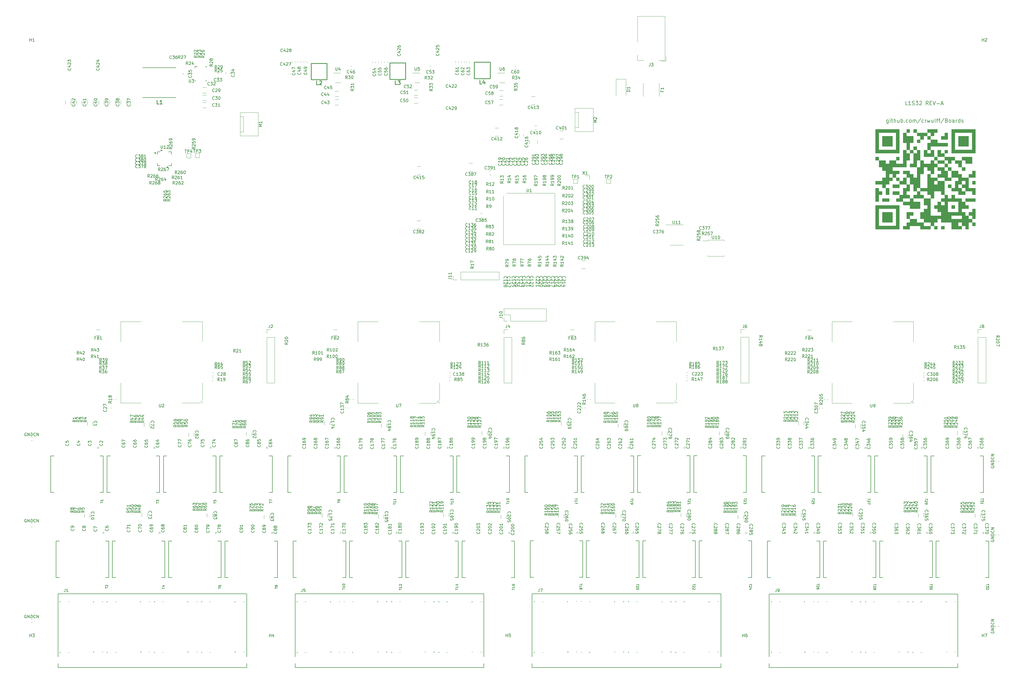
<source format=gbr>
G04 #@! TF.GenerationSoftware,KiCad,Pcbnew,5.99.0-unknown-1973153~101~ubuntu20.04.1*
G04 #@! TF.CreationDate,2020-06-25T18:30:07-04:00*
G04 #@! TF.ProjectId,L1Switch,4c315377-6974-4636-982e-6b696361645f,rev?*
G04 #@! TF.SameCoordinates,Original*
G04 #@! TF.FileFunction,Legend,Top*
G04 #@! TF.FilePolarity,Positive*
%FSLAX46Y46*%
G04 Gerber Fmt 4.6, Leading zero omitted, Abs format (unit mm)*
G04 Created by KiCad (PCBNEW 5.99.0-unknown-1973153~101~ubuntu20.04.1) date 2020-06-25 18:30:07*
%MOMM*%
%LPD*%
G01*
G04 APERTURE LIST*
%ADD10C,0.150000*%
%ADD11C,0.015000*%
%ADD12C,0.254000*%
%ADD13C,0.120000*%
%ADD14C,0.152400*%
%ADD15C,0.100000*%
%ADD16C,0.200000*%
%ADD17C,0.127000*%
G04 APERTURE END LIST*
D10*
X333683809Y-48627857D02*
X333683809Y-49655952D01*
X333623333Y-49776904D01*
X333562857Y-49837380D01*
X333441904Y-49897857D01*
X333260476Y-49897857D01*
X333139523Y-49837380D01*
X333683809Y-49414047D02*
X333562857Y-49474523D01*
X333320952Y-49474523D01*
X333200000Y-49414047D01*
X333139523Y-49353571D01*
X333079047Y-49232619D01*
X333079047Y-48869761D01*
X333139523Y-48748809D01*
X333200000Y-48688333D01*
X333320952Y-48627857D01*
X333562857Y-48627857D01*
X333683809Y-48688333D01*
X334288571Y-49474523D02*
X334288571Y-48627857D01*
X334288571Y-48204523D02*
X334228095Y-48265000D01*
X334288571Y-48325476D01*
X334349047Y-48265000D01*
X334288571Y-48204523D01*
X334288571Y-48325476D01*
X334711904Y-48627857D02*
X335195714Y-48627857D01*
X334893333Y-48204523D02*
X334893333Y-49293095D01*
X334953809Y-49414047D01*
X335074761Y-49474523D01*
X335195714Y-49474523D01*
X335619047Y-49474523D02*
X335619047Y-48204523D01*
X336163333Y-49474523D02*
X336163333Y-48809285D01*
X336102857Y-48688333D01*
X335981904Y-48627857D01*
X335800476Y-48627857D01*
X335679523Y-48688333D01*
X335619047Y-48748809D01*
X337312380Y-48627857D02*
X337312380Y-49474523D01*
X336768095Y-48627857D02*
X336768095Y-49293095D01*
X336828571Y-49414047D01*
X336949523Y-49474523D01*
X337130952Y-49474523D01*
X337251904Y-49414047D01*
X337312380Y-49353571D01*
X337917142Y-49474523D02*
X337917142Y-48204523D01*
X337917142Y-48688333D02*
X338038095Y-48627857D01*
X338280000Y-48627857D01*
X338400952Y-48688333D01*
X338461428Y-48748809D01*
X338521904Y-48869761D01*
X338521904Y-49232619D01*
X338461428Y-49353571D01*
X338400952Y-49414047D01*
X338280000Y-49474523D01*
X338038095Y-49474523D01*
X337917142Y-49414047D01*
X339066190Y-49353571D02*
X339126666Y-49414047D01*
X339066190Y-49474523D01*
X339005714Y-49414047D01*
X339066190Y-49353571D01*
X339066190Y-49474523D01*
X340215238Y-49414047D02*
X340094285Y-49474523D01*
X339852380Y-49474523D01*
X339731428Y-49414047D01*
X339670952Y-49353571D01*
X339610476Y-49232619D01*
X339610476Y-48869761D01*
X339670952Y-48748809D01*
X339731428Y-48688333D01*
X339852380Y-48627857D01*
X340094285Y-48627857D01*
X340215238Y-48688333D01*
X340940952Y-49474523D02*
X340820000Y-49414047D01*
X340759523Y-49353571D01*
X340699047Y-49232619D01*
X340699047Y-48869761D01*
X340759523Y-48748809D01*
X340820000Y-48688333D01*
X340940952Y-48627857D01*
X341122380Y-48627857D01*
X341243333Y-48688333D01*
X341303809Y-48748809D01*
X341364285Y-48869761D01*
X341364285Y-49232619D01*
X341303809Y-49353571D01*
X341243333Y-49414047D01*
X341122380Y-49474523D01*
X340940952Y-49474523D01*
X341908571Y-49474523D02*
X341908571Y-48627857D01*
X341908571Y-48748809D02*
X341969047Y-48688333D01*
X342090000Y-48627857D01*
X342271428Y-48627857D01*
X342392380Y-48688333D01*
X342452857Y-48809285D01*
X342452857Y-49474523D01*
X342452857Y-48809285D02*
X342513333Y-48688333D01*
X342634285Y-48627857D01*
X342815714Y-48627857D01*
X342936666Y-48688333D01*
X342997142Y-48809285D01*
X342997142Y-49474523D01*
X344509047Y-48144047D02*
X343420476Y-49776904D01*
X345476666Y-49414047D02*
X345355714Y-49474523D01*
X345113809Y-49474523D01*
X344992857Y-49414047D01*
X344932380Y-49353571D01*
X344871904Y-49232619D01*
X344871904Y-48869761D01*
X344932380Y-48748809D01*
X344992857Y-48688333D01*
X345113809Y-48627857D01*
X345355714Y-48627857D01*
X345476666Y-48688333D01*
X346020952Y-49474523D02*
X346020952Y-48627857D01*
X346020952Y-48869761D02*
X346081428Y-48748809D01*
X346141904Y-48688333D01*
X346262857Y-48627857D01*
X346383809Y-48627857D01*
X346686190Y-48627857D02*
X346928095Y-49474523D01*
X347170000Y-48869761D01*
X347411904Y-49474523D01*
X347653809Y-48627857D01*
X348681904Y-48627857D02*
X348681904Y-49474523D01*
X348137619Y-48627857D02*
X348137619Y-49293095D01*
X348198095Y-49414047D01*
X348319047Y-49474523D01*
X348500476Y-49474523D01*
X348621428Y-49414047D01*
X348681904Y-49353571D01*
X349468095Y-49474523D02*
X349347142Y-49414047D01*
X349286666Y-49293095D01*
X349286666Y-48204523D01*
X349770476Y-48627857D02*
X350254285Y-48627857D01*
X349951904Y-49474523D02*
X349951904Y-48385952D01*
X350012380Y-48265000D01*
X350133333Y-48204523D01*
X350254285Y-48204523D01*
X350496190Y-48627857D02*
X350980000Y-48627857D01*
X350677619Y-49474523D02*
X350677619Y-48385952D01*
X350738095Y-48265000D01*
X350859047Y-48204523D01*
X350980000Y-48204523D01*
X352310476Y-48144047D02*
X351221904Y-49776904D01*
X353157142Y-48809285D02*
X353338571Y-48869761D01*
X353399047Y-48930238D01*
X353459523Y-49051190D01*
X353459523Y-49232619D01*
X353399047Y-49353571D01*
X353338571Y-49414047D01*
X353217619Y-49474523D01*
X352733809Y-49474523D01*
X352733809Y-48204523D01*
X353157142Y-48204523D01*
X353278095Y-48265000D01*
X353338571Y-48325476D01*
X353399047Y-48446428D01*
X353399047Y-48567380D01*
X353338571Y-48688333D01*
X353278095Y-48748809D01*
X353157142Y-48809285D01*
X352733809Y-48809285D01*
X354185238Y-49474523D02*
X354064285Y-49414047D01*
X354003809Y-49353571D01*
X353943333Y-49232619D01*
X353943333Y-48869761D01*
X354003809Y-48748809D01*
X354064285Y-48688333D01*
X354185238Y-48627857D01*
X354366666Y-48627857D01*
X354487619Y-48688333D01*
X354548095Y-48748809D01*
X354608571Y-48869761D01*
X354608571Y-49232619D01*
X354548095Y-49353571D01*
X354487619Y-49414047D01*
X354366666Y-49474523D01*
X354185238Y-49474523D01*
X355697142Y-49474523D02*
X355697142Y-48809285D01*
X355636666Y-48688333D01*
X355515714Y-48627857D01*
X355273809Y-48627857D01*
X355152857Y-48688333D01*
X355697142Y-49414047D02*
X355576190Y-49474523D01*
X355273809Y-49474523D01*
X355152857Y-49414047D01*
X355092380Y-49293095D01*
X355092380Y-49172142D01*
X355152857Y-49051190D01*
X355273809Y-48990714D01*
X355576190Y-48990714D01*
X355697142Y-48930238D01*
X356301904Y-49474523D02*
X356301904Y-48627857D01*
X356301904Y-48869761D02*
X356362380Y-48748809D01*
X356422857Y-48688333D01*
X356543809Y-48627857D01*
X356664761Y-48627857D01*
X357632380Y-49474523D02*
X357632380Y-48204523D01*
X357632380Y-49414047D02*
X357511428Y-49474523D01*
X357269523Y-49474523D01*
X357148571Y-49414047D01*
X357088095Y-49353571D01*
X357027619Y-49232619D01*
X357027619Y-48869761D01*
X357088095Y-48748809D01*
X357148571Y-48688333D01*
X357269523Y-48627857D01*
X357511428Y-48627857D01*
X357632380Y-48688333D01*
X358176666Y-49414047D02*
X358297619Y-49474523D01*
X358539523Y-49474523D01*
X358660476Y-49414047D01*
X358720952Y-49293095D01*
X358720952Y-49232619D01*
X358660476Y-49111666D01*
X358539523Y-49051190D01*
X358358095Y-49051190D01*
X358237142Y-48990714D01*
X358176666Y-48869761D01*
X358176666Y-48809285D01*
X358237142Y-48688333D01*
X358358095Y-48627857D01*
X358539523Y-48627857D01*
X358660476Y-48688333D01*
X340105952Y-43674523D02*
X339501190Y-43674523D01*
X339501190Y-42404523D01*
X341194523Y-43674523D02*
X340468809Y-43674523D01*
X340831666Y-43674523D02*
X340831666Y-42404523D01*
X340710714Y-42585952D01*
X340589761Y-42706904D01*
X340468809Y-42767380D01*
X341678333Y-43614047D02*
X341859761Y-43674523D01*
X342162142Y-43674523D01*
X342283095Y-43614047D01*
X342343571Y-43553571D01*
X342404047Y-43432619D01*
X342404047Y-43311666D01*
X342343571Y-43190714D01*
X342283095Y-43130238D01*
X342162142Y-43069761D01*
X341920238Y-43009285D01*
X341799285Y-42948809D01*
X341738809Y-42888333D01*
X341678333Y-42767380D01*
X341678333Y-42646428D01*
X341738809Y-42525476D01*
X341799285Y-42465000D01*
X341920238Y-42404523D01*
X342222619Y-42404523D01*
X342404047Y-42465000D01*
X342827380Y-42404523D02*
X343613571Y-42404523D01*
X343190238Y-42888333D01*
X343371666Y-42888333D01*
X343492619Y-42948809D01*
X343553095Y-43009285D01*
X343613571Y-43130238D01*
X343613571Y-43432619D01*
X343553095Y-43553571D01*
X343492619Y-43614047D01*
X343371666Y-43674523D01*
X343008809Y-43674523D01*
X342887857Y-43614047D01*
X342827380Y-43553571D01*
X344097380Y-42525476D02*
X344157857Y-42465000D01*
X344278809Y-42404523D01*
X344581190Y-42404523D01*
X344702142Y-42465000D01*
X344762619Y-42525476D01*
X344823095Y-42646428D01*
X344823095Y-42767380D01*
X344762619Y-42948809D01*
X344036904Y-43674523D01*
X344823095Y-43674523D01*
X347060714Y-43674523D02*
X346637380Y-43069761D01*
X346335000Y-43674523D02*
X346335000Y-42404523D01*
X346818809Y-42404523D01*
X346939761Y-42465000D01*
X347000238Y-42525476D01*
X347060714Y-42646428D01*
X347060714Y-42827857D01*
X347000238Y-42948809D01*
X346939761Y-43009285D01*
X346818809Y-43069761D01*
X346335000Y-43069761D01*
X347605000Y-43009285D02*
X348028333Y-43009285D01*
X348209761Y-43674523D02*
X347605000Y-43674523D01*
X347605000Y-42404523D01*
X348209761Y-42404523D01*
X348572619Y-42404523D02*
X348995952Y-43674523D01*
X349419285Y-42404523D01*
X349842619Y-43190714D02*
X350810238Y-43190714D01*
X351354523Y-43311666D02*
X351959285Y-43311666D01*
X351233571Y-43674523D02*
X351656904Y-42404523D01*
X352080238Y-43674523D01*
X368048750Y-164416879D02*
X368001130Y-164512117D01*
X368001130Y-164654974D01*
X368048750Y-164797831D01*
X368143988Y-164893069D01*
X368239226Y-164940688D01*
X368429702Y-164988307D01*
X368572559Y-164988307D01*
X368763035Y-164940688D01*
X368858273Y-164893069D01*
X368953511Y-164797831D01*
X369001130Y-164654974D01*
X369001130Y-164559736D01*
X368953511Y-164416879D01*
X368905892Y-164369260D01*
X368572559Y-164369260D01*
X368572559Y-164559736D01*
X369001130Y-163940688D02*
X368001130Y-163940688D01*
X369001130Y-163369260D01*
X368001130Y-163369260D01*
X369001130Y-162893069D02*
X368001130Y-162893069D01*
X368001130Y-162654974D01*
X368048750Y-162512117D01*
X368143988Y-162416879D01*
X368239226Y-162369260D01*
X368429702Y-162321641D01*
X368572559Y-162321641D01*
X368763035Y-162369260D01*
X368858273Y-162416879D01*
X368953511Y-162512117D01*
X369001130Y-162654974D01*
X369001130Y-162893069D01*
X368905892Y-161321641D02*
X368953511Y-161369260D01*
X369001130Y-161512117D01*
X369001130Y-161607355D01*
X368953511Y-161750212D01*
X368858273Y-161845450D01*
X368763035Y-161893069D01*
X368572559Y-161940688D01*
X368429702Y-161940688D01*
X368239226Y-161893069D01*
X368143988Y-161845450D01*
X368048750Y-161750212D01*
X368001130Y-161607355D01*
X368001130Y-161512117D01*
X368048750Y-161369260D01*
X368096369Y-161321641D01*
X369001130Y-160893069D02*
X368001130Y-160893069D01*
X369001130Y-160321641D01*
X368001130Y-160321641D01*
X368048750Y-189016879D02*
X368001130Y-189112117D01*
X368001130Y-189254974D01*
X368048750Y-189397831D01*
X368143988Y-189493069D01*
X368239226Y-189540688D01*
X368429702Y-189588307D01*
X368572559Y-189588307D01*
X368763035Y-189540688D01*
X368858273Y-189493069D01*
X368953511Y-189397831D01*
X369001130Y-189254974D01*
X369001130Y-189159736D01*
X368953511Y-189016879D01*
X368905892Y-188969260D01*
X368572559Y-188969260D01*
X368572559Y-189159736D01*
X369001130Y-188540688D02*
X368001130Y-188540688D01*
X369001130Y-187969260D01*
X368001130Y-187969260D01*
X369001130Y-187493069D02*
X368001130Y-187493069D01*
X368001130Y-187254974D01*
X368048750Y-187112117D01*
X368143988Y-187016879D01*
X368239226Y-186969260D01*
X368429702Y-186921641D01*
X368572559Y-186921641D01*
X368763035Y-186969260D01*
X368858273Y-187016879D01*
X368953511Y-187112117D01*
X369001130Y-187254974D01*
X369001130Y-187493069D01*
X368905892Y-185921641D02*
X368953511Y-185969260D01*
X369001130Y-186112117D01*
X369001130Y-186207355D01*
X368953511Y-186350212D01*
X368858273Y-186445450D01*
X368763035Y-186493069D01*
X368572559Y-186540688D01*
X368429702Y-186540688D01*
X368239226Y-186493069D01*
X368143988Y-186445450D01*
X368048750Y-186350212D01*
X368001130Y-186207355D01*
X368001130Y-186112117D01*
X368048750Y-185969260D01*
X368096369Y-185921641D01*
X369001130Y-185493069D02*
X368001130Y-185493069D01*
X369001130Y-184921641D01*
X368001130Y-184921641D01*
X368048750Y-219616879D02*
X368001130Y-219712117D01*
X368001130Y-219854974D01*
X368048750Y-219997831D01*
X368143988Y-220093069D01*
X368239226Y-220140688D01*
X368429702Y-220188307D01*
X368572559Y-220188307D01*
X368763035Y-220140688D01*
X368858273Y-220093069D01*
X368953511Y-219997831D01*
X369001130Y-219854974D01*
X369001130Y-219759736D01*
X368953511Y-219616879D01*
X368905892Y-219569260D01*
X368572559Y-219569260D01*
X368572559Y-219759736D01*
X369001130Y-219140688D02*
X368001130Y-219140688D01*
X369001130Y-218569260D01*
X368001130Y-218569260D01*
X369001130Y-218093069D02*
X368001130Y-218093069D01*
X368001130Y-217854974D01*
X368048750Y-217712117D01*
X368143988Y-217616879D01*
X368239226Y-217569260D01*
X368429702Y-217521641D01*
X368572559Y-217521641D01*
X368763035Y-217569260D01*
X368858273Y-217616879D01*
X368953511Y-217712117D01*
X369001130Y-217854974D01*
X369001130Y-218093069D01*
X368905892Y-216521641D02*
X368953511Y-216569260D01*
X369001130Y-216712117D01*
X369001130Y-216807355D01*
X368953511Y-216950212D01*
X368858273Y-217045450D01*
X368763035Y-217093069D01*
X368572559Y-217140688D01*
X368429702Y-217140688D01*
X368239226Y-217093069D01*
X368143988Y-217045450D01*
X368048750Y-216950212D01*
X368001130Y-216807355D01*
X368001130Y-216712117D01*
X368048750Y-216569260D01*
X368096369Y-216521641D01*
X369001130Y-216093069D02*
X368001130Y-216093069D01*
X369001130Y-215521641D01*
X368001130Y-215521641D01*
X45893035Y-182101165D02*
X45797797Y-182053545D01*
X45654940Y-182053545D01*
X45512083Y-182101165D01*
X45416845Y-182196403D01*
X45369226Y-182291641D01*
X45321607Y-182482117D01*
X45321607Y-182624974D01*
X45369226Y-182815450D01*
X45416845Y-182910688D01*
X45512083Y-183005926D01*
X45654940Y-183053545D01*
X45750178Y-183053545D01*
X45893035Y-183005926D01*
X45940654Y-182958307D01*
X45940654Y-182624974D01*
X45750178Y-182624974D01*
X46369226Y-183053545D02*
X46369226Y-182053545D01*
X46940654Y-183053545D01*
X46940654Y-182053545D01*
X47416845Y-183053545D02*
X47416845Y-182053545D01*
X47654940Y-182053545D01*
X47797797Y-182101165D01*
X47893035Y-182196403D01*
X47940654Y-182291641D01*
X47988273Y-182482117D01*
X47988273Y-182624974D01*
X47940654Y-182815450D01*
X47893035Y-182910688D01*
X47797797Y-183005926D01*
X47654940Y-183053545D01*
X47416845Y-183053545D01*
X48988273Y-182958307D02*
X48940654Y-183005926D01*
X48797797Y-183053545D01*
X48702559Y-183053545D01*
X48559702Y-183005926D01*
X48464464Y-182910688D01*
X48416845Y-182815450D01*
X48369226Y-182624974D01*
X48369226Y-182482117D01*
X48416845Y-182291641D01*
X48464464Y-182196403D01*
X48559702Y-182101165D01*
X48702559Y-182053545D01*
X48797797Y-182053545D01*
X48940654Y-182101165D01*
X48988273Y-182148784D01*
X49416845Y-183053545D02*
X49416845Y-182053545D01*
X49988273Y-183053545D01*
X49988273Y-182053545D01*
X45893035Y-214101165D02*
X45797797Y-214053545D01*
X45654940Y-214053545D01*
X45512083Y-214101165D01*
X45416845Y-214196403D01*
X45369226Y-214291641D01*
X45321607Y-214482117D01*
X45321607Y-214624974D01*
X45369226Y-214815450D01*
X45416845Y-214910688D01*
X45512083Y-215005926D01*
X45654940Y-215053545D01*
X45750178Y-215053545D01*
X45893035Y-215005926D01*
X45940654Y-214958307D01*
X45940654Y-214624974D01*
X45750178Y-214624974D01*
X46369226Y-215053545D02*
X46369226Y-214053545D01*
X46940654Y-215053545D01*
X46940654Y-214053545D01*
X47416845Y-215053545D02*
X47416845Y-214053545D01*
X47654940Y-214053545D01*
X47797797Y-214101165D01*
X47893035Y-214196403D01*
X47940654Y-214291641D01*
X47988273Y-214482117D01*
X47988273Y-214624974D01*
X47940654Y-214815450D01*
X47893035Y-214910688D01*
X47797797Y-215005926D01*
X47654940Y-215053545D01*
X47416845Y-215053545D01*
X48988273Y-214958307D02*
X48940654Y-215005926D01*
X48797797Y-215053545D01*
X48702559Y-215053545D01*
X48559702Y-215005926D01*
X48464464Y-214910688D01*
X48416845Y-214815450D01*
X48369226Y-214624974D01*
X48369226Y-214482117D01*
X48416845Y-214291641D01*
X48464464Y-214196403D01*
X48559702Y-214101165D01*
X48702559Y-214053545D01*
X48797797Y-214053545D01*
X48940654Y-214101165D01*
X48988273Y-214148784D01*
X49416845Y-215053545D02*
X49416845Y-214053545D01*
X49988273Y-215053545D01*
X49988273Y-214053545D01*
X45893035Y-153301165D02*
X45797797Y-153253545D01*
X45654940Y-153253545D01*
X45512083Y-153301165D01*
X45416845Y-153396403D01*
X45369226Y-153491641D01*
X45321607Y-153682117D01*
X45321607Y-153824974D01*
X45369226Y-154015450D01*
X45416845Y-154110688D01*
X45512083Y-154205926D01*
X45654940Y-154253545D01*
X45750178Y-154253545D01*
X45893035Y-154205926D01*
X45940654Y-154158307D01*
X45940654Y-153824974D01*
X45750178Y-153824974D01*
X46369226Y-154253545D02*
X46369226Y-153253545D01*
X46940654Y-154253545D01*
X46940654Y-153253545D01*
X47416845Y-154253545D02*
X47416845Y-153253545D01*
X47654940Y-153253545D01*
X47797797Y-153301165D01*
X47893035Y-153396403D01*
X47940654Y-153491641D01*
X47988273Y-153682117D01*
X47988273Y-153824974D01*
X47940654Y-154015450D01*
X47893035Y-154110688D01*
X47797797Y-154205926D01*
X47654940Y-154253545D01*
X47416845Y-154253545D01*
X48988273Y-154158307D02*
X48940654Y-154205926D01*
X48797797Y-154253545D01*
X48702559Y-154253545D01*
X48559702Y-154205926D01*
X48464464Y-154110688D01*
X48416845Y-154015450D01*
X48369226Y-153824974D01*
X48369226Y-153682117D01*
X48416845Y-153491641D01*
X48464464Y-153396403D01*
X48559702Y-153301165D01*
X48702559Y-153253545D01*
X48797797Y-153253545D01*
X48940654Y-153301165D01*
X48988273Y-153348784D01*
X49416845Y-154253545D02*
X49416845Y-153253545D01*
X49988273Y-154253545D01*
X49988273Y-153253545D01*
X186659702Y-45158307D02*
X186612083Y-45205926D01*
X186469226Y-45253545D01*
X186373988Y-45253545D01*
X186231130Y-45205926D01*
X186135892Y-45110688D01*
X186088273Y-45015450D01*
X186040654Y-44824974D01*
X186040654Y-44682117D01*
X186088273Y-44491641D01*
X186135892Y-44396403D01*
X186231130Y-44301165D01*
X186373988Y-44253545D01*
X186469226Y-44253545D01*
X186612083Y-44301165D01*
X186659702Y-44348784D01*
X187516845Y-44586879D02*
X187516845Y-45253545D01*
X187278750Y-44205926D02*
X187040654Y-44920212D01*
X187659702Y-44920212D01*
X187993035Y-44348784D02*
X188040654Y-44301165D01*
X188135892Y-44253545D01*
X188373988Y-44253545D01*
X188469226Y-44301165D01*
X188516845Y-44348784D01*
X188564464Y-44444022D01*
X188564464Y-44539260D01*
X188516845Y-44682117D01*
X187945416Y-45253545D01*
X188564464Y-45253545D01*
X189040654Y-45253545D02*
X189231130Y-45253545D01*
X189326369Y-45205926D01*
X189373988Y-45158307D01*
X189469226Y-45015450D01*
X189516845Y-44824974D01*
X189516845Y-44444022D01*
X189469226Y-44348784D01*
X189421607Y-44301165D01*
X189326369Y-44253545D01*
X189135892Y-44253545D01*
X189040654Y-44301165D01*
X188993035Y-44348784D01*
X188945416Y-44444022D01*
X188945416Y-44682117D01*
X188993035Y-44777355D01*
X189040654Y-44824974D01*
X189135892Y-44872593D01*
X189326369Y-44872593D01*
X189421607Y-44824974D01*
X189469226Y-44777355D01*
X189516845Y-44682117D01*
X131459702Y-25818307D02*
X131412083Y-25865926D01*
X131269226Y-25913545D01*
X131173988Y-25913545D01*
X131031130Y-25865926D01*
X130935892Y-25770688D01*
X130888273Y-25675450D01*
X130840654Y-25484974D01*
X130840654Y-25342117D01*
X130888273Y-25151641D01*
X130935892Y-25056403D01*
X131031130Y-24961165D01*
X131173988Y-24913545D01*
X131269226Y-24913545D01*
X131412083Y-24961165D01*
X131459702Y-25008784D01*
X132316845Y-25246879D02*
X132316845Y-25913545D01*
X132078750Y-24865926D02*
X131840654Y-25580212D01*
X132459702Y-25580212D01*
X132793035Y-25008784D02*
X132840654Y-24961165D01*
X132935892Y-24913545D01*
X133173988Y-24913545D01*
X133269226Y-24961165D01*
X133316845Y-25008784D01*
X133364464Y-25104022D01*
X133364464Y-25199260D01*
X133316845Y-25342117D01*
X132745416Y-25913545D01*
X133364464Y-25913545D01*
X133935892Y-25342117D02*
X133840654Y-25294498D01*
X133793035Y-25246879D01*
X133745416Y-25151641D01*
X133745416Y-25104022D01*
X133793035Y-25008784D01*
X133840654Y-24961165D01*
X133935892Y-24913545D01*
X134126369Y-24913545D01*
X134221607Y-24961165D01*
X134269226Y-25008784D01*
X134316845Y-25104022D01*
X134316845Y-25151641D01*
X134269226Y-25246879D01*
X134221607Y-25294498D01*
X134126369Y-25342117D01*
X133935892Y-25342117D01*
X133840654Y-25389736D01*
X133793035Y-25437355D01*
X133745416Y-25532593D01*
X133745416Y-25723069D01*
X133793035Y-25818307D01*
X133840654Y-25865926D01*
X133935892Y-25913545D01*
X134126369Y-25913545D01*
X134221607Y-25865926D01*
X134269226Y-25818307D01*
X134316845Y-25723069D01*
X134316845Y-25532593D01*
X134269226Y-25437355D01*
X134221607Y-25389736D01*
X134126369Y-25342117D01*
X131359702Y-30388307D02*
X131312083Y-30435926D01*
X131169226Y-30483545D01*
X131073988Y-30483545D01*
X130931130Y-30435926D01*
X130835892Y-30340688D01*
X130788273Y-30245450D01*
X130740654Y-30054974D01*
X130740654Y-29912117D01*
X130788273Y-29721641D01*
X130835892Y-29626403D01*
X130931130Y-29531165D01*
X131073988Y-29483545D01*
X131169226Y-29483545D01*
X131312083Y-29531165D01*
X131359702Y-29578784D01*
X132216845Y-29816879D02*
X132216845Y-30483545D01*
X131978750Y-29435926D02*
X131740654Y-30150212D01*
X132359702Y-30150212D01*
X132693035Y-29578784D02*
X132740654Y-29531165D01*
X132835892Y-29483545D01*
X133073988Y-29483545D01*
X133169226Y-29531165D01*
X133216845Y-29578784D01*
X133264464Y-29674022D01*
X133264464Y-29769260D01*
X133216845Y-29912117D01*
X132645416Y-30483545D01*
X133264464Y-30483545D01*
X133597797Y-29483545D02*
X134264464Y-29483545D01*
X133835892Y-30483545D01*
X170705892Y-26650212D02*
X170753511Y-26697831D01*
X170801130Y-26840688D01*
X170801130Y-26935926D01*
X170753511Y-27078784D01*
X170658273Y-27174022D01*
X170563035Y-27221641D01*
X170372559Y-27269260D01*
X170229702Y-27269260D01*
X170039226Y-27221641D01*
X169943988Y-27174022D01*
X169848750Y-27078784D01*
X169801130Y-26935926D01*
X169801130Y-26840688D01*
X169848750Y-26697831D01*
X169896369Y-26650212D01*
X170134464Y-25793069D02*
X170801130Y-25793069D01*
X169753511Y-26031165D02*
X170467797Y-26269260D01*
X170467797Y-25650212D01*
X169896369Y-25316879D02*
X169848750Y-25269260D01*
X169801130Y-25174022D01*
X169801130Y-24935926D01*
X169848750Y-24840688D01*
X169896369Y-24793069D01*
X169991607Y-24745450D01*
X170086845Y-24745450D01*
X170229702Y-24793069D01*
X170801130Y-25364498D01*
X170801130Y-24745450D01*
X169801130Y-23888307D02*
X169801130Y-24078784D01*
X169848750Y-24174022D01*
X169896369Y-24221641D01*
X170039226Y-24316879D01*
X170229702Y-24364498D01*
X170610654Y-24364498D01*
X170705892Y-24316879D01*
X170753511Y-24269260D01*
X170801130Y-24174022D01*
X170801130Y-23983545D01*
X170753511Y-23888307D01*
X170705892Y-23840688D01*
X170610654Y-23793069D01*
X170372559Y-23793069D01*
X170277321Y-23840688D01*
X170229702Y-23888307D01*
X170182083Y-23983545D01*
X170182083Y-24174022D01*
X170229702Y-24269260D01*
X170277321Y-24316879D01*
X170372559Y-24364498D01*
X183605892Y-26565212D02*
X183653511Y-26612831D01*
X183701130Y-26755688D01*
X183701130Y-26850926D01*
X183653511Y-26993784D01*
X183558273Y-27089022D01*
X183463035Y-27136641D01*
X183272559Y-27184260D01*
X183129702Y-27184260D01*
X182939226Y-27136641D01*
X182843988Y-27089022D01*
X182748750Y-26993784D01*
X182701130Y-26850926D01*
X182701130Y-26755688D01*
X182748750Y-26612831D01*
X182796369Y-26565212D01*
X183034464Y-25708069D02*
X183701130Y-25708069D01*
X182653511Y-25946165D02*
X183367797Y-26184260D01*
X183367797Y-25565212D01*
X182796369Y-25231879D02*
X182748750Y-25184260D01*
X182701130Y-25089022D01*
X182701130Y-24850926D01*
X182748750Y-24755688D01*
X182796369Y-24708069D01*
X182891607Y-24660450D01*
X182986845Y-24660450D01*
X183129702Y-24708069D01*
X183701130Y-25279498D01*
X183701130Y-24660450D01*
X182701130Y-23755688D02*
X182701130Y-24231879D01*
X183177321Y-24279498D01*
X183129702Y-24231879D01*
X183082083Y-24136641D01*
X183082083Y-23898545D01*
X183129702Y-23803307D01*
X183177321Y-23755688D01*
X183272559Y-23708069D01*
X183510654Y-23708069D01*
X183605892Y-23755688D01*
X183653511Y-23803307D01*
X183701130Y-23898545D01*
X183701130Y-24136641D01*
X183653511Y-24231879D01*
X183605892Y-24279498D01*
X70165892Y-31465212D02*
X70213511Y-31512831D01*
X70261130Y-31655688D01*
X70261130Y-31750926D01*
X70213511Y-31893784D01*
X70118273Y-31989022D01*
X70023035Y-32036641D01*
X69832559Y-32084260D01*
X69689702Y-32084260D01*
X69499226Y-32036641D01*
X69403988Y-31989022D01*
X69308750Y-31893784D01*
X69261130Y-31750926D01*
X69261130Y-31655688D01*
X69308750Y-31512831D01*
X69356369Y-31465212D01*
X69594464Y-30608069D02*
X70261130Y-30608069D01*
X69213511Y-30846165D02*
X69927797Y-31084260D01*
X69927797Y-30465212D01*
X69356369Y-30131879D02*
X69308750Y-30084260D01*
X69261130Y-29989022D01*
X69261130Y-29750926D01*
X69308750Y-29655688D01*
X69356369Y-29608069D01*
X69451607Y-29560450D01*
X69546845Y-29560450D01*
X69689702Y-29608069D01*
X70261130Y-30179498D01*
X70261130Y-29560450D01*
X69594464Y-28703307D02*
X70261130Y-28703307D01*
X69213511Y-28941403D02*
X69927797Y-29179498D01*
X69927797Y-28560450D01*
X60665892Y-31450212D02*
X60713511Y-31497831D01*
X60761130Y-31640688D01*
X60761130Y-31735926D01*
X60713511Y-31878784D01*
X60618273Y-31974022D01*
X60523035Y-32021641D01*
X60332559Y-32069260D01*
X60189702Y-32069260D01*
X59999226Y-32021641D01*
X59903988Y-31974022D01*
X59808750Y-31878784D01*
X59761130Y-31735926D01*
X59761130Y-31640688D01*
X59808750Y-31497831D01*
X59856369Y-31450212D01*
X60094464Y-30593069D02*
X60761130Y-30593069D01*
X59713511Y-30831165D02*
X60427797Y-31069260D01*
X60427797Y-30450212D01*
X59856369Y-30116879D02*
X59808750Y-30069260D01*
X59761130Y-29974022D01*
X59761130Y-29735926D01*
X59808750Y-29640688D01*
X59856369Y-29593069D01*
X59951607Y-29545450D01*
X60046845Y-29545450D01*
X60189702Y-29593069D01*
X60761130Y-30164498D01*
X60761130Y-29545450D01*
X59761130Y-29212117D02*
X59761130Y-28593069D01*
X60142083Y-28926403D01*
X60142083Y-28783545D01*
X60189702Y-28688307D01*
X60237321Y-28640688D01*
X60332559Y-28593069D01*
X60570654Y-28593069D01*
X60665892Y-28640688D01*
X60713511Y-28688307D01*
X60761130Y-28783545D01*
X60761130Y-29069260D01*
X60713511Y-29164498D01*
X60665892Y-29212117D01*
X186659702Y-37758307D02*
X186612083Y-37805926D01*
X186469226Y-37853545D01*
X186373988Y-37853545D01*
X186231130Y-37805926D01*
X186135892Y-37710688D01*
X186088273Y-37615450D01*
X186040654Y-37424974D01*
X186040654Y-37282117D01*
X186088273Y-37091641D01*
X186135892Y-36996403D01*
X186231130Y-36901165D01*
X186373988Y-36853545D01*
X186469226Y-36853545D01*
X186612083Y-36901165D01*
X186659702Y-36948784D01*
X187516845Y-37186879D02*
X187516845Y-37853545D01*
X187278750Y-36805926D02*
X187040654Y-37520212D01*
X187659702Y-37520212D01*
X187993035Y-36948784D02*
X188040654Y-36901165D01*
X188135892Y-36853545D01*
X188373988Y-36853545D01*
X188469226Y-36901165D01*
X188516845Y-36948784D01*
X188564464Y-37044022D01*
X188564464Y-37139260D01*
X188516845Y-37282117D01*
X187945416Y-37853545D01*
X188564464Y-37853545D01*
X188945416Y-36948784D02*
X188993035Y-36901165D01*
X189088273Y-36853545D01*
X189326369Y-36853545D01*
X189421607Y-36901165D01*
X189469226Y-36948784D01*
X189516845Y-37044022D01*
X189516845Y-37139260D01*
X189469226Y-37282117D01*
X188897797Y-37853545D01*
X189516845Y-37853545D01*
X365041607Y-179712117D02*
X364993988Y-179664498D01*
X364946369Y-179521641D01*
X364946369Y-179426403D01*
X364993988Y-179283545D01*
X365089226Y-179188307D01*
X365184464Y-179140688D01*
X365374940Y-179093069D01*
X365517797Y-179093069D01*
X365708273Y-179140688D01*
X365803511Y-179188307D01*
X365898750Y-179283545D01*
X365946369Y-179426403D01*
X365946369Y-179521641D01*
X365898750Y-179664498D01*
X365851130Y-179712117D01*
X365946369Y-180045450D02*
X365946369Y-180664498D01*
X365565416Y-180331165D01*
X365565416Y-180474022D01*
X365517797Y-180569260D01*
X365470178Y-180616879D01*
X365374940Y-180664498D01*
X365136845Y-180664498D01*
X365041607Y-180616879D01*
X364993988Y-180569260D01*
X364946369Y-180474022D01*
X364946369Y-180188307D01*
X364993988Y-180093069D01*
X365041607Y-180045450D01*
X365946369Y-180997831D02*
X365946369Y-181664498D01*
X364946369Y-181235926D01*
X365946369Y-182521641D02*
X365946369Y-182045450D01*
X365470178Y-181997831D01*
X365517797Y-182045450D01*
X365565416Y-182140688D01*
X365565416Y-182378784D01*
X365517797Y-182474022D01*
X365470178Y-182521641D01*
X365374940Y-182569260D01*
X365136845Y-182569260D01*
X365041607Y-182521641D01*
X364993988Y-182474022D01*
X364946369Y-182378784D01*
X364946369Y-182140688D01*
X364993988Y-182045450D01*
X365041607Y-181997831D01*
X359121607Y-152112117D02*
X359073988Y-152064498D01*
X359026369Y-151921641D01*
X359026369Y-151826403D01*
X359073988Y-151683545D01*
X359169226Y-151588307D01*
X359264464Y-151540688D01*
X359454940Y-151493069D01*
X359597797Y-151493069D01*
X359788273Y-151540688D01*
X359883511Y-151588307D01*
X359978750Y-151683545D01*
X360026369Y-151826403D01*
X360026369Y-151921641D01*
X359978750Y-152064498D01*
X359931130Y-152112117D01*
X360026369Y-152445450D02*
X360026369Y-153064498D01*
X359645416Y-152731165D01*
X359645416Y-152874022D01*
X359597797Y-152969260D01*
X359550178Y-153016879D01*
X359454940Y-153064498D01*
X359216845Y-153064498D01*
X359121607Y-153016879D01*
X359073988Y-152969260D01*
X359026369Y-152874022D01*
X359026369Y-152588307D01*
X359073988Y-152493069D01*
X359121607Y-152445450D01*
X360026369Y-153397831D02*
X360026369Y-154064498D01*
X359026369Y-153635926D01*
X359693035Y-154874022D02*
X359026369Y-154874022D01*
X360073988Y-154635926D02*
X359359702Y-154397831D01*
X359359702Y-155016879D01*
X346041607Y-179612117D02*
X345993988Y-179564498D01*
X345946369Y-179421641D01*
X345946369Y-179326403D01*
X345993988Y-179183545D01*
X346089226Y-179088307D01*
X346184464Y-179040688D01*
X346374940Y-178993069D01*
X346517797Y-178993069D01*
X346708273Y-179040688D01*
X346803511Y-179088307D01*
X346898750Y-179183545D01*
X346946369Y-179326403D01*
X346946369Y-179421641D01*
X346898750Y-179564498D01*
X346851130Y-179612117D01*
X346946369Y-179945450D02*
X346946369Y-180564498D01*
X346565416Y-180231165D01*
X346565416Y-180374022D01*
X346517797Y-180469260D01*
X346470178Y-180516879D01*
X346374940Y-180564498D01*
X346136845Y-180564498D01*
X346041607Y-180516879D01*
X345993988Y-180469260D01*
X345946369Y-180374022D01*
X345946369Y-180088307D01*
X345993988Y-179993069D01*
X346041607Y-179945450D01*
X346946369Y-181421641D02*
X346946369Y-181231165D01*
X346898750Y-181135926D01*
X346851130Y-181088307D01*
X346708273Y-180993069D01*
X346517797Y-180945450D01*
X346136845Y-180945450D01*
X346041607Y-180993069D01*
X345993988Y-181040688D01*
X345946369Y-181135926D01*
X345946369Y-181326403D01*
X345993988Y-181421641D01*
X346041607Y-181469260D01*
X346136845Y-181516879D01*
X346374940Y-181516879D01*
X346470178Y-181469260D01*
X346517797Y-181421641D01*
X346565416Y-181326403D01*
X346565416Y-181135926D01*
X346517797Y-181040688D01*
X346470178Y-180993069D01*
X346374940Y-180945450D01*
X346946369Y-182421641D02*
X346946369Y-181945450D01*
X346470178Y-181897831D01*
X346517797Y-181945450D01*
X346565416Y-182040688D01*
X346565416Y-182278784D01*
X346517797Y-182374022D01*
X346470178Y-182421641D01*
X346374940Y-182469260D01*
X346136845Y-182469260D01*
X346041607Y-182421641D01*
X345993988Y-182374022D01*
X345946369Y-182278784D01*
X345946369Y-182040688D01*
X345993988Y-181945450D01*
X346041607Y-181897831D01*
X340881607Y-153232117D02*
X340833988Y-153184498D01*
X340786369Y-153041641D01*
X340786369Y-152946403D01*
X340833988Y-152803545D01*
X340929226Y-152708307D01*
X341024464Y-152660688D01*
X341214940Y-152613069D01*
X341357797Y-152613069D01*
X341548273Y-152660688D01*
X341643511Y-152708307D01*
X341738750Y-152803545D01*
X341786369Y-152946403D01*
X341786369Y-153041641D01*
X341738750Y-153184498D01*
X341691130Y-153232117D01*
X341786369Y-153565450D02*
X341786369Y-154184498D01*
X341405416Y-153851165D01*
X341405416Y-153994022D01*
X341357797Y-154089260D01*
X341310178Y-154136879D01*
X341214940Y-154184498D01*
X340976845Y-154184498D01*
X340881607Y-154136879D01*
X340833988Y-154089260D01*
X340786369Y-153994022D01*
X340786369Y-153708307D01*
X340833988Y-153613069D01*
X340881607Y-153565450D01*
X341786369Y-155041641D02*
X341786369Y-154851165D01*
X341738750Y-154755926D01*
X341691130Y-154708307D01*
X341548273Y-154613069D01*
X341357797Y-154565450D01*
X340976845Y-154565450D01*
X340881607Y-154613069D01*
X340833988Y-154660688D01*
X340786369Y-154755926D01*
X340786369Y-154946403D01*
X340833988Y-155041641D01*
X340881607Y-155089260D01*
X340976845Y-155136879D01*
X341214940Y-155136879D01*
X341310178Y-155089260D01*
X341357797Y-155041641D01*
X341405416Y-154946403D01*
X341405416Y-154755926D01*
X341357797Y-154660688D01*
X341310178Y-154613069D01*
X341214940Y-154565450D01*
X341453035Y-155994022D02*
X340786369Y-155994022D01*
X341833988Y-155755926D02*
X341119702Y-155517831D01*
X341119702Y-156136879D01*
X324141607Y-179312117D02*
X324093988Y-179264498D01*
X324046369Y-179121641D01*
X324046369Y-179026403D01*
X324093988Y-178883545D01*
X324189226Y-178788307D01*
X324284464Y-178740688D01*
X324474940Y-178693069D01*
X324617797Y-178693069D01*
X324808273Y-178740688D01*
X324903511Y-178788307D01*
X324998750Y-178883545D01*
X325046369Y-179026403D01*
X325046369Y-179121641D01*
X324998750Y-179264498D01*
X324951130Y-179312117D01*
X325046369Y-179645450D02*
X325046369Y-180264498D01*
X324665416Y-179931165D01*
X324665416Y-180074022D01*
X324617797Y-180169260D01*
X324570178Y-180216879D01*
X324474940Y-180264498D01*
X324236845Y-180264498D01*
X324141607Y-180216879D01*
X324093988Y-180169260D01*
X324046369Y-180074022D01*
X324046369Y-179788307D01*
X324093988Y-179693069D01*
X324141607Y-179645450D01*
X325046369Y-181169260D02*
X325046369Y-180693069D01*
X324570178Y-180645450D01*
X324617797Y-180693069D01*
X324665416Y-180788307D01*
X324665416Y-181026403D01*
X324617797Y-181121641D01*
X324570178Y-181169260D01*
X324474940Y-181216879D01*
X324236845Y-181216879D01*
X324141607Y-181169260D01*
X324093988Y-181121641D01*
X324046369Y-181026403D01*
X324046369Y-180788307D01*
X324093988Y-180693069D01*
X324141607Y-180645450D01*
X325046369Y-182121641D02*
X325046369Y-181645450D01*
X324570178Y-181597831D01*
X324617797Y-181645450D01*
X324665416Y-181740688D01*
X324665416Y-181978784D01*
X324617797Y-182074022D01*
X324570178Y-182121641D01*
X324474940Y-182169260D01*
X324236845Y-182169260D01*
X324141607Y-182121641D01*
X324093988Y-182074022D01*
X324046369Y-181978784D01*
X324046369Y-181740688D01*
X324093988Y-181645450D01*
X324141607Y-181597831D01*
X325051607Y-149892117D02*
X325003988Y-149844498D01*
X324956369Y-149701641D01*
X324956369Y-149606403D01*
X325003988Y-149463545D01*
X325099226Y-149368307D01*
X325194464Y-149320688D01*
X325384940Y-149273069D01*
X325527797Y-149273069D01*
X325718273Y-149320688D01*
X325813511Y-149368307D01*
X325908750Y-149463545D01*
X325956369Y-149606403D01*
X325956369Y-149701641D01*
X325908750Y-149844498D01*
X325861130Y-149892117D01*
X325956369Y-150225450D02*
X325956369Y-150844498D01*
X325575416Y-150511165D01*
X325575416Y-150654022D01*
X325527797Y-150749260D01*
X325480178Y-150796879D01*
X325384940Y-150844498D01*
X325146845Y-150844498D01*
X325051607Y-150796879D01*
X325003988Y-150749260D01*
X324956369Y-150654022D01*
X324956369Y-150368307D01*
X325003988Y-150273069D01*
X325051607Y-150225450D01*
X325956369Y-151749260D02*
X325956369Y-151273069D01*
X325480178Y-151225450D01*
X325527797Y-151273069D01*
X325575416Y-151368307D01*
X325575416Y-151606403D01*
X325527797Y-151701641D01*
X325480178Y-151749260D01*
X325384940Y-151796879D01*
X325146845Y-151796879D01*
X325051607Y-151749260D01*
X325003988Y-151701641D01*
X324956369Y-151606403D01*
X324956369Y-151368307D01*
X325003988Y-151273069D01*
X325051607Y-151225450D01*
X325623035Y-152654022D02*
X324956369Y-152654022D01*
X326003988Y-152415926D02*
X325289702Y-152177831D01*
X325289702Y-152796879D01*
X305141607Y-179512117D02*
X305093988Y-179464498D01*
X305046369Y-179321641D01*
X305046369Y-179226403D01*
X305093988Y-179083545D01*
X305189226Y-178988307D01*
X305284464Y-178940688D01*
X305474940Y-178893069D01*
X305617797Y-178893069D01*
X305808273Y-178940688D01*
X305903511Y-178988307D01*
X305998750Y-179083545D01*
X306046369Y-179226403D01*
X306046369Y-179321641D01*
X305998750Y-179464498D01*
X305951130Y-179512117D01*
X306046369Y-179845450D02*
X306046369Y-180464498D01*
X305665416Y-180131165D01*
X305665416Y-180274022D01*
X305617797Y-180369260D01*
X305570178Y-180416879D01*
X305474940Y-180464498D01*
X305236845Y-180464498D01*
X305141607Y-180416879D01*
X305093988Y-180369260D01*
X305046369Y-180274022D01*
X305046369Y-179988307D01*
X305093988Y-179893069D01*
X305141607Y-179845450D01*
X305713035Y-181321641D02*
X305046369Y-181321641D01*
X306093988Y-181083545D02*
X305379702Y-180845450D01*
X305379702Y-181464498D01*
X306046369Y-182321641D02*
X306046369Y-181845450D01*
X305570178Y-181797831D01*
X305617797Y-181845450D01*
X305665416Y-181940688D01*
X305665416Y-182178784D01*
X305617797Y-182274022D01*
X305570178Y-182321641D01*
X305474940Y-182369260D01*
X305236845Y-182369260D01*
X305141607Y-182321641D01*
X305093988Y-182274022D01*
X305046369Y-182178784D01*
X305046369Y-181940688D01*
X305093988Y-181845450D01*
X305141607Y-181797831D01*
X306091607Y-148862117D02*
X306043988Y-148814498D01*
X305996369Y-148671641D01*
X305996369Y-148576403D01*
X306043988Y-148433545D01*
X306139226Y-148338307D01*
X306234464Y-148290688D01*
X306424940Y-148243069D01*
X306567797Y-148243069D01*
X306758273Y-148290688D01*
X306853511Y-148338307D01*
X306948750Y-148433545D01*
X306996369Y-148576403D01*
X306996369Y-148671641D01*
X306948750Y-148814498D01*
X306901130Y-148862117D01*
X306996369Y-149195450D02*
X306996369Y-149814498D01*
X306615416Y-149481165D01*
X306615416Y-149624022D01*
X306567797Y-149719260D01*
X306520178Y-149766879D01*
X306424940Y-149814498D01*
X306186845Y-149814498D01*
X306091607Y-149766879D01*
X306043988Y-149719260D01*
X305996369Y-149624022D01*
X305996369Y-149338307D01*
X306043988Y-149243069D01*
X306091607Y-149195450D01*
X306663035Y-150671641D02*
X305996369Y-150671641D01*
X307043988Y-150433545D02*
X306329702Y-150195450D01*
X306329702Y-150814498D01*
X306663035Y-151624022D02*
X305996369Y-151624022D01*
X307043988Y-151385926D02*
X306329702Y-151147831D01*
X306329702Y-151766879D01*
X285841607Y-180202117D02*
X285793988Y-180154498D01*
X285746369Y-180011641D01*
X285746369Y-179916403D01*
X285793988Y-179773545D01*
X285889226Y-179678307D01*
X285984464Y-179630688D01*
X286174940Y-179583069D01*
X286317797Y-179583069D01*
X286508273Y-179630688D01*
X286603511Y-179678307D01*
X286698750Y-179773545D01*
X286746369Y-179916403D01*
X286746369Y-180011641D01*
X286698750Y-180154498D01*
X286651130Y-180202117D01*
X286651130Y-180583069D02*
X286698750Y-180630688D01*
X286746369Y-180725926D01*
X286746369Y-180964022D01*
X286698750Y-181059260D01*
X286651130Y-181106879D01*
X286555892Y-181154498D01*
X286460654Y-181154498D01*
X286317797Y-181106879D01*
X285746369Y-180535450D01*
X285746369Y-181154498D01*
X285746369Y-181630688D02*
X285746369Y-181821165D01*
X285793988Y-181916403D01*
X285841607Y-181964022D01*
X285984464Y-182059260D01*
X286174940Y-182106879D01*
X286555892Y-182106879D01*
X286651130Y-182059260D01*
X286698750Y-182011641D01*
X286746369Y-181916403D01*
X286746369Y-181725926D01*
X286698750Y-181630688D01*
X286651130Y-181583069D01*
X286555892Y-181535450D01*
X286317797Y-181535450D01*
X286222559Y-181583069D01*
X286174940Y-181630688D01*
X286127321Y-181725926D01*
X286127321Y-181916403D01*
X286174940Y-182011641D01*
X286222559Y-182059260D01*
X286317797Y-182106879D01*
X286746369Y-182725926D02*
X286746369Y-182821165D01*
X286698750Y-182916403D01*
X286651130Y-182964022D01*
X286555892Y-183011641D01*
X286365416Y-183059260D01*
X286127321Y-183059260D01*
X285936845Y-183011641D01*
X285841607Y-182964022D01*
X285793988Y-182916403D01*
X285746369Y-182821165D01*
X285746369Y-182725926D01*
X285793988Y-182630688D01*
X285841607Y-182583069D01*
X285936845Y-182535450D01*
X286127321Y-182487831D01*
X286365416Y-182487831D01*
X286555892Y-182535450D01*
X286651130Y-182583069D01*
X286698750Y-182630688D01*
X286746369Y-182725926D01*
X279591607Y-152232117D02*
X279543988Y-152184498D01*
X279496369Y-152041641D01*
X279496369Y-151946403D01*
X279543988Y-151803545D01*
X279639226Y-151708307D01*
X279734464Y-151660688D01*
X279924940Y-151613069D01*
X280067797Y-151613069D01*
X280258273Y-151660688D01*
X280353511Y-151708307D01*
X280448750Y-151803545D01*
X280496369Y-151946403D01*
X280496369Y-152041641D01*
X280448750Y-152184498D01*
X280401130Y-152232117D01*
X280401130Y-152613069D02*
X280448750Y-152660688D01*
X280496369Y-152755926D01*
X280496369Y-152994022D01*
X280448750Y-153089260D01*
X280401130Y-153136879D01*
X280305892Y-153184498D01*
X280210654Y-153184498D01*
X280067797Y-153136879D01*
X279496369Y-152565450D01*
X279496369Y-153184498D01*
X280067797Y-153755926D02*
X280115416Y-153660688D01*
X280163035Y-153613069D01*
X280258273Y-153565450D01*
X280305892Y-153565450D01*
X280401130Y-153613069D01*
X280448750Y-153660688D01*
X280496369Y-153755926D01*
X280496369Y-153946403D01*
X280448750Y-154041641D01*
X280401130Y-154089260D01*
X280305892Y-154136879D01*
X280258273Y-154136879D01*
X280163035Y-154089260D01*
X280115416Y-154041641D01*
X280067797Y-153946403D01*
X280067797Y-153755926D01*
X280020178Y-153660688D01*
X279972559Y-153613069D01*
X279877321Y-153565450D01*
X279686845Y-153565450D01*
X279591607Y-153613069D01*
X279543988Y-153660688D01*
X279496369Y-153755926D01*
X279496369Y-153946403D01*
X279543988Y-154041641D01*
X279591607Y-154089260D01*
X279686845Y-154136879D01*
X279877321Y-154136879D01*
X279972559Y-154089260D01*
X280020178Y-154041641D01*
X280067797Y-153946403D01*
X279496369Y-154613069D02*
X279496369Y-154803545D01*
X279543988Y-154898784D01*
X279591607Y-154946403D01*
X279734464Y-155041641D01*
X279924940Y-155089260D01*
X280305892Y-155089260D01*
X280401130Y-155041641D01*
X280448750Y-154994022D01*
X280496369Y-154898784D01*
X280496369Y-154708307D01*
X280448750Y-154613069D01*
X280401130Y-154565450D01*
X280305892Y-154517831D01*
X280067797Y-154517831D01*
X279972559Y-154565450D01*
X279924940Y-154613069D01*
X279877321Y-154708307D01*
X279877321Y-154898784D01*
X279924940Y-154994022D01*
X279972559Y-155041641D01*
X280067797Y-155089260D01*
X266791607Y-179552117D02*
X266743988Y-179504498D01*
X266696369Y-179361641D01*
X266696369Y-179266403D01*
X266743988Y-179123545D01*
X266839226Y-179028307D01*
X266934464Y-178980688D01*
X267124940Y-178933069D01*
X267267797Y-178933069D01*
X267458273Y-178980688D01*
X267553511Y-179028307D01*
X267648750Y-179123545D01*
X267696369Y-179266403D01*
X267696369Y-179361641D01*
X267648750Y-179504498D01*
X267601130Y-179552117D01*
X267601130Y-179933069D02*
X267648750Y-179980688D01*
X267696369Y-180075926D01*
X267696369Y-180314022D01*
X267648750Y-180409260D01*
X267601130Y-180456879D01*
X267505892Y-180504498D01*
X267410654Y-180504498D01*
X267267797Y-180456879D01*
X266696369Y-179885450D01*
X266696369Y-180504498D01*
X267267797Y-181075926D02*
X267315416Y-180980688D01*
X267363035Y-180933069D01*
X267458273Y-180885450D01*
X267505892Y-180885450D01*
X267601130Y-180933069D01*
X267648750Y-180980688D01*
X267696369Y-181075926D01*
X267696369Y-181266403D01*
X267648750Y-181361641D01*
X267601130Y-181409260D01*
X267505892Y-181456879D01*
X267458273Y-181456879D01*
X267363035Y-181409260D01*
X267315416Y-181361641D01*
X267267797Y-181266403D01*
X267267797Y-181075926D01*
X267220178Y-180980688D01*
X267172559Y-180933069D01*
X267077321Y-180885450D01*
X266886845Y-180885450D01*
X266791607Y-180933069D01*
X266743988Y-180980688D01*
X266696369Y-181075926D01*
X266696369Y-181266403D01*
X266743988Y-181361641D01*
X266791607Y-181409260D01*
X266886845Y-181456879D01*
X267077321Y-181456879D01*
X267172559Y-181409260D01*
X267220178Y-181361641D01*
X267267797Y-181266403D01*
X267696369Y-182075926D02*
X267696369Y-182171165D01*
X267648750Y-182266403D01*
X267601130Y-182314022D01*
X267505892Y-182361641D01*
X267315416Y-182409260D01*
X267077321Y-182409260D01*
X266886845Y-182361641D01*
X266791607Y-182314022D01*
X266743988Y-182266403D01*
X266696369Y-182171165D01*
X266696369Y-182075926D01*
X266743988Y-181980688D01*
X266791607Y-181933069D01*
X266886845Y-181885450D01*
X267077321Y-181837831D01*
X267315416Y-181837831D01*
X267505892Y-181885450D01*
X267601130Y-181933069D01*
X267648750Y-181980688D01*
X267696369Y-182075926D01*
X260451607Y-152242117D02*
X260403988Y-152194498D01*
X260356369Y-152051641D01*
X260356369Y-151956403D01*
X260403988Y-151813545D01*
X260499226Y-151718307D01*
X260594464Y-151670688D01*
X260784940Y-151623069D01*
X260927797Y-151623069D01*
X261118273Y-151670688D01*
X261213511Y-151718307D01*
X261308750Y-151813545D01*
X261356369Y-151956403D01*
X261356369Y-152051641D01*
X261308750Y-152194498D01*
X261261130Y-152242117D01*
X261261130Y-152623069D02*
X261308750Y-152670688D01*
X261356369Y-152765926D01*
X261356369Y-153004022D01*
X261308750Y-153099260D01*
X261261130Y-153146879D01*
X261165892Y-153194498D01*
X261070654Y-153194498D01*
X260927797Y-153146879D01*
X260356369Y-152575450D01*
X260356369Y-153194498D01*
X261356369Y-153527831D02*
X261356369Y-154194498D01*
X260356369Y-153765926D01*
X260356369Y-154623069D02*
X260356369Y-154813545D01*
X260403988Y-154908784D01*
X260451607Y-154956403D01*
X260594464Y-155051641D01*
X260784940Y-155099260D01*
X261165892Y-155099260D01*
X261261130Y-155051641D01*
X261308750Y-155004022D01*
X261356369Y-154908784D01*
X261356369Y-154718307D01*
X261308750Y-154623069D01*
X261261130Y-154575450D01*
X261165892Y-154527831D01*
X260927797Y-154527831D01*
X260832559Y-154575450D01*
X260784940Y-154623069D01*
X260737321Y-154718307D01*
X260737321Y-154908784D01*
X260784940Y-155004022D01*
X260832559Y-155051641D01*
X260927797Y-155099260D01*
X245041607Y-179812117D02*
X244993988Y-179764498D01*
X244946369Y-179621641D01*
X244946369Y-179526403D01*
X244993988Y-179383545D01*
X245089226Y-179288307D01*
X245184464Y-179240688D01*
X245374940Y-179193069D01*
X245517797Y-179193069D01*
X245708273Y-179240688D01*
X245803511Y-179288307D01*
X245898750Y-179383545D01*
X245946369Y-179526403D01*
X245946369Y-179621641D01*
X245898750Y-179764498D01*
X245851130Y-179812117D01*
X245851130Y-180193069D02*
X245898750Y-180240688D01*
X245946369Y-180335926D01*
X245946369Y-180574022D01*
X245898750Y-180669260D01*
X245851130Y-180716879D01*
X245755892Y-180764498D01*
X245660654Y-180764498D01*
X245517797Y-180716879D01*
X244946369Y-180145450D01*
X244946369Y-180764498D01*
X245946369Y-181097831D02*
X245946369Y-181764498D01*
X244946369Y-181335926D01*
X245946369Y-182335926D02*
X245946369Y-182431165D01*
X245898750Y-182526403D01*
X245851130Y-182574022D01*
X245755892Y-182621641D01*
X245565416Y-182669260D01*
X245327321Y-182669260D01*
X245136845Y-182621641D01*
X245041607Y-182574022D01*
X244993988Y-182526403D01*
X244946369Y-182431165D01*
X244946369Y-182335926D01*
X244993988Y-182240688D01*
X245041607Y-182193069D01*
X245136845Y-182145450D01*
X245327321Y-182097831D01*
X245565416Y-182097831D01*
X245755892Y-182145450D01*
X245851130Y-182193069D01*
X245898750Y-182240688D01*
X245946369Y-182335926D01*
X245851607Y-149652117D02*
X245803988Y-149604498D01*
X245756369Y-149461641D01*
X245756369Y-149366403D01*
X245803988Y-149223545D01*
X245899226Y-149128307D01*
X245994464Y-149080688D01*
X246184940Y-149033069D01*
X246327797Y-149033069D01*
X246518273Y-149080688D01*
X246613511Y-149128307D01*
X246708750Y-149223545D01*
X246756369Y-149366403D01*
X246756369Y-149461641D01*
X246708750Y-149604498D01*
X246661130Y-149652117D01*
X246661130Y-150033069D02*
X246708750Y-150080688D01*
X246756369Y-150175926D01*
X246756369Y-150414022D01*
X246708750Y-150509260D01*
X246661130Y-150556879D01*
X246565892Y-150604498D01*
X246470654Y-150604498D01*
X246327797Y-150556879D01*
X245756369Y-149985450D01*
X245756369Y-150604498D01*
X246756369Y-151461641D02*
X246756369Y-151271165D01*
X246708750Y-151175926D01*
X246661130Y-151128307D01*
X246518273Y-151033069D01*
X246327797Y-150985450D01*
X245946845Y-150985450D01*
X245851607Y-151033069D01*
X245803988Y-151080688D01*
X245756369Y-151175926D01*
X245756369Y-151366403D01*
X245803988Y-151461641D01*
X245851607Y-151509260D01*
X245946845Y-151556879D01*
X246184940Y-151556879D01*
X246280178Y-151509260D01*
X246327797Y-151461641D01*
X246375416Y-151366403D01*
X246375416Y-151175926D01*
X246327797Y-151080688D01*
X246280178Y-151033069D01*
X246184940Y-150985450D01*
X245756369Y-152033069D02*
X245756369Y-152223545D01*
X245803988Y-152318784D01*
X245851607Y-152366403D01*
X245994464Y-152461641D01*
X246184940Y-152509260D01*
X246565892Y-152509260D01*
X246661130Y-152461641D01*
X246708750Y-152414022D01*
X246756369Y-152318784D01*
X246756369Y-152128307D01*
X246708750Y-152033069D01*
X246661130Y-151985450D01*
X246565892Y-151937831D01*
X246327797Y-151937831D01*
X246232559Y-151985450D01*
X246184940Y-152033069D01*
X246137321Y-152128307D01*
X246137321Y-152318784D01*
X246184940Y-152414022D01*
X246232559Y-152461641D01*
X246327797Y-152509260D01*
X225881607Y-179862117D02*
X225833988Y-179814498D01*
X225786369Y-179671641D01*
X225786369Y-179576403D01*
X225833988Y-179433545D01*
X225929226Y-179338307D01*
X226024464Y-179290688D01*
X226214940Y-179243069D01*
X226357797Y-179243069D01*
X226548273Y-179290688D01*
X226643511Y-179338307D01*
X226738750Y-179433545D01*
X226786369Y-179576403D01*
X226786369Y-179671641D01*
X226738750Y-179814498D01*
X226691130Y-179862117D01*
X226691130Y-180243069D02*
X226738750Y-180290688D01*
X226786369Y-180385926D01*
X226786369Y-180624022D01*
X226738750Y-180719260D01*
X226691130Y-180766879D01*
X226595892Y-180814498D01*
X226500654Y-180814498D01*
X226357797Y-180766879D01*
X225786369Y-180195450D01*
X225786369Y-180814498D01*
X226786369Y-181671641D02*
X226786369Y-181481165D01*
X226738750Y-181385926D01*
X226691130Y-181338307D01*
X226548273Y-181243069D01*
X226357797Y-181195450D01*
X225976845Y-181195450D01*
X225881607Y-181243069D01*
X225833988Y-181290688D01*
X225786369Y-181385926D01*
X225786369Y-181576403D01*
X225833988Y-181671641D01*
X225881607Y-181719260D01*
X225976845Y-181766879D01*
X226214940Y-181766879D01*
X226310178Y-181719260D01*
X226357797Y-181671641D01*
X226405416Y-181576403D01*
X226405416Y-181385926D01*
X226357797Y-181290688D01*
X226310178Y-181243069D01*
X226214940Y-181195450D01*
X226786369Y-182385926D02*
X226786369Y-182481165D01*
X226738750Y-182576403D01*
X226691130Y-182624022D01*
X226595892Y-182671641D01*
X226405416Y-182719260D01*
X226167321Y-182719260D01*
X225976845Y-182671641D01*
X225881607Y-182624022D01*
X225833988Y-182576403D01*
X225786369Y-182481165D01*
X225786369Y-182385926D01*
X225833988Y-182290688D01*
X225881607Y-182243069D01*
X225976845Y-182195450D01*
X226167321Y-182147831D01*
X226405416Y-182147831D01*
X226595892Y-182195450D01*
X226691130Y-182243069D01*
X226738750Y-182290688D01*
X226786369Y-182385926D01*
X226851607Y-148952117D02*
X226803988Y-148904498D01*
X226756369Y-148761641D01*
X226756369Y-148666403D01*
X226803988Y-148523545D01*
X226899226Y-148428307D01*
X226994464Y-148380688D01*
X227184940Y-148333069D01*
X227327797Y-148333069D01*
X227518273Y-148380688D01*
X227613511Y-148428307D01*
X227708750Y-148523545D01*
X227756369Y-148666403D01*
X227756369Y-148761641D01*
X227708750Y-148904498D01*
X227661130Y-148952117D01*
X227661130Y-149333069D02*
X227708750Y-149380688D01*
X227756369Y-149475926D01*
X227756369Y-149714022D01*
X227708750Y-149809260D01*
X227661130Y-149856879D01*
X227565892Y-149904498D01*
X227470654Y-149904498D01*
X227327797Y-149856879D01*
X226756369Y-149285450D01*
X226756369Y-149904498D01*
X227756369Y-150809260D02*
X227756369Y-150333069D01*
X227280178Y-150285450D01*
X227327797Y-150333069D01*
X227375416Y-150428307D01*
X227375416Y-150666403D01*
X227327797Y-150761641D01*
X227280178Y-150809260D01*
X227184940Y-150856879D01*
X226946845Y-150856879D01*
X226851607Y-150809260D01*
X226803988Y-150761641D01*
X226756369Y-150666403D01*
X226756369Y-150428307D01*
X226803988Y-150333069D01*
X226851607Y-150285450D01*
X226756369Y-151333069D02*
X226756369Y-151523545D01*
X226803988Y-151618784D01*
X226851607Y-151666403D01*
X226994464Y-151761641D01*
X227184940Y-151809260D01*
X227565892Y-151809260D01*
X227661130Y-151761641D01*
X227708750Y-151714022D01*
X227756369Y-151618784D01*
X227756369Y-151428307D01*
X227708750Y-151333069D01*
X227661130Y-151285450D01*
X227565892Y-151237831D01*
X227327797Y-151237831D01*
X227232559Y-151285450D01*
X227184940Y-151333069D01*
X227137321Y-151428307D01*
X227137321Y-151618784D01*
X227184940Y-151714022D01*
X227232559Y-151761641D01*
X227327797Y-151809260D01*
X206711607Y-180162117D02*
X206663988Y-180114498D01*
X206616369Y-179971641D01*
X206616369Y-179876403D01*
X206663988Y-179733545D01*
X206759226Y-179638307D01*
X206854464Y-179590688D01*
X207044940Y-179543069D01*
X207187797Y-179543069D01*
X207378273Y-179590688D01*
X207473511Y-179638307D01*
X207568750Y-179733545D01*
X207616369Y-179876403D01*
X207616369Y-179971641D01*
X207568750Y-180114498D01*
X207521130Y-180162117D01*
X207521130Y-180543069D02*
X207568750Y-180590688D01*
X207616369Y-180685926D01*
X207616369Y-180924022D01*
X207568750Y-181019260D01*
X207521130Y-181066879D01*
X207425892Y-181114498D01*
X207330654Y-181114498D01*
X207187797Y-181066879D01*
X206616369Y-180495450D01*
X206616369Y-181114498D01*
X207616369Y-181733545D02*
X207616369Y-181828784D01*
X207568750Y-181924022D01*
X207521130Y-181971641D01*
X207425892Y-182019260D01*
X207235416Y-182066879D01*
X206997321Y-182066879D01*
X206806845Y-182019260D01*
X206711607Y-181971641D01*
X206663988Y-181924022D01*
X206616369Y-181828784D01*
X206616369Y-181733545D01*
X206663988Y-181638307D01*
X206711607Y-181590688D01*
X206806845Y-181543069D01*
X206997321Y-181495450D01*
X207235416Y-181495450D01*
X207425892Y-181543069D01*
X207521130Y-181590688D01*
X207568750Y-181638307D01*
X207616369Y-181733545D01*
X207616369Y-182971641D02*
X207616369Y-182495450D01*
X207140178Y-182447831D01*
X207187797Y-182495450D01*
X207235416Y-182590688D01*
X207235416Y-182828784D01*
X207187797Y-182924022D01*
X207140178Y-182971641D01*
X207044940Y-183019260D01*
X206806845Y-183019260D01*
X206711607Y-182971641D01*
X206663988Y-182924022D01*
X206616369Y-182828784D01*
X206616369Y-182590688D01*
X206663988Y-182495450D01*
X206711607Y-182447831D01*
X200371607Y-152212117D02*
X200323988Y-152164498D01*
X200276369Y-152021641D01*
X200276369Y-151926403D01*
X200323988Y-151783545D01*
X200419226Y-151688307D01*
X200514464Y-151640688D01*
X200704940Y-151593069D01*
X200847797Y-151593069D01*
X201038273Y-151640688D01*
X201133511Y-151688307D01*
X201228750Y-151783545D01*
X201276369Y-151926403D01*
X201276369Y-152021641D01*
X201228750Y-152164498D01*
X201181130Y-152212117D01*
X201181130Y-152593069D02*
X201228750Y-152640688D01*
X201276369Y-152735926D01*
X201276369Y-152974022D01*
X201228750Y-153069260D01*
X201181130Y-153116879D01*
X201085892Y-153164498D01*
X200990654Y-153164498D01*
X200847797Y-153116879D01*
X200276369Y-152545450D01*
X200276369Y-153164498D01*
X201276369Y-153783545D02*
X201276369Y-153878784D01*
X201228750Y-153974022D01*
X201181130Y-154021641D01*
X201085892Y-154069260D01*
X200895416Y-154116879D01*
X200657321Y-154116879D01*
X200466845Y-154069260D01*
X200371607Y-154021641D01*
X200323988Y-153974022D01*
X200276369Y-153878784D01*
X200276369Y-153783545D01*
X200323988Y-153688307D01*
X200371607Y-153640688D01*
X200466845Y-153593069D01*
X200657321Y-153545450D01*
X200895416Y-153545450D01*
X201085892Y-153593069D01*
X201181130Y-153640688D01*
X201228750Y-153688307D01*
X201276369Y-153783545D01*
X200943035Y-154974022D02*
X200276369Y-154974022D01*
X201323988Y-154735926D02*
X200609702Y-154497831D01*
X200609702Y-155116879D01*
X187545957Y-179538667D02*
X187498338Y-179491048D01*
X187450719Y-179348191D01*
X187450719Y-179252953D01*
X187498338Y-179110095D01*
X187593576Y-179014857D01*
X187688814Y-178967238D01*
X187879290Y-178919619D01*
X188022147Y-178919619D01*
X188212623Y-178967238D01*
X188307861Y-179014857D01*
X188403100Y-179110095D01*
X188450719Y-179252953D01*
X188450719Y-179348191D01*
X188403100Y-179491048D01*
X188355480Y-179538667D01*
X187450719Y-180491048D02*
X187450719Y-179919619D01*
X187450719Y-180205334D02*
X188450719Y-180205334D01*
X188307861Y-180110095D01*
X188212623Y-180014857D01*
X188165004Y-179919619D01*
X187450719Y-180967238D02*
X187450719Y-181157715D01*
X187498338Y-181252953D01*
X187545957Y-181300572D01*
X187688814Y-181395810D01*
X187879290Y-181443429D01*
X188260242Y-181443429D01*
X188355480Y-181395810D01*
X188403100Y-181348191D01*
X188450719Y-181252953D01*
X188450719Y-181062476D01*
X188403100Y-180967238D01*
X188355480Y-180919619D01*
X188260242Y-180872000D01*
X188022147Y-180872000D01*
X187926909Y-180919619D01*
X187879290Y-180967238D01*
X187831671Y-181062476D01*
X187831671Y-181252953D01*
X187879290Y-181348191D01*
X187926909Y-181395810D01*
X188022147Y-181443429D01*
X188450719Y-182348191D02*
X188450719Y-181872000D01*
X187974528Y-181824381D01*
X188022147Y-181872000D01*
X188069766Y-181967238D01*
X188069766Y-182205334D01*
X188022147Y-182300572D01*
X187974528Y-182348191D01*
X187879290Y-182395810D01*
X187641195Y-182395810D01*
X187545957Y-182348191D01*
X187498338Y-182300572D01*
X187450719Y-182205334D01*
X187450719Y-181967238D01*
X187498338Y-181872000D01*
X187545957Y-181824381D01*
X181421607Y-152342117D02*
X181373988Y-152294498D01*
X181326369Y-152151641D01*
X181326369Y-152056403D01*
X181373988Y-151913545D01*
X181469226Y-151818307D01*
X181564464Y-151770688D01*
X181754940Y-151723069D01*
X181897797Y-151723069D01*
X182088273Y-151770688D01*
X182183511Y-151818307D01*
X182278750Y-151913545D01*
X182326369Y-152056403D01*
X182326369Y-152151641D01*
X182278750Y-152294498D01*
X182231130Y-152342117D01*
X181326369Y-153294498D02*
X181326369Y-152723069D01*
X181326369Y-153008784D02*
X182326369Y-153008784D01*
X182183511Y-152913545D01*
X182088273Y-152818307D01*
X182040654Y-152723069D01*
X181326369Y-153770688D02*
X181326369Y-153961165D01*
X181373988Y-154056403D01*
X181421607Y-154104022D01*
X181564464Y-154199260D01*
X181754940Y-154246879D01*
X182135892Y-154246879D01*
X182231130Y-154199260D01*
X182278750Y-154151641D01*
X182326369Y-154056403D01*
X182326369Y-153865926D01*
X182278750Y-153770688D01*
X182231130Y-153723069D01*
X182135892Y-153675450D01*
X181897797Y-153675450D01*
X181802559Y-153723069D01*
X181754940Y-153770688D01*
X181707321Y-153865926D01*
X181707321Y-154056403D01*
X181754940Y-154151641D01*
X181802559Y-154199260D01*
X181897797Y-154246879D01*
X181993035Y-155104022D02*
X181326369Y-155104022D01*
X182373988Y-154865926D02*
X181659702Y-154627831D01*
X181659702Y-155246879D01*
X165781607Y-180082117D02*
X165733988Y-180034498D01*
X165686369Y-179891641D01*
X165686369Y-179796403D01*
X165733988Y-179653545D01*
X165829226Y-179558307D01*
X165924464Y-179510688D01*
X166114940Y-179463069D01*
X166257797Y-179463069D01*
X166448273Y-179510688D01*
X166543511Y-179558307D01*
X166638750Y-179653545D01*
X166686369Y-179796403D01*
X166686369Y-179891641D01*
X166638750Y-180034498D01*
X166591130Y-180082117D01*
X165686369Y-181034498D02*
X165686369Y-180463069D01*
X165686369Y-180748784D02*
X166686369Y-180748784D01*
X166543511Y-180653545D01*
X166448273Y-180558307D01*
X166400654Y-180463069D01*
X166257797Y-181605926D02*
X166305416Y-181510688D01*
X166353035Y-181463069D01*
X166448273Y-181415450D01*
X166495892Y-181415450D01*
X166591130Y-181463069D01*
X166638750Y-181510688D01*
X166686369Y-181605926D01*
X166686369Y-181796403D01*
X166638750Y-181891641D01*
X166591130Y-181939260D01*
X166495892Y-181986879D01*
X166448273Y-181986879D01*
X166353035Y-181939260D01*
X166305416Y-181891641D01*
X166257797Y-181796403D01*
X166257797Y-181605926D01*
X166210178Y-181510688D01*
X166162559Y-181463069D01*
X166067321Y-181415450D01*
X165876845Y-181415450D01*
X165781607Y-181463069D01*
X165733988Y-181510688D01*
X165686369Y-181605926D01*
X165686369Y-181796403D01*
X165733988Y-181891641D01*
X165781607Y-181939260D01*
X165876845Y-181986879D01*
X166067321Y-181986879D01*
X166162559Y-181939260D01*
X166210178Y-181891641D01*
X166257797Y-181796403D01*
X166686369Y-182891641D02*
X166686369Y-182415450D01*
X166210178Y-182367831D01*
X166257797Y-182415450D01*
X166305416Y-182510688D01*
X166305416Y-182748784D01*
X166257797Y-182844022D01*
X166210178Y-182891641D01*
X166114940Y-182939260D01*
X165876845Y-182939260D01*
X165781607Y-182891641D01*
X165733988Y-182844022D01*
X165686369Y-182748784D01*
X165686369Y-182510688D01*
X165733988Y-182415450D01*
X165781607Y-182367831D01*
X166711607Y-149662117D02*
X166663988Y-149614498D01*
X166616369Y-149471641D01*
X166616369Y-149376403D01*
X166663988Y-149233545D01*
X166759226Y-149138307D01*
X166854464Y-149090688D01*
X167044940Y-149043069D01*
X167187797Y-149043069D01*
X167378273Y-149090688D01*
X167473511Y-149138307D01*
X167568750Y-149233545D01*
X167616369Y-149376403D01*
X167616369Y-149471641D01*
X167568750Y-149614498D01*
X167521130Y-149662117D01*
X166616369Y-150614498D02*
X166616369Y-150043069D01*
X166616369Y-150328784D02*
X167616369Y-150328784D01*
X167473511Y-150233545D01*
X167378273Y-150138307D01*
X167330654Y-150043069D01*
X167187797Y-151185926D02*
X167235416Y-151090688D01*
X167283035Y-151043069D01*
X167378273Y-150995450D01*
X167425892Y-150995450D01*
X167521130Y-151043069D01*
X167568750Y-151090688D01*
X167616369Y-151185926D01*
X167616369Y-151376403D01*
X167568750Y-151471641D01*
X167521130Y-151519260D01*
X167425892Y-151566879D01*
X167378273Y-151566879D01*
X167283035Y-151519260D01*
X167235416Y-151471641D01*
X167187797Y-151376403D01*
X167187797Y-151185926D01*
X167140178Y-151090688D01*
X167092559Y-151043069D01*
X166997321Y-150995450D01*
X166806845Y-150995450D01*
X166711607Y-151043069D01*
X166663988Y-151090688D01*
X166616369Y-151185926D01*
X166616369Y-151376403D01*
X166663988Y-151471641D01*
X166711607Y-151519260D01*
X166806845Y-151566879D01*
X166997321Y-151566879D01*
X167092559Y-151519260D01*
X167140178Y-151471641D01*
X167187797Y-151376403D01*
X167283035Y-152424022D02*
X166616369Y-152424022D01*
X167663988Y-152185926D02*
X166949702Y-151947831D01*
X166949702Y-152566879D01*
X147031607Y-179662117D02*
X146983988Y-179614498D01*
X146936369Y-179471641D01*
X146936369Y-179376403D01*
X146983988Y-179233545D01*
X147079226Y-179138307D01*
X147174464Y-179090688D01*
X147364940Y-179043069D01*
X147507797Y-179043069D01*
X147698273Y-179090688D01*
X147793511Y-179138307D01*
X147888750Y-179233545D01*
X147936369Y-179376403D01*
X147936369Y-179471641D01*
X147888750Y-179614498D01*
X147841130Y-179662117D01*
X146936369Y-180614498D02*
X146936369Y-180043069D01*
X146936369Y-180328784D02*
X147936369Y-180328784D01*
X147793511Y-180233545D01*
X147698273Y-180138307D01*
X147650654Y-180043069D01*
X147936369Y-180947831D02*
X147936369Y-181614498D01*
X146936369Y-181185926D01*
X147936369Y-182471641D02*
X147936369Y-181995450D01*
X147460178Y-181947831D01*
X147507797Y-181995450D01*
X147555416Y-182090688D01*
X147555416Y-182328784D01*
X147507797Y-182424022D01*
X147460178Y-182471641D01*
X147364940Y-182519260D01*
X147126845Y-182519260D01*
X147031607Y-182471641D01*
X146983988Y-182424022D01*
X146936369Y-182328784D01*
X146936369Y-182090688D01*
X146983988Y-181995450D01*
X147031607Y-181947831D01*
X147811607Y-148862117D02*
X147763988Y-148814498D01*
X147716369Y-148671641D01*
X147716369Y-148576403D01*
X147763988Y-148433545D01*
X147859226Y-148338307D01*
X147954464Y-148290688D01*
X148144940Y-148243069D01*
X148287797Y-148243069D01*
X148478273Y-148290688D01*
X148573511Y-148338307D01*
X148668750Y-148433545D01*
X148716369Y-148576403D01*
X148716369Y-148671641D01*
X148668750Y-148814498D01*
X148621130Y-148862117D01*
X147716369Y-149814498D02*
X147716369Y-149243069D01*
X147716369Y-149528784D02*
X148716369Y-149528784D01*
X148573511Y-149433545D01*
X148478273Y-149338307D01*
X148430654Y-149243069D01*
X148716369Y-150147831D02*
X148716369Y-150814498D01*
X147716369Y-150385926D01*
X148383035Y-151624022D02*
X147716369Y-151624022D01*
X148763988Y-151385926D02*
X148049702Y-151147831D01*
X148049702Y-151766879D01*
X127591607Y-180668307D02*
X127543988Y-180620688D01*
X127496369Y-180477831D01*
X127496369Y-180382593D01*
X127543988Y-180239736D01*
X127639226Y-180144498D01*
X127734464Y-180096879D01*
X127924940Y-180049260D01*
X128067797Y-180049260D01*
X128258273Y-180096879D01*
X128353511Y-180144498D01*
X128448750Y-180239736D01*
X128496369Y-180382593D01*
X128496369Y-180477831D01*
X128448750Y-180620688D01*
X128401130Y-180668307D01*
X127496369Y-181144498D02*
X127496369Y-181334974D01*
X127543988Y-181430212D01*
X127591607Y-181477831D01*
X127734464Y-181573069D01*
X127924940Y-181620688D01*
X128305892Y-181620688D01*
X128401130Y-181573069D01*
X128448750Y-181525450D01*
X128496369Y-181430212D01*
X128496369Y-181239736D01*
X128448750Y-181144498D01*
X128401130Y-181096879D01*
X128305892Y-181049260D01*
X128067797Y-181049260D01*
X127972559Y-181096879D01*
X127924940Y-181144498D01*
X127877321Y-181239736D01*
X127877321Y-181430212D01*
X127924940Y-181525450D01*
X127972559Y-181573069D01*
X128067797Y-181620688D01*
X128496369Y-181954022D02*
X128496369Y-182573069D01*
X128115416Y-182239736D01*
X128115416Y-182382593D01*
X128067797Y-182477831D01*
X128020178Y-182525450D01*
X127924940Y-182573069D01*
X127686845Y-182573069D01*
X127591607Y-182525450D01*
X127543988Y-182477831D01*
X127496369Y-182382593D01*
X127496369Y-182096879D01*
X127543988Y-182001641D01*
X127591607Y-181954022D01*
X121691607Y-153008307D02*
X121643988Y-152960688D01*
X121596369Y-152817831D01*
X121596369Y-152722593D01*
X121643988Y-152579736D01*
X121739226Y-152484498D01*
X121834464Y-152436879D01*
X122024940Y-152389260D01*
X122167797Y-152389260D01*
X122358273Y-152436879D01*
X122453511Y-152484498D01*
X122548750Y-152579736D01*
X122596369Y-152722593D01*
X122596369Y-152817831D01*
X122548750Y-152960688D01*
X122501130Y-153008307D01*
X121596369Y-153484498D02*
X121596369Y-153674974D01*
X121643988Y-153770212D01*
X121691607Y-153817831D01*
X121834464Y-153913069D01*
X122024940Y-153960688D01*
X122405892Y-153960688D01*
X122501130Y-153913069D01*
X122548750Y-153865450D01*
X122596369Y-153770212D01*
X122596369Y-153579736D01*
X122548750Y-153484498D01*
X122501130Y-153436879D01*
X122405892Y-153389260D01*
X122167797Y-153389260D01*
X122072559Y-153436879D01*
X122024940Y-153484498D01*
X121977321Y-153579736D01*
X121977321Y-153770212D01*
X122024940Y-153865450D01*
X122072559Y-153913069D01*
X122167797Y-153960688D01*
X122501130Y-154341641D02*
X122548750Y-154389260D01*
X122596369Y-154484498D01*
X122596369Y-154722593D01*
X122548750Y-154817831D01*
X122501130Y-154865450D01*
X122405892Y-154913069D01*
X122310654Y-154913069D01*
X122167797Y-154865450D01*
X121596369Y-154294022D01*
X121596369Y-154913069D01*
X108601607Y-180078307D02*
X108553988Y-180030688D01*
X108506369Y-179887831D01*
X108506369Y-179792593D01*
X108553988Y-179649736D01*
X108649226Y-179554498D01*
X108744464Y-179506879D01*
X108934940Y-179459260D01*
X109077797Y-179459260D01*
X109268273Y-179506879D01*
X109363511Y-179554498D01*
X109458750Y-179649736D01*
X109506369Y-179792593D01*
X109506369Y-179887831D01*
X109458750Y-180030688D01*
X109411130Y-180078307D01*
X109077797Y-180649736D02*
X109125416Y-180554498D01*
X109173035Y-180506879D01*
X109268273Y-180459260D01*
X109315892Y-180459260D01*
X109411130Y-180506879D01*
X109458750Y-180554498D01*
X109506369Y-180649736D01*
X109506369Y-180840212D01*
X109458750Y-180935450D01*
X109411130Y-180983069D01*
X109315892Y-181030688D01*
X109268273Y-181030688D01*
X109173035Y-180983069D01*
X109125416Y-180935450D01*
X109077797Y-180840212D01*
X109077797Y-180649736D01*
X109030178Y-180554498D01*
X108982559Y-180506879D01*
X108887321Y-180459260D01*
X108696845Y-180459260D01*
X108601607Y-180506879D01*
X108553988Y-180554498D01*
X108506369Y-180649736D01*
X108506369Y-180840212D01*
X108553988Y-180935450D01*
X108601607Y-180983069D01*
X108696845Y-181030688D01*
X108887321Y-181030688D01*
X108982559Y-180983069D01*
X109030178Y-180935450D01*
X109077797Y-180840212D01*
X109506369Y-181364022D02*
X109506369Y-181983069D01*
X109125416Y-181649736D01*
X109125416Y-181792593D01*
X109077797Y-181887831D01*
X109030178Y-181935450D01*
X108934940Y-181983069D01*
X108696845Y-181983069D01*
X108601607Y-181935450D01*
X108553988Y-181887831D01*
X108506369Y-181792593D01*
X108506369Y-181506879D01*
X108553988Y-181411641D01*
X108601607Y-181364022D01*
X102451607Y-153168307D02*
X102403988Y-153120688D01*
X102356369Y-152977831D01*
X102356369Y-152882593D01*
X102403988Y-152739736D01*
X102499226Y-152644498D01*
X102594464Y-152596879D01*
X102784940Y-152549260D01*
X102927797Y-152549260D01*
X103118273Y-152596879D01*
X103213511Y-152644498D01*
X103308750Y-152739736D01*
X103356369Y-152882593D01*
X103356369Y-152977831D01*
X103308750Y-153120688D01*
X103261130Y-153168307D01*
X102927797Y-153739736D02*
X102975416Y-153644498D01*
X103023035Y-153596879D01*
X103118273Y-153549260D01*
X103165892Y-153549260D01*
X103261130Y-153596879D01*
X103308750Y-153644498D01*
X103356369Y-153739736D01*
X103356369Y-153930212D01*
X103308750Y-154025450D01*
X103261130Y-154073069D01*
X103165892Y-154120688D01*
X103118273Y-154120688D01*
X103023035Y-154073069D01*
X102975416Y-154025450D01*
X102927797Y-153930212D01*
X102927797Y-153739736D01*
X102880178Y-153644498D01*
X102832559Y-153596879D01*
X102737321Y-153549260D01*
X102546845Y-153549260D01*
X102451607Y-153596879D01*
X102403988Y-153644498D01*
X102356369Y-153739736D01*
X102356369Y-153930212D01*
X102403988Y-154025450D01*
X102451607Y-154073069D01*
X102546845Y-154120688D01*
X102737321Y-154120688D01*
X102832559Y-154073069D01*
X102880178Y-154025450D01*
X102927797Y-153930212D01*
X103261130Y-154501641D02*
X103308750Y-154549260D01*
X103356369Y-154644498D01*
X103356369Y-154882593D01*
X103308750Y-154977831D01*
X103261130Y-155025450D01*
X103165892Y-155073069D01*
X103070654Y-155073069D01*
X102927797Y-155025450D01*
X102356369Y-154454022D01*
X102356369Y-155073069D01*
X86841607Y-179968307D02*
X86793988Y-179920688D01*
X86746369Y-179777831D01*
X86746369Y-179682593D01*
X86793988Y-179539736D01*
X86889226Y-179444498D01*
X86984464Y-179396879D01*
X87174940Y-179349260D01*
X87317797Y-179349260D01*
X87508273Y-179396879D01*
X87603511Y-179444498D01*
X87698750Y-179539736D01*
X87746369Y-179682593D01*
X87746369Y-179777831D01*
X87698750Y-179920688D01*
X87651130Y-179968307D01*
X87746369Y-180301641D02*
X87746369Y-180968307D01*
X86746369Y-180539736D01*
X87746369Y-181254022D02*
X87746369Y-181873069D01*
X87365416Y-181539736D01*
X87365416Y-181682593D01*
X87317797Y-181777831D01*
X87270178Y-181825450D01*
X87174940Y-181873069D01*
X86936845Y-181873069D01*
X86841607Y-181825450D01*
X86793988Y-181777831D01*
X86746369Y-181682593D01*
X86746369Y-181396879D01*
X86793988Y-181301641D01*
X86841607Y-181254022D01*
X87611607Y-149818307D02*
X87563988Y-149770688D01*
X87516369Y-149627831D01*
X87516369Y-149532593D01*
X87563988Y-149389736D01*
X87659226Y-149294498D01*
X87754464Y-149246879D01*
X87944940Y-149199260D01*
X88087797Y-149199260D01*
X88278273Y-149246879D01*
X88373511Y-149294498D01*
X88468750Y-149389736D01*
X88516369Y-149532593D01*
X88516369Y-149627831D01*
X88468750Y-149770688D01*
X88421130Y-149818307D01*
X88516369Y-150151641D02*
X88516369Y-150818307D01*
X87516369Y-150389736D01*
X88421130Y-151151641D02*
X88468750Y-151199260D01*
X88516369Y-151294498D01*
X88516369Y-151532593D01*
X88468750Y-151627831D01*
X88421130Y-151675450D01*
X88325892Y-151723069D01*
X88230654Y-151723069D01*
X88087797Y-151675450D01*
X87516369Y-151104022D01*
X87516369Y-151723069D01*
X67641607Y-180228307D02*
X67593988Y-180180688D01*
X67546369Y-180037831D01*
X67546369Y-179942593D01*
X67593988Y-179799736D01*
X67689226Y-179704498D01*
X67784464Y-179656879D01*
X67974940Y-179609260D01*
X68117797Y-179609260D01*
X68308273Y-179656879D01*
X68403511Y-179704498D01*
X68498750Y-179799736D01*
X68546369Y-179942593D01*
X68546369Y-180037831D01*
X68498750Y-180180688D01*
X68451130Y-180228307D01*
X67546369Y-181180688D02*
X67546369Y-180609260D01*
X67546369Y-180894974D02*
X68546369Y-180894974D01*
X68403511Y-180799736D01*
X68308273Y-180704498D01*
X68260654Y-180609260D01*
X68546369Y-181799736D02*
X68546369Y-181894974D01*
X68498750Y-181990212D01*
X68451130Y-182037831D01*
X68355892Y-182085450D01*
X68165416Y-182133069D01*
X67927321Y-182133069D01*
X67736845Y-182085450D01*
X67641607Y-182037831D01*
X67593988Y-181990212D01*
X67546369Y-181894974D01*
X67546369Y-181799736D01*
X67593988Y-181704498D01*
X67641607Y-181656879D01*
X67736845Y-181609260D01*
X67927321Y-181561641D01*
X68165416Y-181561641D01*
X68355892Y-181609260D01*
X68451130Y-181656879D01*
X68498750Y-181704498D01*
X68546369Y-181799736D01*
X68581607Y-149924498D02*
X68533988Y-149876879D01*
X68486369Y-149734022D01*
X68486369Y-149638784D01*
X68533988Y-149495926D01*
X68629226Y-149400688D01*
X68724464Y-149353069D01*
X68914940Y-149305450D01*
X69057797Y-149305450D01*
X69248273Y-149353069D01*
X69343511Y-149400688D01*
X69438750Y-149495926D01*
X69486369Y-149638784D01*
X69486369Y-149734022D01*
X69438750Y-149876879D01*
X69391130Y-149924498D01*
X68486369Y-150876879D02*
X68486369Y-150305450D01*
X68486369Y-150591165D02*
X69486369Y-150591165D01*
X69343511Y-150495926D01*
X69248273Y-150400688D01*
X69200654Y-150305450D01*
X236331130Y-49440688D02*
X235331130Y-49440688D01*
X236045416Y-49107355D01*
X235331130Y-48774022D01*
X236331130Y-48774022D01*
X235426369Y-48345450D02*
X235378750Y-48297831D01*
X235331130Y-48202593D01*
X235331130Y-47964498D01*
X235378750Y-47869260D01*
X235426369Y-47821641D01*
X235521607Y-47774022D01*
X235616845Y-47774022D01*
X235759702Y-47821641D01*
X236331130Y-48393069D01*
X236331130Y-47774022D01*
X124531130Y-50840688D02*
X123531130Y-50840688D01*
X124245416Y-50507355D01*
X123531130Y-50174022D01*
X124531130Y-50174022D01*
X124531130Y-49174022D02*
X124531130Y-49745450D01*
X124531130Y-49459736D02*
X123531130Y-49459736D01*
X123673988Y-49554974D01*
X123769226Y-49650212D01*
X123816845Y-49745450D01*
X209935892Y-54050212D02*
X209983511Y-54097831D01*
X210031130Y-54240688D01*
X210031130Y-54335926D01*
X209983511Y-54478784D01*
X209888273Y-54574022D01*
X209793035Y-54621641D01*
X209602559Y-54669260D01*
X209459702Y-54669260D01*
X209269226Y-54621641D01*
X209173988Y-54574022D01*
X209078750Y-54478784D01*
X209031130Y-54335926D01*
X209031130Y-54240688D01*
X209078750Y-54097831D01*
X209126369Y-54050212D01*
X209364464Y-53193069D02*
X210031130Y-53193069D01*
X208983511Y-53431165D02*
X209697797Y-53669260D01*
X209697797Y-53050212D01*
X210031130Y-52145450D02*
X210031130Y-52716879D01*
X210031130Y-52431165D02*
X209031130Y-52431165D01*
X209173988Y-52526403D01*
X209269226Y-52621641D01*
X209316845Y-52716879D01*
X209459702Y-51574022D02*
X209412083Y-51669260D01*
X209364464Y-51716879D01*
X209269226Y-51764498D01*
X209221607Y-51764498D01*
X209126369Y-51716879D01*
X209078750Y-51669260D01*
X209031130Y-51574022D01*
X209031130Y-51383545D01*
X209078750Y-51288307D01*
X209126369Y-51240688D01*
X209221607Y-51193069D01*
X209269226Y-51193069D01*
X209364464Y-51240688D01*
X209412083Y-51288307D01*
X209459702Y-51383545D01*
X209459702Y-51574022D01*
X209507321Y-51669260D01*
X209554940Y-51716879D01*
X209650178Y-51764498D01*
X209840654Y-51764498D01*
X209935892Y-51716879D01*
X209983511Y-51669260D01*
X210031130Y-51574022D01*
X210031130Y-51383545D01*
X209983511Y-51288307D01*
X209935892Y-51240688D01*
X209840654Y-51193069D01*
X209650178Y-51193069D01*
X209554940Y-51240688D01*
X209507321Y-51288307D01*
X209459702Y-51383545D01*
X213255892Y-57150212D02*
X213303511Y-57197831D01*
X213351130Y-57340688D01*
X213351130Y-57435926D01*
X213303511Y-57578784D01*
X213208273Y-57674022D01*
X213113035Y-57721641D01*
X212922559Y-57769260D01*
X212779702Y-57769260D01*
X212589226Y-57721641D01*
X212493988Y-57674022D01*
X212398750Y-57578784D01*
X212351130Y-57435926D01*
X212351130Y-57340688D01*
X212398750Y-57197831D01*
X212446369Y-57150212D01*
X212684464Y-56293069D02*
X213351130Y-56293069D01*
X212303511Y-56531165D02*
X213017797Y-56769260D01*
X213017797Y-56150212D01*
X213351130Y-55245450D02*
X213351130Y-55816879D01*
X213351130Y-55531165D02*
X212351130Y-55531165D01*
X212493988Y-55626403D01*
X212589226Y-55721641D01*
X212636845Y-55816879D01*
X212351130Y-54388307D02*
X212351130Y-54578784D01*
X212398750Y-54674022D01*
X212446369Y-54721641D01*
X212589226Y-54816879D01*
X212779702Y-54864498D01*
X213160654Y-54864498D01*
X213255892Y-54816879D01*
X213303511Y-54769260D01*
X213351130Y-54674022D01*
X213351130Y-54483545D01*
X213303511Y-54388307D01*
X213255892Y-54340688D01*
X213160654Y-54293069D01*
X212922559Y-54293069D01*
X212827321Y-54340688D01*
X212779702Y-54388307D01*
X212732083Y-54483545D01*
X212732083Y-54674022D01*
X212779702Y-54769260D01*
X212827321Y-54816879D01*
X212922559Y-54864498D01*
X175859702Y-68268307D02*
X175812083Y-68315926D01*
X175669226Y-68363545D01*
X175573988Y-68363545D01*
X175431130Y-68315926D01*
X175335892Y-68220688D01*
X175288273Y-68125450D01*
X175240654Y-67934974D01*
X175240654Y-67792117D01*
X175288273Y-67601641D01*
X175335892Y-67506403D01*
X175431130Y-67411165D01*
X175573988Y-67363545D01*
X175669226Y-67363545D01*
X175812083Y-67411165D01*
X175859702Y-67458784D01*
X176716845Y-67696879D02*
X176716845Y-68363545D01*
X176478750Y-67315926D02*
X176240654Y-68030212D01*
X176859702Y-68030212D01*
X177764464Y-68363545D02*
X177193035Y-68363545D01*
X177478750Y-68363545D02*
X177478750Y-67363545D01*
X177383511Y-67506403D01*
X177288273Y-67601641D01*
X177193035Y-67649260D01*
X178669226Y-67363545D02*
X178193035Y-67363545D01*
X178145416Y-67839736D01*
X178193035Y-67792117D01*
X178288273Y-67744498D01*
X178526369Y-67744498D01*
X178621607Y-67792117D01*
X178669226Y-67839736D01*
X178716845Y-67934974D01*
X178716845Y-68173069D01*
X178669226Y-68268307D01*
X178621607Y-68315926D01*
X178526369Y-68363545D01*
X178288273Y-68363545D01*
X178193035Y-68315926D01*
X178145416Y-68268307D01*
X214059702Y-44868307D02*
X214012083Y-44915926D01*
X213869226Y-44963545D01*
X213773988Y-44963545D01*
X213631130Y-44915926D01*
X213535892Y-44820688D01*
X213488273Y-44725450D01*
X213440654Y-44534974D01*
X213440654Y-44392117D01*
X213488273Y-44201641D01*
X213535892Y-44106403D01*
X213631130Y-44011165D01*
X213773988Y-43963545D01*
X213869226Y-43963545D01*
X214012083Y-44011165D01*
X214059702Y-44058784D01*
X214916845Y-44296879D02*
X214916845Y-44963545D01*
X214678750Y-43915926D02*
X214440654Y-44630212D01*
X215059702Y-44630212D01*
X215964464Y-44963545D02*
X215393035Y-44963545D01*
X215678750Y-44963545D02*
X215678750Y-43963545D01*
X215583511Y-44106403D01*
X215488273Y-44201641D01*
X215393035Y-44249260D01*
X216297797Y-43963545D02*
X216916845Y-43963545D01*
X216583511Y-44344498D01*
X216726369Y-44344498D01*
X216821607Y-44392117D01*
X216869226Y-44439736D01*
X216916845Y-44534974D01*
X216916845Y-44773069D01*
X216869226Y-44868307D01*
X216821607Y-44915926D01*
X216726369Y-44963545D01*
X216440654Y-44963545D01*
X216345416Y-44915926D01*
X216297797Y-44868307D01*
X201859702Y-55368307D02*
X201812083Y-55415926D01*
X201669226Y-55463545D01*
X201573988Y-55463545D01*
X201431130Y-55415926D01*
X201335892Y-55320688D01*
X201288273Y-55225450D01*
X201240654Y-55034974D01*
X201240654Y-54892117D01*
X201288273Y-54701641D01*
X201335892Y-54606403D01*
X201431130Y-54511165D01*
X201573988Y-54463545D01*
X201669226Y-54463545D01*
X201812083Y-54511165D01*
X201859702Y-54558784D01*
X202716845Y-54796879D02*
X202716845Y-55463545D01*
X202478750Y-54415926D02*
X202240654Y-55130212D01*
X202859702Y-55130212D01*
X203764464Y-55463545D02*
X203193035Y-55463545D01*
X203478750Y-55463545D02*
X203478750Y-54463545D01*
X203383511Y-54606403D01*
X203288273Y-54701641D01*
X203193035Y-54749260D01*
X204145416Y-54558784D02*
X204193035Y-54511165D01*
X204288273Y-54463545D01*
X204526369Y-54463545D01*
X204621607Y-54511165D01*
X204669226Y-54558784D01*
X204716845Y-54654022D01*
X204716845Y-54749260D01*
X204669226Y-54892117D01*
X204097797Y-55463545D01*
X204716845Y-55463545D01*
X214847202Y-53288307D02*
X214799583Y-53335926D01*
X214656726Y-53383545D01*
X214561488Y-53383545D01*
X214418630Y-53335926D01*
X214323392Y-53240688D01*
X214275773Y-53145450D01*
X214228154Y-52954974D01*
X214228154Y-52812117D01*
X214275773Y-52621641D01*
X214323392Y-52526403D01*
X214418630Y-52431165D01*
X214561488Y-52383545D01*
X214656726Y-52383545D01*
X214799583Y-52431165D01*
X214847202Y-52478784D01*
X215704345Y-52716879D02*
X215704345Y-53383545D01*
X215466250Y-52335926D02*
X215228154Y-53050212D01*
X215847202Y-53050212D01*
X216751964Y-53383545D02*
X216180535Y-53383545D01*
X216466250Y-53383545D02*
X216466250Y-52383545D01*
X216371011Y-52526403D01*
X216275773Y-52621641D01*
X216180535Y-52669260D01*
X217371011Y-52383545D02*
X217466250Y-52383545D01*
X217561488Y-52431165D01*
X217609107Y-52478784D01*
X217656726Y-52574022D01*
X217704345Y-52764498D01*
X217704345Y-53002593D01*
X217656726Y-53193069D01*
X217609107Y-53288307D01*
X217561488Y-53335926D01*
X217466250Y-53383545D01*
X217371011Y-53383545D01*
X217275773Y-53335926D01*
X217228154Y-53288307D01*
X217180535Y-53193069D01*
X217132916Y-53002593D01*
X217132916Y-52764498D01*
X217180535Y-52574022D01*
X217228154Y-52478784D01*
X217275773Y-52431165D01*
X217371011Y-52383545D01*
X223459702Y-51708307D02*
X223412083Y-51755926D01*
X223269226Y-51803545D01*
X223173988Y-51803545D01*
X223031130Y-51755926D01*
X222935892Y-51660688D01*
X222888273Y-51565450D01*
X222840654Y-51374974D01*
X222840654Y-51232117D01*
X222888273Y-51041641D01*
X222935892Y-50946403D01*
X223031130Y-50851165D01*
X223173988Y-50803545D01*
X223269226Y-50803545D01*
X223412083Y-50851165D01*
X223459702Y-50898784D01*
X224316845Y-51136879D02*
X224316845Y-51803545D01*
X224078750Y-50755926D02*
X223840654Y-51470212D01*
X224459702Y-51470212D01*
X225031130Y-50803545D02*
X225126369Y-50803545D01*
X225221607Y-50851165D01*
X225269226Y-50898784D01*
X225316845Y-50994022D01*
X225364464Y-51184498D01*
X225364464Y-51422593D01*
X225316845Y-51613069D01*
X225269226Y-51708307D01*
X225221607Y-51755926D01*
X225126369Y-51803545D01*
X225031130Y-51803545D01*
X224935892Y-51755926D01*
X224888273Y-51708307D01*
X224840654Y-51613069D01*
X224793035Y-51422593D01*
X224793035Y-51184498D01*
X224840654Y-50994022D01*
X224888273Y-50898784D01*
X224935892Y-50851165D01*
X225031130Y-50803545D01*
X226316845Y-51803545D02*
X225745416Y-51803545D01*
X226031130Y-51803545D02*
X226031130Y-50803545D01*
X225935892Y-50946403D01*
X225840654Y-51041641D01*
X225745416Y-51089260D01*
X230759702Y-95108307D02*
X230712083Y-95155926D01*
X230569226Y-95203545D01*
X230473988Y-95203545D01*
X230331130Y-95155926D01*
X230235892Y-95060688D01*
X230188273Y-94965450D01*
X230140654Y-94774974D01*
X230140654Y-94632117D01*
X230188273Y-94441641D01*
X230235892Y-94346403D01*
X230331130Y-94251165D01*
X230473988Y-94203545D01*
X230569226Y-94203545D01*
X230712083Y-94251165D01*
X230759702Y-94298784D01*
X231093035Y-94203545D02*
X231712083Y-94203545D01*
X231378750Y-94584498D01*
X231521607Y-94584498D01*
X231616845Y-94632117D01*
X231664464Y-94679736D01*
X231712083Y-94774974D01*
X231712083Y-95013069D01*
X231664464Y-95108307D01*
X231616845Y-95155926D01*
X231521607Y-95203545D01*
X231235892Y-95203545D01*
X231140654Y-95155926D01*
X231093035Y-95108307D01*
X232188273Y-95203545D02*
X232378750Y-95203545D01*
X232473988Y-95155926D01*
X232521607Y-95108307D01*
X232616845Y-94965450D01*
X232664464Y-94774974D01*
X232664464Y-94394022D01*
X232616845Y-94298784D01*
X232569226Y-94251165D01*
X232473988Y-94203545D01*
X232283511Y-94203545D01*
X232188273Y-94251165D01*
X232140654Y-94298784D01*
X232093035Y-94394022D01*
X232093035Y-94632117D01*
X232140654Y-94727355D01*
X232188273Y-94774974D01*
X232283511Y-94822593D01*
X232473988Y-94822593D01*
X232569226Y-94774974D01*
X232616845Y-94727355D01*
X232664464Y-94632117D01*
X233521607Y-94536879D02*
X233521607Y-95203545D01*
X233283511Y-94155926D02*
X233045416Y-94870212D01*
X233664464Y-94870212D01*
X199622202Y-65038307D02*
X199574583Y-65085926D01*
X199431726Y-65133545D01*
X199336488Y-65133545D01*
X199193630Y-65085926D01*
X199098392Y-64990688D01*
X199050773Y-64895450D01*
X199003154Y-64704974D01*
X199003154Y-64562117D01*
X199050773Y-64371641D01*
X199098392Y-64276403D01*
X199193630Y-64181165D01*
X199336488Y-64133545D01*
X199431726Y-64133545D01*
X199574583Y-64181165D01*
X199622202Y-64228784D01*
X199955535Y-64133545D02*
X200574583Y-64133545D01*
X200241250Y-64514498D01*
X200384107Y-64514498D01*
X200479345Y-64562117D01*
X200526964Y-64609736D01*
X200574583Y-64704974D01*
X200574583Y-64943069D01*
X200526964Y-65038307D01*
X200479345Y-65085926D01*
X200384107Y-65133545D01*
X200098392Y-65133545D01*
X200003154Y-65085926D01*
X199955535Y-65038307D01*
X201050773Y-65133545D02*
X201241250Y-65133545D01*
X201336488Y-65085926D01*
X201384107Y-65038307D01*
X201479345Y-64895450D01*
X201526964Y-64704974D01*
X201526964Y-64324022D01*
X201479345Y-64228784D01*
X201431726Y-64181165D01*
X201336488Y-64133545D01*
X201146011Y-64133545D01*
X201050773Y-64181165D01*
X201003154Y-64228784D01*
X200955535Y-64324022D01*
X200955535Y-64562117D01*
X201003154Y-64657355D01*
X201050773Y-64704974D01*
X201146011Y-64752593D01*
X201336488Y-64752593D01*
X201431726Y-64704974D01*
X201479345Y-64657355D01*
X201526964Y-64562117D01*
X202479345Y-65133545D02*
X201907916Y-65133545D01*
X202193630Y-65133545D02*
X202193630Y-64133545D01*
X202098392Y-64276403D01*
X202003154Y-64371641D01*
X201907916Y-64419260D01*
X193159702Y-67168307D02*
X193112083Y-67215926D01*
X192969226Y-67263545D01*
X192873988Y-67263545D01*
X192731130Y-67215926D01*
X192635892Y-67120688D01*
X192588273Y-67025450D01*
X192540654Y-66834974D01*
X192540654Y-66692117D01*
X192588273Y-66501641D01*
X192635892Y-66406403D01*
X192731130Y-66311165D01*
X192873988Y-66263545D01*
X192969226Y-66263545D01*
X193112083Y-66311165D01*
X193159702Y-66358784D01*
X193493035Y-66263545D02*
X194112083Y-66263545D01*
X193778750Y-66644498D01*
X193921607Y-66644498D01*
X194016845Y-66692117D01*
X194064464Y-66739736D01*
X194112083Y-66834974D01*
X194112083Y-67073069D01*
X194064464Y-67168307D01*
X194016845Y-67215926D01*
X193921607Y-67263545D01*
X193635892Y-67263545D01*
X193540654Y-67215926D01*
X193493035Y-67168307D01*
X194683511Y-66692117D02*
X194588273Y-66644498D01*
X194540654Y-66596879D01*
X194493035Y-66501641D01*
X194493035Y-66454022D01*
X194540654Y-66358784D01*
X194588273Y-66311165D01*
X194683511Y-66263545D01*
X194873988Y-66263545D01*
X194969226Y-66311165D01*
X195016845Y-66358784D01*
X195064464Y-66454022D01*
X195064464Y-66501641D01*
X195016845Y-66596879D01*
X194969226Y-66644498D01*
X194873988Y-66692117D01*
X194683511Y-66692117D01*
X194588273Y-66739736D01*
X194540654Y-66787355D01*
X194493035Y-66882593D01*
X194493035Y-67073069D01*
X194540654Y-67168307D01*
X194588273Y-67215926D01*
X194683511Y-67263545D01*
X194873988Y-67263545D01*
X194969226Y-67215926D01*
X195016845Y-67168307D01*
X195064464Y-67073069D01*
X195064464Y-66882593D01*
X195016845Y-66787355D01*
X194969226Y-66739736D01*
X194873988Y-66692117D01*
X195397797Y-66263545D02*
X196064464Y-66263545D01*
X195635892Y-67263545D01*
X196659702Y-82538307D02*
X196612083Y-82585926D01*
X196469226Y-82633545D01*
X196373988Y-82633545D01*
X196231130Y-82585926D01*
X196135892Y-82490688D01*
X196088273Y-82395450D01*
X196040654Y-82204974D01*
X196040654Y-82062117D01*
X196088273Y-81871641D01*
X196135892Y-81776403D01*
X196231130Y-81681165D01*
X196373988Y-81633545D01*
X196469226Y-81633545D01*
X196612083Y-81681165D01*
X196659702Y-81728784D01*
X196993035Y-81633545D02*
X197612083Y-81633545D01*
X197278750Y-82014498D01*
X197421607Y-82014498D01*
X197516845Y-82062117D01*
X197564464Y-82109736D01*
X197612083Y-82204974D01*
X197612083Y-82443069D01*
X197564464Y-82538307D01*
X197516845Y-82585926D01*
X197421607Y-82633545D01*
X197135892Y-82633545D01*
X197040654Y-82585926D01*
X196993035Y-82538307D01*
X198183511Y-82062117D02*
X198088273Y-82014498D01*
X198040654Y-81966879D01*
X197993035Y-81871641D01*
X197993035Y-81824022D01*
X198040654Y-81728784D01*
X198088273Y-81681165D01*
X198183511Y-81633545D01*
X198373988Y-81633545D01*
X198469226Y-81681165D01*
X198516845Y-81728784D01*
X198564464Y-81824022D01*
X198564464Y-81871641D01*
X198516845Y-81966879D01*
X198469226Y-82014498D01*
X198373988Y-82062117D01*
X198183511Y-82062117D01*
X198088273Y-82109736D01*
X198040654Y-82157355D01*
X197993035Y-82252593D01*
X197993035Y-82443069D01*
X198040654Y-82538307D01*
X198088273Y-82585926D01*
X198183511Y-82633545D01*
X198373988Y-82633545D01*
X198469226Y-82585926D01*
X198516845Y-82538307D01*
X198564464Y-82443069D01*
X198564464Y-82252593D01*
X198516845Y-82157355D01*
X198469226Y-82109736D01*
X198373988Y-82062117D01*
X199469226Y-81633545D02*
X198993035Y-81633545D01*
X198945416Y-82109736D01*
X198993035Y-82062117D01*
X199088273Y-82014498D01*
X199326369Y-82014498D01*
X199421607Y-82062117D01*
X199469226Y-82109736D01*
X199516845Y-82204974D01*
X199516845Y-82443069D01*
X199469226Y-82538307D01*
X199421607Y-82585926D01*
X199326369Y-82633545D01*
X199088273Y-82633545D01*
X198993035Y-82585926D01*
X198945416Y-82538307D01*
X175759702Y-86368307D02*
X175712083Y-86415926D01*
X175569226Y-86463545D01*
X175473988Y-86463545D01*
X175331130Y-86415926D01*
X175235892Y-86320688D01*
X175188273Y-86225450D01*
X175140654Y-86034974D01*
X175140654Y-85892117D01*
X175188273Y-85701641D01*
X175235892Y-85606403D01*
X175331130Y-85511165D01*
X175473988Y-85463545D01*
X175569226Y-85463545D01*
X175712083Y-85511165D01*
X175759702Y-85558784D01*
X176093035Y-85463545D02*
X176712083Y-85463545D01*
X176378750Y-85844498D01*
X176521607Y-85844498D01*
X176616845Y-85892117D01*
X176664464Y-85939736D01*
X176712083Y-86034974D01*
X176712083Y-86273069D01*
X176664464Y-86368307D01*
X176616845Y-86415926D01*
X176521607Y-86463545D01*
X176235892Y-86463545D01*
X176140654Y-86415926D01*
X176093035Y-86368307D01*
X177283511Y-85892117D02*
X177188273Y-85844498D01*
X177140654Y-85796879D01*
X177093035Y-85701641D01*
X177093035Y-85654022D01*
X177140654Y-85558784D01*
X177188273Y-85511165D01*
X177283511Y-85463545D01*
X177473988Y-85463545D01*
X177569226Y-85511165D01*
X177616845Y-85558784D01*
X177664464Y-85654022D01*
X177664464Y-85701641D01*
X177616845Y-85796879D01*
X177569226Y-85844498D01*
X177473988Y-85892117D01*
X177283511Y-85892117D01*
X177188273Y-85939736D01*
X177140654Y-85987355D01*
X177093035Y-86082593D01*
X177093035Y-86273069D01*
X177140654Y-86368307D01*
X177188273Y-86415926D01*
X177283511Y-86463545D01*
X177473988Y-86463545D01*
X177569226Y-86415926D01*
X177616845Y-86368307D01*
X177664464Y-86273069D01*
X177664464Y-86082593D01*
X177616845Y-85987355D01*
X177569226Y-85939736D01*
X177473988Y-85892117D01*
X178045416Y-85558784D02*
X178093035Y-85511165D01*
X178188273Y-85463545D01*
X178426369Y-85463545D01*
X178521607Y-85511165D01*
X178569226Y-85558784D01*
X178616845Y-85654022D01*
X178616845Y-85749260D01*
X178569226Y-85892117D01*
X177997797Y-86463545D01*
X178616845Y-86463545D01*
X90840654Y-57183545D02*
X90840654Y-57993069D01*
X90888273Y-58088307D01*
X90935892Y-58135926D01*
X91031130Y-58183545D01*
X91221607Y-58183545D01*
X91316845Y-58135926D01*
X91364464Y-58088307D01*
X91412083Y-57993069D01*
X91412083Y-57183545D01*
X92412083Y-58183545D02*
X91840654Y-58183545D01*
X92126369Y-58183545D02*
X92126369Y-57183545D01*
X92031130Y-57326403D01*
X91935892Y-57421641D01*
X91840654Y-57469260D01*
X92793035Y-57278784D02*
X92840654Y-57231165D01*
X92935892Y-57183545D01*
X93173988Y-57183545D01*
X93269226Y-57231165D01*
X93316845Y-57278784D01*
X93364464Y-57374022D01*
X93364464Y-57469260D01*
X93316845Y-57612117D01*
X92745416Y-58183545D01*
X93364464Y-58183545D01*
X88943750Y-59452545D02*
X88943750Y-59690641D01*
X88705654Y-59595403D02*
X88943750Y-59690641D01*
X89181845Y-59595403D01*
X88800892Y-59881117D02*
X88943750Y-59690641D01*
X89086607Y-59881117D01*
X88943750Y-59452545D02*
X88943750Y-59690641D01*
X88705654Y-59595403D02*
X88943750Y-59690641D01*
X89181845Y-59595403D01*
X88800892Y-59881117D02*
X88943750Y-59690641D01*
X89086607Y-59881117D01*
X98816845Y-58635545D02*
X99388273Y-58635545D01*
X99102559Y-59635545D02*
X99102559Y-58635545D01*
X99721607Y-59635545D02*
X99721607Y-58635545D01*
X100102559Y-58635545D01*
X100197797Y-58683165D01*
X100245416Y-58730784D01*
X100293035Y-58826022D01*
X100293035Y-58968879D01*
X100245416Y-59064117D01*
X100197797Y-59111736D01*
X100102559Y-59159355D01*
X99721607Y-59159355D01*
X101150178Y-58968879D02*
X101150178Y-59635545D01*
X100912083Y-58587926D02*
X100673988Y-59302212D01*
X101293035Y-59302212D01*
X101716845Y-58535545D02*
X102288273Y-58535545D01*
X102002559Y-59535545D02*
X102002559Y-58535545D01*
X102621607Y-59535545D02*
X102621607Y-58535545D01*
X103002559Y-58535545D01*
X103097797Y-58583165D01*
X103145416Y-58630784D01*
X103193035Y-58726022D01*
X103193035Y-58868879D01*
X103145416Y-58964117D01*
X103097797Y-59011736D01*
X103002559Y-59059355D01*
X102621607Y-59059355D01*
X103526369Y-58535545D02*
X104145416Y-58535545D01*
X103812083Y-58916498D01*
X103954940Y-58916498D01*
X104050178Y-58964117D01*
X104097797Y-59011736D01*
X104145416Y-59106974D01*
X104145416Y-59345069D01*
X104097797Y-59440307D01*
X104050178Y-59487926D01*
X103954940Y-59535545D01*
X103669226Y-59535545D01*
X103573988Y-59487926D01*
X103526369Y-59440307D01*
X239016845Y-67135545D02*
X239588273Y-67135545D01*
X239302559Y-68135545D02*
X239302559Y-67135545D01*
X239921607Y-68135545D02*
X239921607Y-67135545D01*
X240302559Y-67135545D01*
X240397797Y-67183165D01*
X240445416Y-67230784D01*
X240493035Y-67326022D01*
X240493035Y-67468879D01*
X240445416Y-67564117D01*
X240397797Y-67611736D01*
X240302559Y-67659355D01*
X239921607Y-67659355D01*
X240873988Y-67230784D02*
X240921607Y-67183165D01*
X241016845Y-67135545D01*
X241254940Y-67135545D01*
X241350178Y-67183165D01*
X241397797Y-67230784D01*
X241445416Y-67326022D01*
X241445416Y-67421260D01*
X241397797Y-67564117D01*
X240826369Y-68135545D01*
X241445416Y-68135545D01*
X94601130Y-57750212D02*
X94124940Y-58083545D01*
X94601130Y-58321641D02*
X93601130Y-58321641D01*
X93601130Y-57940688D01*
X93648750Y-57845450D01*
X93696369Y-57797831D01*
X93791607Y-57750212D01*
X93934464Y-57750212D01*
X94029702Y-57797831D01*
X94077321Y-57845450D01*
X94124940Y-57940688D01*
X94124940Y-58321641D01*
X93696369Y-57369260D02*
X93648750Y-57321641D01*
X93601130Y-57226403D01*
X93601130Y-56988307D01*
X93648750Y-56893069D01*
X93696369Y-56845450D01*
X93791607Y-56797831D01*
X93886845Y-56797831D01*
X94029702Y-56845450D01*
X94601130Y-57416879D01*
X94601130Y-56797831D01*
X93601130Y-55940688D02*
X93601130Y-56131165D01*
X93648750Y-56226403D01*
X93696369Y-56274022D01*
X93839226Y-56369260D01*
X94029702Y-56416879D01*
X94410654Y-56416879D01*
X94505892Y-56369260D01*
X94553511Y-56321641D01*
X94601130Y-56226403D01*
X94601130Y-56035926D01*
X94553511Y-55940688D01*
X94505892Y-55893069D01*
X94410654Y-55845450D01*
X94172559Y-55845450D01*
X94077321Y-55893069D01*
X94029702Y-55940688D01*
X93982083Y-56035926D01*
X93982083Y-56226403D01*
X94029702Y-56321641D01*
X94077321Y-56369260D01*
X94172559Y-56416879D01*
X94601130Y-55369260D02*
X94601130Y-55178784D01*
X94553511Y-55083545D01*
X94505892Y-55035926D01*
X94363035Y-54940688D01*
X94172559Y-54893069D01*
X93791607Y-54893069D01*
X93696369Y-54940688D01*
X93648750Y-54988307D01*
X93601130Y-55083545D01*
X93601130Y-55274022D01*
X93648750Y-55369260D01*
X93696369Y-55416879D01*
X93791607Y-55464498D01*
X94029702Y-55464498D01*
X94124940Y-55416879D01*
X94172559Y-55369260D01*
X94220178Y-55274022D01*
X94220178Y-55083545D01*
X94172559Y-54988307D01*
X94124940Y-54940688D01*
X94029702Y-54893069D01*
X87659702Y-70183545D02*
X87326369Y-69707355D01*
X87088273Y-70183545D02*
X87088273Y-69183545D01*
X87469226Y-69183545D01*
X87564464Y-69231165D01*
X87612083Y-69278784D01*
X87659702Y-69374022D01*
X87659702Y-69516879D01*
X87612083Y-69612117D01*
X87564464Y-69659736D01*
X87469226Y-69707355D01*
X87088273Y-69707355D01*
X88040654Y-69278784D02*
X88088273Y-69231165D01*
X88183511Y-69183545D01*
X88421607Y-69183545D01*
X88516845Y-69231165D01*
X88564464Y-69278784D01*
X88612083Y-69374022D01*
X88612083Y-69469260D01*
X88564464Y-69612117D01*
X87993035Y-70183545D01*
X88612083Y-70183545D01*
X89469226Y-69183545D02*
X89278750Y-69183545D01*
X89183511Y-69231165D01*
X89135892Y-69278784D01*
X89040654Y-69421641D01*
X88993035Y-69612117D01*
X88993035Y-69993069D01*
X89040654Y-70088307D01*
X89088273Y-70135926D01*
X89183511Y-70183545D01*
X89373988Y-70183545D01*
X89469226Y-70135926D01*
X89516845Y-70088307D01*
X89564464Y-69993069D01*
X89564464Y-69754974D01*
X89516845Y-69659736D01*
X89469226Y-69612117D01*
X89373988Y-69564498D01*
X89183511Y-69564498D01*
X89088273Y-69612117D01*
X89040654Y-69659736D01*
X88993035Y-69754974D01*
X90135892Y-69612117D02*
X90040654Y-69564498D01*
X89993035Y-69516879D01*
X89945416Y-69421641D01*
X89945416Y-69374022D01*
X89993035Y-69278784D01*
X90040654Y-69231165D01*
X90135892Y-69183545D01*
X90326369Y-69183545D01*
X90421607Y-69231165D01*
X90469226Y-69278784D01*
X90516845Y-69374022D01*
X90516845Y-69421641D01*
X90469226Y-69516879D01*
X90421607Y-69564498D01*
X90326369Y-69612117D01*
X90135892Y-69612117D01*
X90040654Y-69659736D01*
X89993035Y-69707355D01*
X89945416Y-69802593D01*
X89945416Y-69993069D01*
X89993035Y-70088307D01*
X90040654Y-70135926D01*
X90135892Y-70183545D01*
X90326369Y-70183545D01*
X90421607Y-70135926D01*
X90469226Y-70088307D01*
X90516845Y-69993069D01*
X90516845Y-69802593D01*
X90469226Y-69707355D01*
X90421607Y-69659736D01*
X90326369Y-69612117D01*
X90559702Y-65683545D02*
X90226369Y-65207355D01*
X89988273Y-65683545D02*
X89988273Y-64683545D01*
X90369226Y-64683545D01*
X90464464Y-64731165D01*
X90512083Y-64778784D01*
X90559702Y-64874022D01*
X90559702Y-65016879D01*
X90512083Y-65112117D01*
X90464464Y-65159736D01*
X90369226Y-65207355D01*
X89988273Y-65207355D01*
X90940654Y-64778784D02*
X90988273Y-64731165D01*
X91083511Y-64683545D01*
X91321607Y-64683545D01*
X91416845Y-64731165D01*
X91464464Y-64778784D01*
X91512083Y-64874022D01*
X91512083Y-64969260D01*
X91464464Y-65112117D01*
X90893035Y-65683545D01*
X91512083Y-65683545D01*
X92369226Y-64683545D02*
X92178750Y-64683545D01*
X92083511Y-64731165D01*
X92035892Y-64778784D01*
X91940654Y-64921641D01*
X91893035Y-65112117D01*
X91893035Y-65493069D01*
X91940654Y-65588307D01*
X91988273Y-65635926D01*
X92083511Y-65683545D01*
X92273988Y-65683545D01*
X92369226Y-65635926D01*
X92416845Y-65588307D01*
X92464464Y-65493069D01*
X92464464Y-65254974D01*
X92416845Y-65159736D01*
X92369226Y-65112117D01*
X92273988Y-65064498D01*
X92083511Y-65064498D01*
X91988273Y-65112117D01*
X91940654Y-65159736D01*
X91893035Y-65254974D01*
X92797797Y-64683545D02*
X93464464Y-64683545D01*
X93035892Y-65683545D01*
X87059702Y-67883545D02*
X86726369Y-67407355D01*
X86488273Y-67883545D02*
X86488273Y-66883545D01*
X86869226Y-66883545D01*
X86964464Y-66931165D01*
X87012083Y-66978784D01*
X87059702Y-67074022D01*
X87059702Y-67216879D01*
X87012083Y-67312117D01*
X86964464Y-67359736D01*
X86869226Y-67407355D01*
X86488273Y-67407355D01*
X87440654Y-66978784D02*
X87488273Y-66931165D01*
X87583511Y-66883545D01*
X87821607Y-66883545D01*
X87916845Y-66931165D01*
X87964464Y-66978784D01*
X88012083Y-67074022D01*
X88012083Y-67169260D01*
X87964464Y-67312117D01*
X87393035Y-67883545D01*
X88012083Y-67883545D01*
X88869226Y-66883545D02*
X88678750Y-66883545D01*
X88583511Y-66931165D01*
X88535892Y-66978784D01*
X88440654Y-67121641D01*
X88393035Y-67312117D01*
X88393035Y-67693069D01*
X88440654Y-67788307D01*
X88488273Y-67835926D01*
X88583511Y-67883545D01*
X88773988Y-67883545D01*
X88869226Y-67835926D01*
X88916845Y-67788307D01*
X88964464Y-67693069D01*
X88964464Y-67454974D01*
X88916845Y-67359736D01*
X88869226Y-67312117D01*
X88773988Y-67264498D01*
X88583511Y-67264498D01*
X88488273Y-67312117D01*
X88440654Y-67359736D01*
X88393035Y-67454974D01*
X89821607Y-66883545D02*
X89631130Y-66883545D01*
X89535892Y-66931165D01*
X89488273Y-66978784D01*
X89393035Y-67121641D01*
X89345416Y-67312117D01*
X89345416Y-67693069D01*
X89393035Y-67788307D01*
X89440654Y-67835926D01*
X89535892Y-67883545D01*
X89726369Y-67883545D01*
X89821607Y-67835926D01*
X89869226Y-67788307D01*
X89916845Y-67693069D01*
X89916845Y-67454974D01*
X89869226Y-67359736D01*
X89821607Y-67312117D01*
X89726369Y-67264498D01*
X89535892Y-67264498D01*
X89440654Y-67312117D01*
X89393035Y-67359736D01*
X89345416Y-67454974D01*
X92731130Y-75150212D02*
X92254940Y-75483545D01*
X92731130Y-75721641D02*
X91731130Y-75721641D01*
X91731130Y-75340688D01*
X91778750Y-75245450D01*
X91826369Y-75197831D01*
X91921607Y-75150212D01*
X92064464Y-75150212D01*
X92159702Y-75197831D01*
X92207321Y-75245450D01*
X92254940Y-75340688D01*
X92254940Y-75721641D01*
X91826369Y-74769260D02*
X91778750Y-74721641D01*
X91731130Y-74626403D01*
X91731130Y-74388307D01*
X91778750Y-74293069D01*
X91826369Y-74245450D01*
X91921607Y-74197831D01*
X92016845Y-74197831D01*
X92159702Y-74245450D01*
X92731130Y-74816879D01*
X92731130Y-74197831D01*
X91731130Y-73340688D02*
X91731130Y-73531165D01*
X91778750Y-73626403D01*
X91826369Y-73674022D01*
X91969226Y-73769260D01*
X92159702Y-73816879D01*
X92540654Y-73816879D01*
X92635892Y-73769260D01*
X92683511Y-73721641D01*
X92731130Y-73626403D01*
X92731130Y-73435926D01*
X92683511Y-73340688D01*
X92635892Y-73293069D01*
X92540654Y-73245450D01*
X92302559Y-73245450D01*
X92207321Y-73293069D01*
X92159702Y-73340688D01*
X92112083Y-73435926D01*
X92112083Y-73626403D01*
X92159702Y-73721641D01*
X92207321Y-73769260D01*
X92302559Y-73816879D01*
X91731130Y-72340688D02*
X91731130Y-72816879D01*
X92207321Y-72864498D01*
X92159702Y-72816879D01*
X92112083Y-72721641D01*
X92112083Y-72483545D01*
X92159702Y-72388307D01*
X92207321Y-72340688D01*
X92302559Y-72293069D01*
X92540654Y-72293069D01*
X92635892Y-72340688D01*
X92683511Y-72388307D01*
X92731130Y-72483545D01*
X92731130Y-72721641D01*
X92683511Y-72816879D01*
X92635892Y-72864498D01*
X89659702Y-68983545D02*
X89326369Y-68507355D01*
X89088273Y-68983545D02*
X89088273Y-67983545D01*
X89469226Y-67983545D01*
X89564464Y-68031165D01*
X89612083Y-68078784D01*
X89659702Y-68174022D01*
X89659702Y-68316879D01*
X89612083Y-68412117D01*
X89564464Y-68459736D01*
X89469226Y-68507355D01*
X89088273Y-68507355D01*
X90040654Y-68078784D02*
X90088273Y-68031165D01*
X90183511Y-67983545D01*
X90421607Y-67983545D01*
X90516845Y-68031165D01*
X90564464Y-68078784D01*
X90612083Y-68174022D01*
X90612083Y-68269260D01*
X90564464Y-68412117D01*
X89993035Y-68983545D01*
X90612083Y-68983545D01*
X91469226Y-67983545D02*
X91278750Y-67983545D01*
X91183511Y-68031165D01*
X91135892Y-68078784D01*
X91040654Y-68221641D01*
X90993035Y-68412117D01*
X90993035Y-68793069D01*
X91040654Y-68888307D01*
X91088273Y-68935926D01*
X91183511Y-68983545D01*
X91373988Y-68983545D01*
X91469226Y-68935926D01*
X91516845Y-68888307D01*
X91564464Y-68793069D01*
X91564464Y-68554974D01*
X91516845Y-68459736D01*
X91469226Y-68412117D01*
X91373988Y-68364498D01*
X91183511Y-68364498D01*
X91088273Y-68412117D01*
X91040654Y-68459736D01*
X90993035Y-68554974D01*
X92421607Y-68316879D02*
X92421607Y-68983545D01*
X92183511Y-67935926D02*
X91945416Y-68650212D01*
X92564464Y-68650212D01*
X93931130Y-75150212D02*
X93454940Y-75483545D01*
X93931130Y-75721641D02*
X92931130Y-75721641D01*
X92931130Y-75340688D01*
X92978750Y-75245450D01*
X93026369Y-75197831D01*
X93121607Y-75150212D01*
X93264464Y-75150212D01*
X93359702Y-75197831D01*
X93407321Y-75245450D01*
X93454940Y-75340688D01*
X93454940Y-75721641D01*
X93026369Y-74769260D02*
X92978750Y-74721641D01*
X92931130Y-74626403D01*
X92931130Y-74388307D01*
X92978750Y-74293069D01*
X93026369Y-74245450D01*
X93121607Y-74197831D01*
X93216845Y-74197831D01*
X93359702Y-74245450D01*
X93931130Y-74816879D01*
X93931130Y-74197831D01*
X92931130Y-73340688D02*
X92931130Y-73531165D01*
X92978750Y-73626403D01*
X93026369Y-73674022D01*
X93169226Y-73769260D01*
X93359702Y-73816879D01*
X93740654Y-73816879D01*
X93835892Y-73769260D01*
X93883511Y-73721641D01*
X93931130Y-73626403D01*
X93931130Y-73435926D01*
X93883511Y-73340688D01*
X93835892Y-73293069D01*
X93740654Y-73245450D01*
X93502559Y-73245450D01*
X93407321Y-73293069D01*
X93359702Y-73340688D01*
X93312083Y-73435926D01*
X93312083Y-73626403D01*
X93359702Y-73721641D01*
X93407321Y-73769260D01*
X93502559Y-73816879D01*
X92931130Y-72912117D02*
X92931130Y-72293069D01*
X93312083Y-72626403D01*
X93312083Y-72483545D01*
X93359702Y-72388307D01*
X93407321Y-72340688D01*
X93502559Y-72293069D01*
X93740654Y-72293069D01*
X93835892Y-72340688D01*
X93883511Y-72388307D01*
X93931130Y-72483545D01*
X93931130Y-72769260D01*
X93883511Y-72864498D01*
X93835892Y-72912117D01*
X95459702Y-70183545D02*
X95126369Y-69707355D01*
X94888273Y-70183545D02*
X94888273Y-69183545D01*
X95269226Y-69183545D01*
X95364464Y-69231165D01*
X95412083Y-69278784D01*
X95459702Y-69374022D01*
X95459702Y-69516879D01*
X95412083Y-69612117D01*
X95364464Y-69659736D01*
X95269226Y-69707355D01*
X94888273Y-69707355D01*
X95840654Y-69278784D02*
X95888273Y-69231165D01*
X95983511Y-69183545D01*
X96221607Y-69183545D01*
X96316845Y-69231165D01*
X96364464Y-69278784D01*
X96412083Y-69374022D01*
X96412083Y-69469260D01*
X96364464Y-69612117D01*
X95793035Y-70183545D01*
X96412083Y-70183545D01*
X97269226Y-69183545D02*
X97078750Y-69183545D01*
X96983511Y-69231165D01*
X96935892Y-69278784D01*
X96840654Y-69421641D01*
X96793035Y-69612117D01*
X96793035Y-69993069D01*
X96840654Y-70088307D01*
X96888273Y-70135926D01*
X96983511Y-70183545D01*
X97173988Y-70183545D01*
X97269226Y-70135926D01*
X97316845Y-70088307D01*
X97364464Y-69993069D01*
X97364464Y-69754974D01*
X97316845Y-69659736D01*
X97269226Y-69612117D01*
X97173988Y-69564498D01*
X96983511Y-69564498D01*
X96888273Y-69612117D01*
X96840654Y-69659736D01*
X96793035Y-69754974D01*
X97745416Y-69278784D02*
X97793035Y-69231165D01*
X97888273Y-69183545D01*
X98126369Y-69183545D01*
X98221607Y-69231165D01*
X98269226Y-69278784D01*
X98316845Y-69374022D01*
X98316845Y-69469260D01*
X98269226Y-69612117D01*
X97697797Y-70183545D01*
X98316845Y-70183545D01*
X95159702Y-68383545D02*
X94826369Y-67907355D01*
X94588273Y-68383545D02*
X94588273Y-67383545D01*
X94969226Y-67383545D01*
X95064464Y-67431165D01*
X95112083Y-67478784D01*
X95159702Y-67574022D01*
X95159702Y-67716879D01*
X95112083Y-67812117D01*
X95064464Y-67859736D01*
X94969226Y-67907355D01*
X94588273Y-67907355D01*
X95540654Y-67478784D02*
X95588273Y-67431165D01*
X95683511Y-67383545D01*
X95921607Y-67383545D01*
X96016845Y-67431165D01*
X96064464Y-67478784D01*
X96112083Y-67574022D01*
X96112083Y-67669260D01*
X96064464Y-67812117D01*
X95493035Y-68383545D01*
X96112083Y-68383545D01*
X96969226Y-67383545D02*
X96778750Y-67383545D01*
X96683511Y-67431165D01*
X96635892Y-67478784D01*
X96540654Y-67621641D01*
X96493035Y-67812117D01*
X96493035Y-68193069D01*
X96540654Y-68288307D01*
X96588273Y-68335926D01*
X96683511Y-68383545D01*
X96873988Y-68383545D01*
X96969226Y-68335926D01*
X97016845Y-68288307D01*
X97064464Y-68193069D01*
X97064464Y-67954974D01*
X97016845Y-67859736D01*
X96969226Y-67812117D01*
X96873988Y-67764498D01*
X96683511Y-67764498D01*
X96588273Y-67812117D01*
X96540654Y-67859736D01*
X96493035Y-67954974D01*
X98016845Y-68383545D02*
X97445416Y-68383545D01*
X97731130Y-68383545D02*
X97731130Y-67383545D01*
X97635892Y-67526403D01*
X97540654Y-67621641D01*
X97445416Y-67669260D01*
X96159702Y-66683545D02*
X95826369Y-66207355D01*
X95588273Y-66683545D02*
X95588273Y-65683545D01*
X95969226Y-65683545D01*
X96064464Y-65731165D01*
X96112083Y-65778784D01*
X96159702Y-65874022D01*
X96159702Y-66016879D01*
X96112083Y-66112117D01*
X96064464Y-66159736D01*
X95969226Y-66207355D01*
X95588273Y-66207355D01*
X96540654Y-65778784D02*
X96588273Y-65731165D01*
X96683511Y-65683545D01*
X96921607Y-65683545D01*
X97016845Y-65731165D01*
X97064464Y-65778784D01*
X97112083Y-65874022D01*
X97112083Y-65969260D01*
X97064464Y-66112117D01*
X96493035Y-66683545D01*
X97112083Y-66683545D01*
X97969226Y-65683545D02*
X97778750Y-65683545D01*
X97683511Y-65731165D01*
X97635892Y-65778784D01*
X97540654Y-65921641D01*
X97493035Y-66112117D01*
X97493035Y-66493069D01*
X97540654Y-66588307D01*
X97588273Y-66635926D01*
X97683511Y-66683545D01*
X97873988Y-66683545D01*
X97969226Y-66635926D01*
X98016845Y-66588307D01*
X98064464Y-66493069D01*
X98064464Y-66254974D01*
X98016845Y-66159736D01*
X97969226Y-66112117D01*
X97873988Y-66064498D01*
X97683511Y-66064498D01*
X97588273Y-66112117D01*
X97540654Y-66159736D01*
X97493035Y-66254974D01*
X98683511Y-65683545D02*
X98778750Y-65683545D01*
X98873988Y-65731165D01*
X98921607Y-65778784D01*
X98969226Y-65874022D01*
X99016845Y-66064498D01*
X99016845Y-66302593D01*
X98969226Y-66493069D01*
X98921607Y-66588307D01*
X98873988Y-66635926D01*
X98778750Y-66683545D01*
X98683511Y-66683545D01*
X98588273Y-66635926D01*
X98540654Y-66588307D01*
X98493035Y-66493069D01*
X98445416Y-66302593D01*
X98445416Y-66064498D01*
X98493035Y-65874022D01*
X98540654Y-65778784D01*
X98588273Y-65731165D01*
X98683511Y-65683545D01*
X102261130Y-57750212D02*
X101784940Y-58083545D01*
X102261130Y-58321641D02*
X101261130Y-58321641D01*
X101261130Y-57940688D01*
X101308750Y-57845450D01*
X101356369Y-57797831D01*
X101451607Y-57750212D01*
X101594464Y-57750212D01*
X101689702Y-57797831D01*
X101737321Y-57845450D01*
X101784940Y-57940688D01*
X101784940Y-58321641D01*
X101356369Y-57369260D02*
X101308750Y-57321641D01*
X101261130Y-57226403D01*
X101261130Y-56988307D01*
X101308750Y-56893069D01*
X101356369Y-56845450D01*
X101451607Y-56797831D01*
X101546845Y-56797831D01*
X101689702Y-56845450D01*
X102261130Y-57416879D01*
X102261130Y-56797831D01*
X101261130Y-55893069D02*
X101261130Y-56369260D01*
X101737321Y-56416879D01*
X101689702Y-56369260D01*
X101642083Y-56274022D01*
X101642083Y-56035926D01*
X101689702Y-55940688D01*
X101737321Y-55893069D01*
X101832559Y-55845450D01*
X102070654Y-55845450D01*
X102165892Y-55893069D01*
X102213511Y-55940688D01*
X102261130Y-56035926D01*
X102261130Y-56274022D01*
X102213511Y-56369260D01*
X102165892Y-56416879D01*
X102261130Y-55369260D02*
X102261130Y-55178784D01*
X102213511Y-55083545D01*
X102165892Y-55035926D01*
X102023035Y-54940688D01*
X101832559Y-54893069D01*
X101451607Y-54893069D01*
X101356369Y-54940688D01*
X101308750Y-54988307D01*
X101261130Y-55083545D01*
X101261130Y-55274022D01*
X101308750Y-55369260D01*
X101356369Y-55416879D01*
X101451607Y-55464498D01*
X101689702Y-55464498D01*
X101784940Y-55416879D01*
X101832559Y-55369260D01*
X101880178Y-55274022D01*
X101880178Y-55083545D01*
X101832559Y-54988307D01*
X101784940Y-54940688D01*
X101689702Y-54893069D01*
X82959702Y-61188307D02*
X82912083Y-61235926D01*
X82769226Y-61283545D01*
X82673988Y-61283545D01*
X82531130Y-61235926D01*
X82435892Y-61140688D01*
X82388273Y-61045450D01*
X82340654Y-60854974D01*
X82340654Y-60712117D01*
X82388273Y-60521641D01*
X82435892Y-60426403D01*
X82531130Y-60331165D01*
X82673988Y-60283545D01*
X82769226Y-60283545D01*
X82912083Y-60331165D01*
X82959702Y-60378784D01*
X83293035Y-60283545D02*
X83912083Y-60283545D01*
X83578750Y-60664498D01*
X83721607Y-60664498D01*
X83816845Y-60712117D01*
X83864464Y-60759736D01*
X83912083Y-60854974D01*
X83912083Y-61093069D01*
X83864464Y-61188307D01*
X83816845Y-61235926D01*
X83721607Y-61283545D01*
X83435892Y-61283545D01*
X83340654Y-61235926D01*
X83293035Y-61188307D01*
X84483511Y-60712117D02*
X84388273Y-60664498D01*
X84340654Y-60616879D01*
X84293035Y-60521641D01*
X84293035Y-60474022D01*
X84340654Y-60378784D01*
X84388273Y-60331165D01*
X84483511Y-60283545D01*
X84673988Y-60283545D01*
X84769226Y-60331165D01*
X84816845Y-60378784D01*
X84864464Y-60474022D01*
X84864464Y-60521641D01*
X84816845Y-60616879D01*
X84769226Y-60664498D01*
X84673988Y-60712117D01*
X84483511Y-60712117D01*
X84388273Y-60759736D01*
X84340654Y-60807355D01*
X84293035Y-60902593D01*
X84293035Y-61093069D01*
X84340654Y-61188307D01*
X84388273Y-61235926D01*
X84483511Y-61283545D01*
X84673988Y-61283545D01*
X84769226Y-61235926D01*
X84816845Y-61188307D01*
X84864464Y-61093069D01*
X84864464Y-60902593D01*
X84816845Y-60807355D01*
X84769226Y-60759736D01*
X84673988Y-60712117D01*
X85816845Y-61283545D02*
X85245416Y-61283545D01*
X85531130Y-61283545D02*
X85531130Y-60283545D01*
X85435892Y-60426403D01*
X85340654Y-60521641D01*
X85245416Y-60569260D01*
X82959702Y-62388307D02*
X82912083Y-62435926D01*
X82769226Y-62483545D01*
X82673988Y-62483545D01*
X82531130Y-62435926D01*
X82435892Y-62340688D01*
X82388273Y-62245450D01*
X82340654Y-62054974D01*
X82340654Y-61912117D01*
X82388273Y-61721641D01*
X82435892Y-61626403D01*
X82531130Y-61531165D01*
X82673988Y-61483545D01*
X82769226Y-61483545D01*
X82912083Y-61531165D01*
X82959702Y-61578784D01*
X83293035Y-61483545D02*
X83912083Y-61483545D01*
X83578750Y-61864498D01*
X83721607Y-61864498D01*
X83816845Y-61912117D01*
X83864464Y-61959736D01*
X83912083Y-62054974D01*
X83912083Y-62293069D01*
X83864464Y-62388307D01*
X83816845Y-62435926D01*
X83721607Y-62483545D01*
X83435892Y-62483545D01*
X83340654Y-62435926D01*
X83293035Y-62388307D01*
X84483511Y-61912117D02*
X84388273Y-61864498D01*
X84340654Y-61816879D01*
X84293035Y-61721641D01*
X84293035Y-61674022D01*
X84340654Y-61578784D01*
X84388273Y-61531165D01*
X84483511Y-61483545D01*
X84673988Y-61483545D01*
X84769226Y-61531165D01*
X84816845Y-61578784D01*
X84864464Y-61674022D01*
X84864464Y-61721641D01*
X84816845Y-61816879D01*
X84769226Y-61864498D01*
X84673988Y-61912117D01*
X84483511Y-61912117D01*
X84388273Y-61959736D01*
X84340654Y-62007355D01*
X84293035Y-62102593D01*
X84293035Y-62293069D01*
X84340654Y-62388307D01*
X84388273Y-62435926D01*
X84483511Y-62483545D01*
X84673988Y-62483545D01*
X84769226Y-62435926D01*
X84816845Y-62388307D01*
X84864464Y-62293069D01*
X84864464Y-62102593D01*
X84816845Y-62007355D01*
X84769226Y-61959736D01*
X84673988Y-61912117D01*
X85483511Y-61483545D02*
X85578750Y-61483545D01*
X85673988Y-61531165D01*
X85721607Y-61578784D01*
X85769226Y-61674022D01*
X85816845Y-61864498D01*
X85816845Y-62102593D01*
X85769226Y-62293069D01*
X85721607Y-62388307D01*
X85673988Y-62435926D01*
X85578750Y-62483545D01*
X85483511Y-62483545D01*
X85388273Y-62435926D01*
X85340654Y-62388307D01*
X85293035Y-62293069D01*
X85245416Y-62102593D01*
X85245416Y-61864498D01*
X85293035Y-61674022D01*
X85340654Y-61578784D01*
X85388273Y-61531165D01*
X85483511Y-61483545D01*
X82974702Y-63488307D02*
X82927083Y-63535926D01*
X82784226Y-63583545D01*
X82688988Y-63583545D01*
X82546130Y-63535926D01*
X82450892Y-63440688D01*
X82403273Y-63345450D01*
X82355654Y-63154974D01*
X82355654Y-63012117D01*
X82403273Y-62821641D01*
X82450892Y-62726403D01*
X82546130Y-62631165D01*
X82688988Y-62583545D01*
X82784226Y-62583545D01*
X82927083Y-62631165D01*
X82974702Y-62678784D01*
X83308035Y-62583545D02*
X83927083Y-62583545D01*
X83593750Y-62964498D01*
X83736607Y-62964498D01*
X83831845Y-63012117D01*
X83879464Y-63059736D01*
X83927083Y-63154974D01*
X83927083Y-63393069D01*
X83879464Y-63488307D01*
X83831845Y-63535926D01*
X83736607Y-63583545D01*
X83450892Y-63583545D01*
X83355654Y-63535926D01*
X83308035Y-63488307D01*
X84260416Y-62583545D02*
X84927083Y-62583545D01*
X84498511Y-63583545D01*
X85355654Y-63583545D02*
X85546130Y-63583545D01*
X85641369Y-63535926D01*
X85688988Y-63488307D01*
X85784226Y-63345450D01*
X85831845Y-63154974D01*
X85831845Y-62774022D01*
X85784226Y-62678784D01*
X85736607Y-62631165D01*
X85641369Y-62583545D01*
X85450892Y-62583545D01*
X85355654Y-62631165D01*
X85308035Y-62678784D01*
X85260416Y-62774022D01*
X85260416Y-63012117D01*
X85308035Y-63107355D01*
X85355654Y-63154974D01*
X85450892Y-63202593D01*
X85641369Y-63202593D01*
X85736607Y-63154974D01*
X85784226Y-63107355D01*
X85831845Y-63012117D01*
X82974702Y-64588307D02*
X82927083Y-64635926D01*
X82784226Y-64683545D01*
X82688988Y-64683545D01*
X82546130Y-64635926D01*
X82450892Y-64540688D01*
X82403273Y-64445450D01*
X82355654Y-64254974D01*
X82355654Y-64112117D01*
X82403273Y-63921641D01*
X82450892Y-63826403D01*
X82546130Y-63731165D01*
X82688988Y-63683545D01*
X82784226Y-63683545D01*
X82927083Y-63731165D01*
X82974702Y-63778784D01*
X83308035Y-63683545D02*
X83927083Y-63683545D01*
X83593750Y-64064498D01*
X83736607Y-64064498D01*
X83831845Y-64112117D01*
X83879464Y-64159736D01*
X83927083Y-64254974D01*
X83927083Y-64493069D01*
X83879464Y-64588307D01*
X83831845Y-64635926D01*
X83736607Y-64683545D01*
X83450892Y-64683545D01*
X83355654Y-64635926D01*
X83308035Y-64588307D01*
X84260416Y-63683545D02*
X84927083Y-63683545D01*
X84498511Y-64683545D01*
X85450892Y-64112117D02*
X85355654Y-64064498D01*
X85308035Y-64016879D01*
X85260416Y-63921641D01*
X85260416Y-63874022D01*
X85308035Y-63778784D01*
X85355654Y-63731165D01*
X85450892Y-63683545D01*
X85641369Y-63683545D01*
X85736607Y-63731165D01*
X85784226Y-63778784D01*
X85831845Y-63874022D01*
X85831845Y-63921641D01*
X85784226Y-64016879D01*
X85736607Y-64064498D01*
X85641369Y-64112117D01*
X85450892Y-64112117D01*
X85355654Y-64159736D01*
X85308035Y-64207355D01*
X85260416Y-64302593D01*
X85260416Y-64493069D01*
X85308035Y-64588307D01*
X85355654Y-64635926D01*
X85450892Y-64683545D01*
X85641369Y-64683545D01*
X85736607Y-64635926D01*
X85784226Y-64588307D01*
X85831845Y-64493069D01*
X85831845Y-64302593D01*
X85784226Y-64207355D01*
X85736607Y-64159736D01*
X85641369Y-64112117D01*
X365016845Y-22383545D02*
X365016845Y-21383545D01*
X365016845Y-21859736D02*
X365588273Y-21859736D01*
X365588273Y-22383545D02*
X365588273Y-21383545D01*
X366016845Y-21478784D02*
X366064464Y-21431165D01*
X366159702Y-21383545D01*
X366397797Y-21383545D01*
X366493035Y-21431165D01*
X366540654Y-21478784D01*
X366588273Y-21574022D01*
X366588273Y-21669260D01*
X366540654Y-21812117D01*
X365969226Y-22383545D01*
X366588273Y-22383545D01*
X47016845Y-22383545D02*
X47016845Y-21383545D01*
X47016845Y-21859736D02*
X47588273Y-21859736D01*
X47588273Y-22383545D02*
X47588273Y-21383545D01*
X48588273Y-22383545D02*
X48016845Y-22383545D01*
X48302559Y-22383545D02*
X48302559Y-21383545D01*
X48207321Y-21526403D01*
X48112083Y-21621641D01*
X48016845Y-21669260D01*
X47016845Y-221383545D02*
X47016845Y-220383545D01*
X47016845Y-220859736D02*
X47588273Y-220859736D01*
X47588273Y-221383545D02*
X47588273Y-220383545D01*
X47969226Y-220383545D02*
X48588273Y-220383545D01*
X48254940Y-220764498D01*
X48397797Y-220764498D01*
X48493035Y-220812117D01*
X48540654Y-220859736D01*
X48588273Y-220954974D01*
X48588273Y-221193069D01*
X48540654Y-221288307D01*
X48493035Y-221335926D01*
X48397797Y-221383545D01*
X48112083Y-221383545D01*
X48016845Y-221335926D01*
X47969226Y-221288307D01*
X206016845Y-221383545D02*
X206016845Y-220383545D01*
X206016845Y-220859736D02*
X206588273Y-220859736D01*
X206588273Y-221383545D02*
X206588273Y-220383545D01*
X207540654Y-220383545D02*
X207064464Y-220383545D01*
X207016845Y-220859736D01*
X207064464Y-220812117D01*
X207159702Y-220764498D01*
X207397797Y-220764498D01*
X207493035Y-220812117D01*
X207540654Y-220859736D01*
X207588273Y-220954974D01*
X207588273Y-221193069D01*
X207540654Y-221288307D01*
X207493035Y-221335926D01*
X207397797Y-221383545D01*
X207159702Y-221383545D01*
X207064464Y-221335926D01*
X207016845Y-221288307D01*
X127016845Y-221383545D02*
X127016845Y-220383545D01*
X127016845Y-220859736D02*
X127588273Y-220859736D01*
X127588273Y-221383545D02*
X127588273Y-220383545D01*
X128493035Y-220716879D02*
X128493035Y-221383545D01*
X128254940Y-220335926D02*
X128016845Y-221050212D01*
X128635892Y-221050212D01*
X285016845Y-221383545D02*
X285016845Y-220383545D01*
X285016845Y-220859736D02*
X285588273Y-220859736D01*
X285588273Y-221383545D02*
X285588273Y-220383545D01*
X286493035Y-220383545D02*
X286302559Y-220383545D01*
X286207321Y-220431165D01*
X286159702Y-220478784D01*
X286064464Y-220621641D01*
X286016845Y-220812117D01*
X286016845Y-221193069D01*
X286064464Y-221288307D01*
X286112083Y-221335926D01*
X286207321Y-221383545D01*
X286397797Y-221383545D01*
X286493035Y-221335926D01*
X286540654Y-221288307D01*
X286588273Y-221193069D01*
X286588273Y-220954974D01*
X286540654Y-220859736D01*
X286493035Y-220812117D01*
X286397797Y-220764498D01*
X286207321Y-220764498D01*
X286112083Y-220812117D01*
X286064464Y-220859736D01*
X286016845Y-220954974D01*
X365016845Y-221383545D02*
X365016845Y-220383545D01*
X365016845Y-220859736D02*
X365588273Y-220859736D01*
X365588273Y-221383545D02*
X365588273Y-220383545D01*
X365969226Y-220383545D02*
X366635892Y-220383545D01*
X366207321Y-221383545D01*
X231669226Y-65833545D02*
X232335892Y-66833545D01*
X232335892Y-65833545D02*
X231669226Y-66833545D01*
X233240654Y-66833545D02*
X232669226Y-66833545D01*
X232954940Y-66833545D02*
X232954940Y-65833545D01*
X232859702Y-65976403D01*
X232764464Y-66071641D01*
X232669226Y-66119260D01*
X228016845Y-67135545D02*
X228588273Y-67135545D01*
X228302559Y-68135545D02*
X228302559Y-67135545D01*
X228921607Y-68135545D02*
X228921607Y-67135545D01*
X229302559Y-67135545D01*
X229397797Y-67183165D01*
X229445416Y-67230784D01*
X229493035Y-67326022D01*
X229493035Y-67468879D01*
X229445416Y-67564117D01*
X229397797Y-67611736D01*
X229302559Y-67659355D01*
X228921607Y-67659355D01*
X230445416Y-68135545D02*
X229873988Y-68135545D01*
X230159702Y-68135545D02*
X230159702Y-67135545D01*
X230064464Y-67278403D01*
X229969226Y-67373641D01*
X229873988Y-67421260D01*
X186801130Y-101590688D02*
X187515416Y-101590688D01*
X187658273Y-101638307D01*
X187753511Y-101733545D01*
X187801130Y-101876403D01*
X187801130Y-101971641D01*
X187801130Y-100590688D02*
X187801130Y-101162117D01*
X187801130Y-100876403D02*
X186801130Y-100876403D01*
X186943988Y-100971641D01*
X187039226Y-101066879D01*
X187086845Y-101162117D01*
X187801130Y-99638307D02*
X187801130Y-100209736D01*
X187801130Y-99924022D02*
X186801130Y-99924022D01*
X186943988Y-100019260D01*
X187039226Y-100114498D01*
X187086845Y-100209736D01*
X270831130Y-88400212D02*
X270354940Y-88733545D01*
X270831130Y-88971641D02*
X269831130Y-88971641D01*
X269831130Y-88590688D01*
X269878750Y-88495450D01*
X269926369Y-88447831D01*
X270021607Y-88400212D01*
X270164464Y-88400212D01*
X270259702Y-88447831D01*
X270307321Y-88495450D01*
X270354940Y-88590688D01*
X270354940Y-88971641D01*
X269926369Y-88019260D02*
X269878750Y-87971641D01*
X269831130Y-87876403D01*
X269831130Y-87638307D01*
X269878750Y-87543069D01*
X269926369Y-87495450D01*
X270021607Y-87447831D01*
X270116845Y-87447831D01*
X270259702Y-87495450D01*
X270831130Y-88066879D01*
X270831130Y-87447831D01*
X269831130Y-86543069D02*
X269831130Y-87019260D01*
X270307321Y-87066879D01*
X270259702Y-87019260D01*
X270212083Y-86924022D01*
X270212083Y-86685926D01*
X270259702Y-86590688D01*
X270307321Y-86543069D01*
X270402559Y-86495450D01*
X270640654Y-86495450D01*
X270735892Y-86543069D01*
X270783511Y-86590688D01*
X270831130Y-86685926D01*
X270831130Y-86924022D01*
X270783511Y-87019260D01*
X270735892Y-87066879D01*
X270259702Y-85924022D02*
X270212083Y-86019260D01*
X270164464Y-86066879D01*
X270069226Y-86114498D01*
X270021607Y-86114498D01*
X269926369Y-86066879D01*
X269878750Y-86019260D01*
X269831130Y-85924022D01*
X269831130Y-85733545D01*
X269878750Y-85638307D01*
X269926369Y-85590688D01*
X270021607Y-85543069D01*
X270069226Y-85543069D01*
X270164464Y-85590688D01*
X270212083Y-85638307D01*
X270259702Y-85733545D01*
X270259702Y-85924022D01*
X270307321Y-86019260D01*
X270354940Y-86066879D01*
X270450178Y-86114498D01*
X270640654Y-86114498D01*
X270735892Y-86066879D01*
X270783511Y-86019260D01*
X270831130Y-85924022D01*
X270831130Y-85733545D01*
X270783511Y-85638307D01*
X270735892Y-85590688D01*
X270640654Y-85543069D01*
X270450178Y-85543069D01*
X270354940Y-85590688D01*
X270307321Y-85638307D01*
X270259702Y-85733545D01*
X272109702Y-87083545D02*
X271776369Y-86607355D01*
X271538273Y-87083545D02*
X271538273Y-86083545D01*
X271919226Y-86083545D01*
X272014464Y-86131165D01*
X272062083Y-86178784D01*
X272109702Y-86274022D01*
X272109702Y-86416879D01*
X272062083Y-86512117D01*
X272014464Y-86559736D01*
X271919226Y-86607355D01*
X271538273Y-86607355D01*
X272490654Y-86178784D02*
X272538273Y-86131165D01*
X272633511Y-86083545D01*
X272871607Y-86083545D01*
X272966845Y-86131165D01*
X273014464Y-86178784D01*
X273062083Y-86274022D01*
X273062083Y-86369260D01*
X273014464Y-86512117D01*
X272443035Y-87083545D01*
X273062083Y-87083545D01*
X273966845Y-86083545D02*
X273490654Y-86083545D01*
X273443035Y-86559736D01*
X273490654Y-86512117D01*
X273585892Y-86464498D01*
X273823988Y-86464498D01*
X273919226Y-86512117D01*
X273966845Y-86559736D01*
X274014464Y-86654974D01*
X274014464Y-86893069D01*
X273966845Y-86988307D01*
X273919226Y-87035926D01*
X273823988Y-87083545D01*
X273585892Y-87083545D01*
X273490654Y-87035926D01*
X273443035Y-86988307D01*
X274347797Y-86083545D02*
X275014464Y-86083545D01*
X274585892Y-87083545D01*
X257081130Y-83450212D02*
X256604940Y-83783545D01*
X257081130Y-84021641D02*
X256081130Y-84021641D01*
X256081130Y-83640688D01*
X256128750Y-83545450D01*
X256176369Y-83497831D01*
X256271607Y-83450212D01*
X256414464Y-83450212D01*
X256509702Y-83497831D01*
X256557321Y-83545450D01*
X256604940Y-83640688D01*
X256604940Y-84021641D01*
X256176369Y-83069260D02*
X256128750Y-83021641D01*
X256081130Y-82926403D01*
X256081130Y-82688307D01*
X256128750Y-82593069D01*
X256176369Y-82545450D01*
X256271607Y-82497831D01*
X256366845Y-82497831D01*
X256509702Y-82545450D01*
X257081130Y-83116879D01*
X257081130Y-82497831D01*
X256081130Y-81593069D02*
X256081130Y-82069260D01*
X256557321Y-82116879D01*
X256509702Y-82069260D01*
X256462083Y-81974022D01*
X256462083Y-81735926D01*
X256509702Y-81640688D01*
X256557321Y-81593069D01*
X256652559Y-81545450D01*
X256890654Y-81545450D01*
X256985892Y-81593069D01*
X257033511Y-81640688D01*
X257081130Y-81735926D01*
X257081130Y-81974022D01*
X257033511Y-82069260D01*
X256985892Y-82116879D01*
X256081130Y-80688307D02*
X256081130Y-80878784D01*
X256128750Y-80974022D01*
X256176369Y-81021641D01*
X256319226Y-81116879D01*
X256509702Y-81164498D01*
X256890654Y-81164498D01*
X256985892Y-81116879D01*
X257033511Y-81069260D01*
X257081130Y-80974022D01*
X257081130Y-80783545D01*
X257033511Y-80688307D01*
X256985892Y-80640688D01*
X256890654Y-80593069D01*
X256652559Y-80593069D01*
X256557321Y-80640688D01*
X256509702Y-80688307D01*
X256462083Y-80783545D01*
X256462083Y-80974022D01*
X256509702Y-81069260D01*
X256557321Y-81116879D01*
X256652559Y-81164498D01*
X261740654Y-82333545D02*
X261740654Y-83143069D01*
X261788273Y-83238307D01*
X261835892Y-83285926D01*
X261931130Y-83333545D01*
X262121607Y-83333545D01*
X262216845Y-83285926D01*
X262264464Y-83238307D01*
X262312083Y-83143069D01*
X262312083Y-82333545D01*
X263312083Y-83333545D02*
X262740654Y-83333545D01*
X263026369Y-83333545D02*
X263026369Y-82333545D01*
X262931130Y-82476403D01*
X262835892Y-82571641D01*
X262740654Y-82619260D01*
X264264464Y-83333545D02*
X263693035Y-83333545D01*
X263978750Y-83333545D02*
X263978750Y-82333545D01*
X263883511Y-82476403D01*
X263788273Y-82571641D01*
X263693035Y-82619260D01*
X271259702Y-85188307D02*
X271212083Y-85235926D01*
X271069226Y-85283545D01*
X270973988Y-85283545D01*
X270831130Y-85235926D01*
X270735892Y-85140688D01*
X270688273Y-85045450D01*
X270640654Y-84854974D01*
X270640654Y-84712117D01*
X270688273Y-84521641D01*
X270735892Y-84426403D01*
X270831130Y-84331165D01*
X270973988Y-84283545D01*
X271069226Y-84283545D01*
X271212083Y-84331165D01*
X271259702Y-84378784D01*
X271593035Y-84283545D02*
X272212083Y-84283545D01*
X271878750Y-84664498D01*
X272021607Y-84664498D01*
X272116845Y-84712117D01*
X272164464Y-84759736D01*
X272212083Y-84854974D01*
X272212083Y-85093069D01*
X272164464Y-85188307D01*
X272116845Y-85235926D01*
X272021607Y-85283545D01*
X271735892Y-85283545D01*
X271640654Y-85235926D01*
X271593035Y-85188307D01*
X272545416Y-84283545D02*
X273212083Y-84283545D01*
X272783511Y-85283545D01*
X273497797Y-84283545D02*
X274164464Y-84283545D01*
X273735892Y-85283545D01*
X255859702Y-86388307D02*
X255812083Y-86435926D01*
X255669226Y-86483545D01*
X255573988Y-86483545D01*
X255431130Y-86435926D01*
X255335892Y-86340688D01*
X255288273Y-86245450D01*
X255240654Y-86054974D01*
X255240654Y-85912117D01*
X255288273Y-85721641D01*
X255335892Y-85626403D01*
X255431130Y-85531165D01*
X255573988Y-85483545D01*
X255669226Y-85483545D01*
X255812083Y-85531165D01*
X255859702Y-85578784D01*
X256193035Y-85483545D02*
X256812083Y-85483545D01*
X256478750Y-85864498D01*
X256621607Y-85864498D01*
X256716845Y-85912117D01*
X256764464Y-85959736D01*
X256812083Y-86054974D01*
X256812083Y-86293069D01*
X256764464Y-86388307D01*
X256716845Y-86435926D01*
X256621607Y-86483545D01*
X256335892Y-86483545D01*
X256240654Y-86435926D01*
X256193035Y-86388307D01*
X257145416Y-85483545D02*
X257812083Y-85483545D01*
X257383511Y-86483545D01*
X258621607Y-85483545D02*
X258431130Y-85483545D01*
X258335892Y-85531165D01*
X258288273Y-85578784D01*
X258193035Y-85721641D01*
X258145416Y-85912117D01*
X258145416Y-86293069D01*
X258193035Y-86388307D01*
X258240654Y-86435926D01*
X258335892Y-86483545D01*
X258526369Y-86483545D01*
X258621607Y-86435926D01*
X258669226Y-86388307D01*
X258716845Y-86293069D01*
X258716845Y-86054974D01*
X258669226Y-85959736D01*
X258621607Y-85912117D01*
X258526369Y-85864498D01*
X258335892Y-85864498D01*
X258240654Y-85912117D01*
X258193035Y-85959736D01*
X258145416Y-86054974D01*
X274890654Y-87373545D02*
X274890654Y-88183069D01*
X274938273Y-88278307D01*
X274985892Y-88325926D01*
X275081130Y-88373545D01*
X275271607Y-88373545D01*
X275366845Y-88325926D01*
X275414464Y-88278307D01*
X275462083Y-88183069D01*
X275462083Y-87373545D01*
X276462083Y-88373545D02*
X275890654Y-88373545D01*
X276176369Y-88373545D02*
X276176369Y-87373545D01*
X276081130Y-87516403D01*
X275985892Y-87611641D01*
X275890654Y-87659260D01*
X277081130Y-87373545D02*
X277176369Y-87373545D01*
X277271607Y-87421165D01*
X277319226Y-87468784D01*
X277366845Y-87564022D01*
X277414464Y-87754498D01*
X277414464Y-87992593D01*
X277366845Y-88183069D01*
X277319226Y-88278307D01*
X277271607Y-88325926D01*
X277176369Y-88373545D01*
X277081130Y-88373545D01*
X276985892Y-88325926D01*
X276938273Y-88278307D01*
X276890654Y-88183069D01*
X276843035Y-87992593D01*
X276843035Y-87754498D01*
X276890654Y-87564022D01*
X276938273Y-87468784D01*
X276985892Y-87421165D01*
X277081130Y-87373545D01*
X203821130Y-114590688D02*
X204535416Y-114590688D01*
X204678273Y-114638307D01*
X204773511Y-114733545D01*
X204821130Y-114876403D01*
X204821130Y-114971641D01*
X204821130Y-113590688D02*
X204821130Y-114162117D01*
X204821130Y-113876403D02*
X203821130Y-113876403D01*
X203963988Y-113971641D01*
X204059226Y-114066879D01*
X204106845Y-114162117D01*
X203821130Y-112971641D02*
X203821130Y-112876403D01*
X203868750Y-112781165D01*
X203916369Y-112733545D01*
X204011607Y-112685926D01*
X204202083Y-112638307D01*
X204440178Y-112638307D01*
X204630654Y-112685926D01*
X204725892Y-112733545D01*
X204773511Y-112781165D01*
X204821130Y-112876403D01*
X204821130Y-112971641D01*
X204773511Y-113066879D01*
X204725892Y-113114498D01*
X204630654Y-113162117D01*
X204440178Y-113209736D01*
X204202083Y-113209736D01*
X204011607Y-113162117D01*
X203916369Y-113114498D01*
X203868750Y-113066879D01*
X203821130Y-112971641D01*
X209321607Y-101512117D02*
X209273988Y-101464498D01*
X209226369Y-101321641D01*
X209226369Y-101226403D01*
X209273988Y-101083545D01*
X209369226Y-100988307D01*
X209464464Y-100940688D01*
X209654940Y-100893069D01*
X209797797Y-100893069D01*
X209988273Y-100940688D01*
X210083511Y-100988307D01*
X210178750Y-101083545D01*
X210226369Y-101226403D01*
X210226369Y-101321641D01*
X210178750Y-101464498D01*
X210131130Y-101512117D01*
X209226369Y-102464498D02*
X209226369Y-101893069D01*
X209226369Y-102178784D02*
X210226369Y-102178784D01*
X210083511Y-102083545D01*
X209988273Y-101988307D01*
X209940654Y-101893069D01*
X210131130Y-102845450D02*
X210178750Y-102893069D01*
X210226369Y-102988307D01*
X210226369Y-103226403D01*
X210178750Y-103321641D01*
X210131130Y-103369260D01*
X210035892Y-103416879D01*
X209940654Y-103416879D01*
X209797797Y-103369260D01*
X209226369Y-102797831D01*
X209226369Y-103416879D01*
X210226369Y-104274022D02*
X210226369Y-104083545D01*
X210178750Y-103988307D01*
X210131130Y-103940688D01*
X209988273Y-103845450D01*
X209797797Y-103797831D01*
X209416845Y-103797831D01*
X209321607Y-103845450D01*
X209273988Y-103893069D01*
X209226369Y-103988307D01*
X209226369Y-104178784D01*
X209273988Y-104274022D01*
X209321607Y-104321641D01*
X209416845Y-104369260D01*
X209654940Y-104369260D01*
X209750178Y-104321641D01*
X209797797Y-104274022D01*
X209845416Y-104178784D01*
X209845416Y-103988307D01*
X209797797Y-103893069D01*
X209750178Y-103845450D01*
X209654940Y-103797831D01*
X169441115Y-143598915D02*
X169441115Y-144408439D01*
X169488734Y-144503677D01*
X169536353Y-144551296D01*
X169631591Y-144598915D01*
X169822067Y-144598915D01*
X169917305Y-144551296D01*
X169964924Y-144503677D01*
X170012543Y-144408439D01*
X170012543Y-143598915D01*
X170393496Y-143598915D02*
X171060162Y-143598915D01*
X170631591Y-144598915D01*
X327721115Y-143608915D02*
X327721115Y-144418439D01*
X327768734Y-144513677D01*
X327816353Y-144561296D01*
X327911591Y-144608915D01*
X328102067Y-144608915D01*
X328197305Y-144561296D01*
X328244924Y-144513677D01*
X328292543Y-144418439D01*
X328292543Y-143608915D01*
X328816353Y-144608915D02*
X329006829Y-144608915D01*
X329102067Y-144561296D01*
X329149686Y-144513677D01*
X329244924Y-144370820D01*
X329292543Y-144180344D01*
X329292543Y-143799392D01*
X329244924Y-143704154D01*
X329197305Y-143656535D01*
X329102067Y-143608915D01*
X328911591Y-143608915D01*
X328816353Y-143656535D01*
X328768734Y-143704154D01*
X328721115Y-143799392D01*
X328721115Y-144037487D01*
X328768734Y-144132725D01*
X328816353Y-144180344D01*
X328911591Y-144227963D01*
X329102067Y-144227963D01*
X329197305Y-144180344D01*
X329244924Y-144132725D01*
X329292543Y-144037487D01*
X248572265Y-143580765D02*
X248572265Y-144390289D01*
X248619884Y-144485527D01*
X248667503Y-144533146D01*
X248762741Y-144580765D01*
X248953217Y-144580765D01*
X249048455Y-144533146D01*
X249096074Y-144485527D01*
X249143693Y-144390289D01*
X249143693Y-143580765D01*
X249762741Y-144009337D02*
X249667503Y-143961718D01*
X249619884Y-143914099D01*
X249572265Y-143818861D01*
X249572265Y-143771242D01*
X249619884Y-143676004D01*
X249667503Y-143628385D01*
X249762741Y-143580765D01*
X249953217Y-143580765D01*
X250048455Y-143628385D01*
X250096074Y-143676004D01*
X250143693Y-143771242D01*
X250143693Y-143818861D01*
X250096074Y-143914099D01*
X250048455Y-143961718D01*
X249953217Y-144009337D01*
X249762741Y-144009337D01*
X249667503Y-144056956D01*
X249619884Y-144104575D01*
X249572265Y-144199813D01*
X249572265Y-144390289D01*
X249619884Y-144485527D01*
X249667503Y-144533146D01*
X249762741Y-144580765D01*
X249953217Y-144580765D01*
X250048455Y-144533146D01*
X250096074Y-144485527D01*
X250143693Y-144390289D01*
X250143693Y-144199813D01*
X250096074Y-144104575D01*
X250048455Y-144056956D01*
X249953217Y-144009337D01*
X367238196Y-203697736D02*
X367238196Y-204147680D01*
X366450794Y-203922708D02*
X367238196Y-203922708D01*
X367238196Y-204335157D02*
X367238196Y-204822596D01*
X366938233Y-204560129D01*
X366938233Y-204672615D01*
X366900738Y-204747605D01*
X366863243Y-204785101D01*
X366788252Y-204822596D01*
X366600775Y-204822596D01*
X366525785Y-204785101D01*
X366488289Y-204747605D01*
X366450794Y-204672615D01*
X366450794Y-204447643D01*
X366488289Y-204372652D01*
X366525785Y-204335157D01*
X367163205Y-205122559D02*
X367200701Y-205160054D01*
X367238196Y-205235045D01*
X367238196Y-205422521D01*
X367200701Y-205497512D01*
X367163205Y-205535007D01*
X367088215Y-205572503D01*
X367013224Y-205572503D01*
X366900738Y-205535007D01*
X366450794Y-205085063D01*
X366450794Y-205572503D01*
X365418196Y-175077736D02*
X365418196Y-175527680D01*
X364630794Y-175302708D02*
X365418196Y-175302708D01*
X365418196Y-175715157D02*
X365418196Y-176202596D01*
X365118233Y-175940129D01*
X365118233Y-176052615D01*
X365080738Y-176127605D01*
X365043243Y-176165101D01*
X364968252Y-176202596D01*
X364780775Y-176202596D01*
X364705785Y-176165101D01*
X364668289Y-176127605D01*
X364630794Y-176052615D01*
X364630794Y-175827643D01*
X364668289Y-175752652D01*
X364705785Y-175715157D01*
X364630794Y-176952503D02*
X364630794Y-176502559D01*
X364630794Y-176727531D02*
X365418196Y-176727531D01*
X365305710Y-176652540D01*
X365230719Y-176577549D01*
X365193224Y-176502559D01*
X348358196Y-203697736D02*
X348358196Y-204147680D01*
X347570794Y-203922708D02*
X348358196Y-203922708D01*
X348358196Y-204335157D02*
X348358196Y-204822596D01*
X348058233Y-204560129D01*
X348058233Y-204672615D01*
X348020738Y-204747605D01*
X347983243Y-204785101D01*
X347908252Y-204822596D01*
X347720775Y-204822596D01*
X347645785Y-204785101D01*
X347608289Y-204747605D01*
X347570794Y-204672615D01*
X347570794Y-204447643D01*
X347608289Y-204372652D01*
X347645785Y-204335157D01*
X348358196Y-205310035D02*
X348358196Y-205385026D01*
X348320701Y-205460017D01*
X348283205Y-205497512D01*
X348208215Y-205535007D01*
X348058233Y-205572503D01*
X347870757Y-205572503D01*
X347720775Y-205535007D01*
X347645785Y-205497512D01*
X347608289Y-205460017D01*
X347570794Y-205385026D01*
X347570794Y-205310035D01*
X347608289Y-205235045D01*
X347645785Y-205197549D01*
X347720775Y-205160054D01*
X347870757Y-205122559D01*
X348058233Y-205122559D01*
X348208215Y-205160054D01*
X348283205Y-205197549D01*
X348320701Y-205235045D01*
X348358196Y-205310035D01*
X346758196Y-175207736D02*
X346758196Y-175657680D01*
X345970794Y-175432708D02*
X346758196Y-175432708D01*
X346683205Y-175882652D02*
X346720701Y-175920147D01*
X346758196Y-175995138D01*
X346758196Y-176182615D01*
X346720701Y-176257605D01*
X346683205Y-176295101D01*
X346608215Y-176332596D01*
X346533224Y-176332596D01*
X346420738Y-176295101D01*
X345970794Y-175845157D01*
X345970794Y-176332596D01*
X345970794Y-176707549D02*
X345970794Y-176857531D01*
X346008289Y-176932521D01*
X346045785Y-176970017D01*
X346158271Y-177045007D01*
X346308252Y-177082503D01*
X346608215Y-177082503D01*
X346683205Y-177045007D01*
X346720701Y-177007512D01*
X346758196Y-176932521D01*
X346758196Y-176782540D01*
X346720701Y-176707549D01*
X346683205Y-176670054D01*
X346608215Y-176632559D01*
X346420738Y-176632559D01*
X346345747Y-176670054D01*
X346308252Y-176707549D01*
X346270757Y-176782540D01*
X346270757Y-176932521D01*
X346308252Y-177007512D01*
X346345747Y-177045007D01*
X346420738Y-177082503D01*
X329568196Y-203737736D02*
X329568196Y-204187680D01*
X328780794Y-203962708D02*
X329568196Y-203962708D01*
X329493205Y-204412652D02*
X329530701Y-204450147D01*
X329568196Y-204525138D01*
X329568196Y-204712615D01*
X329530701Y-204787605D01*
X329493205Y-204825101D01*
X329418215Y-204862596D01*
X329343224Y-204862596D01*
X329230738Y-204825101D01*
X328780794Y-204375157D01*
X328780794Y-204862596D01*
X329230738Y-205312540D02*
X329268233Y-205237549D01*
X329305729Y-205200054D01*
X329380719Y-205162559D01*
X329418215Y-205162559D01*
X329493205Y-205200054D01*
X329530701Y-205237549D01*
X329568196Y-205312540D01*
X329568196Y-205462521D01*
X329530701Y-205537512D01*
X329493205Y-205575007D01*
X329418215Y-205612503D01*
X329380719Y-205612503D01*
X329305729Y-205575007D01*
X329268233Y-205537512D01*
X329230738Y-205462521D01*
X329230738Y-205312540D01*
X329193243Y-205237549D01*
X329155747Y-205200054D01*
X329080757Y-205162559D01*
X328930775Y-205162559D01*
X328855785Y-205200054D01*
X328818289Y-205237549D01*
X328780794Y-205312540D01*
X328780794Y-205462521D01*
X328818289Y-205537512D01*
X328855785Y-205575007D01*
X328930775Y-205612503D01*
X329080757Y-205612503D01*
X329155747Y-205575007D01*
X329193243Y-205537512D01*
X329230738Y-205462521D01*
X327618196Y-175207736D02*
X327618196Y-175657680D01*
X326830794Y-175432708D02*
X327618196Y-175432708D01*
X327543205Y-175882652D02*
X327580701Y-175920147D01*
X327618196Y-175995138D01*
X327618196Y-176182615D01*
X327580701Y-176257605D01*
X327543205Y-176295101D01*
X327468215Y-176332596D01*
X327393224Y-176332596D01*
X327280738Y-176295101D01*
X326830794Y-175845157D01*
X326830794Y-176332596D01*
X327618196Y-176595063D02*
X327618196Y-177119998D01*
X326830794Y-176782540D01*
X310598196Y-203607736D02*
X310598196Y-204057680D01*
X309810794Y-203832708D02*
X310598196Y-203832708D01*
X310523205Y-204282652D02*
X310560701Y-204320147D01*
X310598196Y-204395138D01*
X310598196Y-204582615D01*
X310560701Y-204657605D01*
X310523205Y-204695101D01*
X310448215Y-204732596D01*
X310373224Y-204732596D01*
X310260738Y-204695101D01*
X309810794Y-204245157D01*
X309810794Y-204732596D01*
X310598196Y-205407512D02*
X310598196Y-205257531D01*
X310560701Y-205182540D01*
X310523205Y-205145045D01*
X310410719Y-205070054D01*
X310260738Y-205032559D01*
X309960775Y-205032559D01*
X309885785Y-205070054D01*
X309848289Y-205107549D01*
X309810794Y-205182540D01*
X309810794Y-205332521D01*
X309848289Y-205407512D01*
X309885785Y-205445007D01*
X309960775Y-205482503D01*
X310148252Y-205482503D01*
X310223243Y-205445007D01*
X310260738Y-205407512D01*
X310298233Y-205332521D01*
X310298233Y-205182540D01*
X310260738Y-205107549D01*
X310223243Y-205070054D01*
X310148252Y-205032559D01*
X308998196Y-175077736D02*
X308998196Y-175527680D01*
X308210794Y-175302708D02*
X308998196Y-175302708D01*
X308923205Y-175752652D02*
X308960701Y-175790147D01*
X308998196Y-175865138D01*
X308998196Y-176052615D01*
X308960701Y-176127605D01*
X308923205Y-176165101D01*
X308848215Y-176202596D01*
X308773224Y-176202596D01*
X308660738Y-176165101D01*
X308210794Y-175715157D01*
X308210794Y-176202596D01*
X308998196Y-176915007D02*
X308998196Y-176540054D01*
X308623243Y-176502559D01*
X308660738Y-176540054D01*
X308698233Y-176615045D01*
X308698233Y-176802521D01*
X308660738Y-176877512D01*
X308623243Y-176915007D01*
X308548252Y-176952503D01*
X308360775Y-176952503D01*
X308285785Y-176915007D01*
X308248289Y-176877512D01*
X308210794Y-176802521D01*
X308210794Y-176615045D01*
X308248289Y-176540054D01*
X308285785Y-176502559D01*
X288089346Y-203669586D02*
X288089346Y-204119530D01*
X287301944Y-203894558D02*
X288089346Y-203894558D01*
X288014355Y-204344502D02*
X288051851Y-204381997D01*
X288089346Y-204456988D01*
X288089346Y-204644465D01*
X288051851Y-204719455D01*
X288014355Y-204756951D01*
X287939365Y-204794446D01*
X287864374Y-204794446D01*
X287751888Y-204756951D01*
X287301944Y-204307007D01*
X287301944Y-204794446D01*
X287826879Y-205469362D02*
X287301944Y-205469362D01*
X288126841Y-205281885D02*
X287564411Y-205094409D01*
X287564411Y-205581848D01*
X286269346Y-175049586D02*
X286269346Y-175499530D01*
X285481944Y-175274558D02*
X286269346Y-175274558D01*
X286194355Y-175724502D02*
X286231851Y-175761997D01*
X286269346Y-175836988D01*
X286269346Y-176024465D01*
X286231851Y-176099455D01*
X286194355Y-176136951D01*
X286119365Y-176174446D01*
X286044374Y-176174446D01*
X285931888Y-176136951D01*
X285481944Y-175687007D01*
X285481944Y-176174446D01*
X286269346Y-176436913D02*
X286269346Y-176924353D01*
X285969383Y-176661885D01*
X285969383Y-176774371D01*
X285931888Y-176849362D01*
X285894393Y-176886857D01*
X285819402Y-176924353D01*
X285631925Y-176924353D01*
X285556935Y-176886857D01*
X285519439Y-176849362D01*
X285481944Y-176774371D01*
X285481944Y-176549399D01*
X285519439Y-176474409D01*
X285556935Y-176436913D01*
X269209346Y-203669586D02*
X269209346Y-204119530D01*
X268421944Y-203894558D02*
X269209346Y-203894558D01*
X269134355Y-204344502D02*
X269171851Y-204381997D01*
X269209346Y-204456988D01*
X269209346Y-204644465D01*
X269171851Y-204719455D01*
X269134355Y-204756951D01*
X269059365Y-204794446D01*
X268984374Y-204794446D01*
X268871888Y-204756951D01*
X268421944Y-204307007D01*
X268421944Y-204794446D01*
X269134355Y-205094409D02*
X269171851Y-205131904D01*
X269209346Y-205206895D01*
X269209346Y-205394371D01*
X269171851Y-205469362D01*
X269134355Y-205506857D01*
X269059365Y-205544353D01*
X268984374Y-205544353D01*
X268871888Y-205506857D01*
X268421944Y-205056913D01*
X268421944Y-205544353D01*
X267609346Y-175179586D02*
X267609346Y-175629530D01*
X266821944Y-175404558D02*
X267609346Y-175404558D01*
X267534355Y-175854502D02*
X267571851Y-175891997D01*
X267609346Y-175966988D01*
X267609346Y-176154465D01*
X267571851Y-176229455D01*
X267534355Y-176266951D01*
X267459365Y-176304446D01*
X267384374Y-176304446D01*
X267271888Y-176266951D01*
X266821944Y-175817007D01*
X266821944Y-176304446D01*
X266821944Y-177054353D02*
X266821944Y-176604409D01*
X266821944Y-176829381D02*
X267609346Y-176829381D01*
X267496860Y-176754390D01*
X267421869Y-176679399D01*
X267384374Y-176604409D01*
X250419346Y-203709586D02*
X250419346Y-204159530D01*
X249631944Y-203934558D02*
X250419346Y-203934558D01*
X250344355Y-204384502D02*
X250381851Y-204421997D01*
X250419346Y-204496988D01*
X250419346Y-204684465D01*
X250381851Y-204759455D01*
X250344355Y-204796951D01*
X250269365Y-204834446D01*
X250194374Y-204834446D01*
X250081888Y-204796951D01*
X249631944Y-204347007D01*
X249631944Y-204834446D01*
X250419346Y-205321885D02*
X250419346Y-205396876D01*
X250381851Y-205471867D01*
X250344355Y-205509362D01*
X250269365Y-205546857D01*
X250119383Y-205584353D01*
X249931907Y-205584353D01*
X249781925Y-205546857D01*
X249706935Y-205509362D01*
X249669439Y-205471867D01*
X249631944Y-205396876D01*
X249631944Y-205321885D01*
X249669439Y-205246895D01*
X249706935Y-205209399D01*
X249781925Y-205171904D01*
X249931907Y-205134409D01*
X250119383Y-205134409D01*
X250269365Y-205171904D01*
X250344355Y-205209399D01*
X250381851Y-205246895D01*
X250419346Y-205321885D01*
X248469346Y-175179586D02*
X248469346Y-175629530D01*
X247681944Y-175404558D02*
X248469346Y-175404558D01*
X247681944Y-176304446D02*
X247681944Y-175854502D01*
X247681944Y-176079474D02*
X248469346Y-176079474D01*
X248356860Y-176004483D01*
X248281869Y-175929493D01*
X248244374Y-175854502D01*
X247681944Y-176679399D02*
X247681944Y-176829381D01*
X247719439Y-176904371D01*
X247756935Y-176941867D01*
X247869421Y-177016857D01*
X248019402Y-177054353D01*
X248319365Y-177054353D01*
X248394355Y-177016857D01*
X248431851Y-176979362D01*
X248469346Y-176904371D01*
X248469346Y-176754390D01*
X248431851Y-176679399D01*
X248394355Y-176641904D01*
X248319365Y-176604409D01*
X248131888Y-176604409D01*
X248056897Y-176641904D01*
X248019402Y-176679399D01*
X247981907Y-176754390D01*
X247981907Y-176904371D01*
X248019402Y-176979362D01*
X248056897Y-177016857D01*
X248131888Y-177054353D01*
X231449346Y-203579586D02*
X231449346Y-204029530D01*
X230661944Y-203804558D02*
X231449346Y-203804558D01*
X230661944Y-204704446D02*
X230661944Y-204254502D01*
X230661944Y-204479474D02*
X231449346Y-204479474D01*
X231336860Y-204404483D01*
X231261869Y-204329493D01*
X231224374Y-204254502D01*
X231111888Y-205154390D02*
X231149383Y-205079399D01*
X231186879Y-205041904D01*
X231261869Y-205004409D01*
X231299365Y-205004409D01*
X231374355Y-205041904D01*
X231411851Y-205079399D01*
X231449346Y-205154390D01*
X231449346Y-205304371D01*
X231411851Y-205379362D01*
X231374355Y-205416857D01*
X231299365Y-205454353D01*
X231261869Y-205454353D01*
X231186879Y-205416857D01*
X231149383Y-205379362D01*
X231111888Y-205304371D01*
X231111888Y-205154390D01*
X231074393Y-205079399D01*
X231036897Y-205041904D01*
X230961907Y-205004409D01*
X230811925Y-205004409D01*
X230736935Y-205041904D01*
X230699439Y-205079399D01*
X230661944Y-205154390D01*
X230661944Y-205304371D01*
X230699439Y-205379362D01*
X230736935Y-205416857D01*
X230811925Y-205454353D01*
X230961907Y-205454353D01*
X231036897Y-205416857D01*
X231074393Y-205379362D01*
X231111888Y-205304371D01*
X229849346Y-175049586D02*
X229849346Y-175499530D01*
X229061944Y-175274558D02*
X229849346Y-175274558D01*
X229061944Y-176174446D02*
X229061944Y-175724502D01*
X229061944Y-175949474D02*
X229849346Y-175949474D01*
X229736860Y-175874483D01*
X229661869Y-175799493D01*
X229624374Y-175724502D01*
X229849346Y-176436913D02*
X229849346Y-176961848D01*
X229061944Y-176624390D01*
X358889380Y-179221662D02*
X358413190Y-179554995D01*
X358889380Y-179793091D02*
X357889380Y-179793091D01*
X357889380Y-179412138D01*
X357937000Y-179316900D01*
X357984619Y-179269281D01*
X358079857Y-179221662D01*
X358222714Y-179221662D01*
X358317952Y-179269281D01*
X358365571Y-179316900D01*
X358413190Y-179412138D01*
X358413190Y-179793091D01*
X357984619Y-178840710D02*
X357937000Y-178793091D01*
X357889380Y-178697853D01*
X357889380Y-178459757D01*
X357937000Y-178364519D01*
X357984619Y-178316900D01*
X358079857Y-178269281D01*
X358175095Y-178269281D01*
X358317952Y-178316900D01*
X358889380Y-178888329D01*
X358889380Y-178269281D01*
X357889380Y-177364519D02*
X357889380Y-177840710D01*
X358365571Y-177888329D01*
X358317952Y-177840710D01*
X358270333Y-177745472D01*
X358270333Y-177507376D01*
X358317952Y-177412138D01*
X358365571Y-177364519D01*
X358460809Y-177316900D01*
X358698904Y-177316900D01*
X358794142Y-177364519D01*
X358841761Y-177412138D01*
X358889380Y-177507376D01*
X358889380Y-177745472D01*
X358841761Y-177840710D01*
X358794142Y-177888329D01*
X357889380Y-176412138D02*
X357889380Y-176888329D01*
X358365571Y-176935948D01*
X358317952Y-176888329D01*
X358270333Y-176793091D01*
X358270333Y-176554995D01*
X358317952Y-176459757D01*
X358365571Y-176412138D01*
X358460809Y-176364519D01*
X358698904Y-176364519D01*
X358794142Y-176412138D01*
X358841761Y-176459757D01*
X358889380Y-176554995D01*
X358889380Y-176793091D01*
X358841761Y-176888329D01*
X358794142Y-176935948D01*
X360039380Y-179221662D02*
X359563190Y-179554995D01*
X360039380Y-179793091D02*
X359039380Y-179793091D01*
X359039380Y-179412138D01*
X359087000Y-179316900D01*
X359134619Y-179269281D01*
X359229857Y-179221662D01*
X359372714Y-179221662D01*
X359467952Y-179269281D01*
X359515571Y-179316900D01*
X359563190Y-179412138D01*
X359563190Y-179793091D01*
X359134619Y-178840710D02*
X359087000Y-178793091D01*
X359039380Y-178697853D01*
X359039380Y-178459757D01*
X359087000Y-178364519D01*
X359134619Y-178316900D01*
X359229857Y-178269281D01*
X359325095Y-178269281D01*
X359467952Y-178316900D01*
X360039380Y-178888329D01*
X360039380Y-178269281D01*
X359039380Y-177364519D02*
X359039380Y-177840710D01*
X359515571Y-177888329D01*
X359467952Y-177840710D01*
X359420333Y-177745472D01*
X359420333Y-177507376D01*
X359467952Y-177412138D01*
X359515571Y-177364519D01*
X359610809Y-177316900D01*
X359848904Y-177316900D01*
X359944142Y-177364519D01*
X359991761Y-177412138D01*
X360039380Y-177507376D01*
X360039380Y-177745472D01*
X359991761Y-177840710D01*
X359944142Y-177888329D01*
X359372714Y-176459757D02*
X360039380Y-176459757D01*
X358991761Y-176697853D02*
X359706047Y-176935948D01*
X359706047Y-176316900D01*
X361209380Y-179241662D02*
X360733190Y-179574995D01*
X361209380Y-179813091D02*
X360209380Y-179813091D01*
X360209380Y-179432138D01*
X360257000Y-179336900D01*
X360304619Y-179289281D01*
X360399857Y-179241662D01*
X360542714Y-179241662D01*
X360637952Y-179289281D01*
X360685571Y-179336900D01*
X360733190Y-179432138D01*
X360733190Y-179813091D01*
X360304619Y-178860710D02*
X360257000Y-178813091D01*
X360209380Y-178717853D01*
X360209380Y-178479757D01*
X360257000Y-178384519D01*
X360304619Y-178336900D01*
X360399857Y-178289281D01*
X360495095Y-178289281D01*
X360637952Y-178336900D01*
X361209380Y-178908329D01*
X361209380Y-178289281D01*
X360209380Y-177384519D02*
X360209380Y-177860710D01*
X360685571Y-177908329D01*
X360637952Y-177860710D01*
X360590333Y-177765472D01*
X360590333Y-177527376D01*
X360637952Y-177432138D01*
X360685571Y-177384519D01*
X360780809Y-177336900D01*
X361018904Y-177336900D01*
X361114142Y-177384519D01*
X361161761Y-177432138D01*
X361209380Y-177527376D01*
X361209380Y-177765472D01*
X361161761Y-177860710D01*
X361114142Y-177908329D01*
X360209380Y-177003567D02*
X360209380Y-176384519D01*
X360590333Y-176717853D01*
X360590333Y-176574995D01*
X360637952Y-176479757D01*
X360685571Y-176432138D01*
X360780809Y-176384519D01*
X361018904Y-176384519D01*
X361114142Y-176432138D01*
X361161761Y-176479757D01*
X361209380Y-176574995D01*
X361209380Y-176860710D01*
X361161761Y-176955948D01*
X361114142Y-177003567D01*
X362379380Y-179241662D02*
X361903190Y-179574995D01*
X362379380Y-179813091D02*
X361379380Y-179813091D01*
X361379380Y-179432138D01*
X361427000Y-179336900D01*
X361474619Y-179289281D01*
X361569857Y-179241662D01*
X361712714Y-179241662D01*
X361807952Y-179289281D01*
X361855571Y-179336900D01*
X361903190Y-179432138D01*
X361903190Y-179813091D01*
X361474619Y-178860710D02*
X361427000Y-178813091D01*
X361379380Y-178717853D01*
X361379380Y-178479757D01*
X361427000Y-178384519D01*
X361474619Y-178336900D01*
X361569857Y-178289281D01*
X361665095Y-178289281D01*
X361807952Y-178336900D01*
X362379380Y-178908329D01*
X362379380Y-178289281D01*
X361379380Y-177384519D02*
X361379380Y-177860710D01*
X361855571Y-177908329D01*
X361807952Y-177860710D01*
X361760333Y-177765472D01*
X361760333Y-177527376D01*
X361807952Y-177432138D01*
X361855571Y-177384519D01*
X361950809Y-177336900D01*
X362188904Y-177336900D01*
X362284142Y-177384519D01*
X362331761Y-177432138D01*
X362379380Y-177527376D01*
X362379380Y-177765472D01*
X362331761Y-177860710D01*
X362284142Y-177908329D01*
X361474619Y-176955948D02*
X361427000Y-176908329D01*
X361379380Y-176813091D01*
X361379380Y-176574995D01*
X361427000Y-176479757D01*
X361474619Y-176432138D01*
X361569857Y-176384519D01*
X361665095Y-176384519D01*
X361807952Y-176432138D01*
X362379380Y-177003567D01*
X362379380Y-176384519D01*
X353331130Y-150750212D02*
X352854940Y-151083545D01*
X353331130Y-151321641D02*
X352331130Y-151321641D01*
X352331130Y-150940688D01*
X352378750Y-150845450D01*
X352426369Y-150797831D01*
X352521607Y-150750212D01*
X352664464Y-150750212D01*
X352759702Y-150797831D01*
X352807321Y-150845450D01*
X352854940Y-150940688D01*
X352854940Y-151321641D01*
X352426369Y-150369260D02*
X352378750Y-150321641D01*
X352331130Y-150226403D01*
X352331130Y-149988307D01*
X352378750Y-149893069D01*
X352426369Y-149845450D01*
X352521607Y-149797831D01*
X352616845Y-149797831D01*
X352759702Y-149845450D01*
X353331130Y-150416879D01*
X353331130Y-149797831D01*
X352331130Y-148893069D02*
X352331130Y-149369260D01*
X352807321Y-149416879D01*
X352759702Y-149369260D01*
X352712083Y-149274022D01*
X352712083Y-149035926D01*
X352759702Y-148940688D01*
X352807321Y-148893069D01*
X352902559Y-148845450D01*
X353140654Y-148845450D01*
X353235892Y-148893069D01*
X353283511Y-148940688D01*
X353331130Y-149035926D01*
X353331130Y-149274022D01*
X353283511Y-149369260D01*
X353235892Y-149416879D01*
X353331130Y-147893069D02*
X353331130Y-148464498D01*
X353331130Y-148178784D02*
X352331130Y-148178784D01*
X352473988Y-148274022D01*
X352569226Y-148369260D01*
X352616845Y-148464498D01*
X354481130Y-150770212D02*
X354004940Y-151103545D01*
X354481130Y-151341641D02*
X353481130Y-151341641D01*
X353481130Y-150960688D01*
X353528750Y-150865450D01*
X353576369Y-150817831D01*
X353671607Y-150770212D01*
X353814464Y-150770212D01*
X353909702Y-150817831D01*
X353957321Y-150865450D01*
X354004940Y-150960688D01*
X354004940Y-151341641D01*
X353576369Y-150389260D02*
X353528750Y-150341641D01*
X353481130Y-150246403D01*
X353481130Y-150008307D01*
X353528750Y-149913069D01*
X353576369Y-149865450D01*
X353671607Y-149817831D01*
X353766845Y-149817831D01*
X353909702Y-149865450D01*
X354481130Y-150436879D01*
X354481130Y-149817831D01*
X353481130Y-148913069D02*
X353481130Y-149389260D01*
X353957321Y-149436879D01*
X353909702Y-149389260D01*
X353862083Y-149294022D01*
X353862083Y-149055926D01*
X353909702Y-148960688D01*
X353957321Y-148913069D01*
X354052559Y-148865450D01*
X354290654Y-148865450D01*
X354385892Y-148913069D01*
X354433511Y-148960688D01*
X354481130Y-149055926D01*
X354481130Y-149294022D01*
X354433511Y-149389260D01*
X354385892Y-149436879D01*
X353481130Y-148246403D02*
X353481130Y-148151165D01*
X353528750Y-148055926D01*
X353576369Y-148008307D01*
X353671607Y-147960688D01*
X353862083Y-147913069D01*
X354100178Y-147913069D01*
X354290654Y-147960688D01*
X354385892Y-148008307D01*
X354433511Y-148055926D01*
X354481130Y-148151165D01*
X354481130Y-148246403D01*
X354433511Y-148341641D01*
X354385892Y-148389260D01*
X354290654Y-148436879D01*
X354100178Y-148484498D01*
X353862083Y-148484498D01*
X353671607Y-148436879D01*
X353576369Y-148389260D01*
X353528750Y-148341641D01*
X353481130Y-148246403D01*
X355631130Y-150770212D02*
X355154940Y-151103545D01*
X355631130Y-151341641D02*
X354631130Y-151341641D01*
X354631130Y-150960688D01*
X354678750Y-150865450D01*
X354726369Y-150817831D01*
X354821607Y-150770212D01*
X354964464Y-150770212D01*
X355059702Y-150817831D01*
X355107321Y-150865450D01*
X355154940Y-150960688D01*
X355154940Y-151341641D01*
X354726369Y-150389260D02*
X354678750Y-150341641D01*
X354631130Y-150246403D01*
X354631130Y-150008307D01*
X354678750Y-149913069D01*
X354726369Y-149865450D01*
X354821607Y-149817831D01*
X354916845Y-149817831D01*
X355059702Y-149865450D01*
X355631130Y-150436879D01*
X355631130Y-149817831D01*
X354964464Y-148960688D02*
X355631130Y-148960688D01*
X354583511Y-149198784D02*
X355297797Y-149436879D01*
X355297797Y-148817831D01*
X355631130Y-148389260D02*
X355631130Y-148198784D01*
X355583511Y-148103545D01*
X355535892Y-148055926D01*
X355393035Y-147960688D01*
X355202559Y-147913069D01*
X354821607Y-147913069D01*
X354726369Y-147960688D01*
X354678750Y-148008307D01*
X354631130Y-148103545D01*
X354631130Y-148294022D01*
X354678750Y-148389260D01*
X354726369Y-148436879D01*
X354821607Y-148484498D01*
X355059702Y-148484498D01*
X355154940Y-148436879D01*
X355202559Y-148389260D01*
X355250178Y-148294022D01*
X355250178Y-148103545D01*
X355202559Y-148008307D01*
X355154940Y-147960688D01*
X355059702Y-147913069D01*
X356841130Y-150770212D02*
X356364940Y-151103545D01*
X356841130Y-151341641D02*
X355841130Y-151341641D01*
X355841130Y-150960688D01*
X355888750Y-150865450D01*
X355936369Y-150817831D01*
X356031607Y-150770212D01*
X356174464Y-150770212D01*
X356269702Y-150817831D01*
X356317321Y-150865450D01*
X356364940Y-150960688D01*
X356364940Y-151341641D01*
X355936369Y-150389260D02*
X355888750Y-150341641D01*
X355841130Y-150246403D01*
X355841130Y-150008307D01*
X355888750Y-149913069D01*
X355936369Y-149865450D01*
X356031607Y-149817831D01*
X356126845Y-149817831D01*
X356269702Y-149865450D01*
X356841130Y-150436879D01*
X356841130Y-149817831D01*
X356174464Y-148960688D02*
X356841130Y-148960688D01*
X355793511Y-149198784D02*
X356507797Y-149436879D01*
X356507797Y-148817831D01*
X356269702Y-148294022D02*
X356222083Y-148389260D01*
X356174464Y-148436879D01*
X356079226Y-148484498D01*
X356031607Y-148484498D01*
X355936369Y-148436879D01*
X355888750Y-148389260D01*
X355841130Y-148294022D01*
X355841130Y-148103545D01*
X355888750Y-148008307D01*
X355936369Y-147960688D01*
X356031607Y-147913069D01*
X356079226Y-147913069D01*
X356174464Y-147960688D01*
X356222083Y-148008307D01*
X356269702Y-148103545D01*
X356269702Y-148294022D01*
X356317321Y-148389260D01*
X356364940Y-148436879D01*
X356460178Y-148484498D01*
X356650654Y-148484498D01*
X356745892Y-148436879D01*
X356793511Y-148389260D01*
X356841130Y-148294022D01*
X356841130Y-148103545D01*
X356793511Y-148008307D01*
X356745892Y-147960688D01*
X356650654Y-147913069D01*
X356460178Y-147913069D01*
X356364940Y-147960688D01*
X356317321Y-148008307D01*
X356269702Y-148103545D01*
X355825552Y-136630995D02*
X355492219Y-136154805D01*
X355254123Y-136630995D02*
X355254123Y-135630995D01*
X355635076Y-135630995D01*
X355730314Y-135678615D01*
X355777933Y-135726234D01*
X355825552Y-135821472D01*
X355825552Y-135964329D01*
X355777933Y-136059567D01*
X355730314Y-136107186D01*
X355635076Y-136154805D01*
X355254123Y-136154805D01*
X356206504Y-135726234D02*
X356254123Y-135678615D01*
X356349361Y-135630995D01*
X356587457Y-135630995D01*
X356682695Y-135678615D01*
X356730314Y-135726234D01*
X356777933Y-135821472D01*
X356777933Y-135916710D01*
X356730314Y-136059567D01*
X356158885Y-136630995D01*
X356777933Y-136630995D01*
X357635076Y-135964329D02*
X357635076Y-136630995D01*
X357396980Y-135583376D02*
X357158885Y-136297662D01*
X357777933Y-136297662D01*
X358063647Y-135630995D02*
X358730314Y-135630995D01*
X358301742Y-136630995D01*
X355825552Y-135335595D02*
X355492219Y-134859405D01*
X355254123Y-135335595D02*
X355254123Y-134335595D01*
X355635076Y-134335595D01*
X355730314Y-134383215D01*
X355777933Y-134430834D01*
X355825552Y-134526072D01*
X355825552Y-134668929D01*
X355777933Y-134764167D01*
X355730314Y-134811786D01*
X355635076Y-134859405D01*
X355254123Y-134859405D01*
X356206504Y-134430834D02*
X356254123Y-134383215D01*
X356349361Y-134335595D01*
X356587457Y-134335595D01*
X356682695Y-134383215D01*
X356730314Y-134430834D01*
X356777933Y-134526072D01*
X356777933Y-134621310D01*
X356730314Y-134764167D01*
X356158885Y-135335595D01*
X356777933Y-135335595D01*
X357635076Y-134668929D02*
X357635076Y-135335595D01*
X357396980Y-134287976D02*
X357158885Y-135002262D01*
X357777933Y-135002262D01*
X358587457Y-134335595D02*
X358396980Y-134335595D01*
X358301742Y-134383215D01*
X358254123Y-134430834D01*
X358158885Y-134573691D01*
X358111266Y-134764167D01*
X358111266Y-135145119D01*
X358158885Y-135240357D01*
X358206504Y-135287976D01*
X358301742Y-135335595D01*
X358492219Y-135335595D01*
X358587457Y-135287976D01*
X358635076Y-135240357D01*
X358682695Y-135145119D01*
X358682695Y-134907024D01*
X358635076Y-134811786D01*
X358587457Y-134764167D01*
X358492219Y-134716548D01*
X358301742Y-134716548D01*
X358206504Y-134764167D01*
X358158885Y-134811786D01*
X358111266Y-134907024D01*
X346452952Y-131804995D02*
X346119619Y-131328805D01*
X345881523Y-131804995D02*
X345881523Y-130804995D01*
X346262476Y-130804995D01*
X346357714Y-130852615D01*
X346405333Y-130900234D01*
X346452952Y-130995472D01*
X346452952Y-131138329D01*
X346405333Y-131233567D01*
X346357714Y-131281186D01*
X346262476Y-131328805D01*
X345881523Y-131328805D01*
X346833904Y-130900234D02*
X346881523Y-130852615D01*
X346976761Y-130804995D01*
X347214857Y-130804995D01*
X347310095Y-130852615D01*
X347357714Y-130900234D01*
X347405333Y-130995472D01*
X347405333Y-131090710D01*
X347357714Y-131233567D01*
X346786285Y-131804995D01*
X347405333Y-131804995D01*
X348262476Y-131138329D02*
X348262476Y-131804995D01*
X348024380Y-130757376D02*
X347786285Y-131471662D01*
X348405333Y-131471662D01*
X349262476Y-130804995D02*
X348786285Y-130804995D01*
X348738666Y-131281186D01*
X348786285Y-131233567D01*
X348881523Y-131185948D01*
X349119619Y-131185948D01*
X349214857Y-131233567D01*
X349262476Y-131281186D01*
X349310095Y-131376424D01*
X349310095Y-131614519D01*
X349262476Y-131709757D01*
X349214857Y-131757376D01*
X349119619Y-131804995D01*
X348881523Y-131804995D01*
X348786285Y-131757376D01*
X348738666Y-131709757D01*
X346452952Y-130687395D02*
X346119619Y-130211205D01*
X345881523Y-130687395D02*
X345881523Y-129687395D01*
X346262476Y-129687395D01*
X346357714Y-129735015D01*
X346405333Y-129782634D01*
X346452952Y-129877872D01*
X346452952Y-130020729D01*
X346405333Y-130115967D01*
X346357714Y-130163586D01*
X346262476Y-130211205D01*
X345881523Y-130211205D01*
X346833904Y-129782634D02*
X346881523Y-129735015D01*
X346976761Y-129687395D01*
X347214857Y-129687395D01*
X347310095Y-129735015D01*
X347357714Y-129782634D01*
X347405333Y-129877872D01*
X347405333Y-129973110D01*
X347357714Y-130115967D01*
X346786285Y-130687395D01*
X347405333Y-130687395D01*
X348262476Y-130020729D02*
X348262476Y-130687395D01*
X348024380Y-129639776D02*
X347786285Y-130354062D01*
X348405333Y-130354062D01*
X349214857Y-130020729D02*
X349214857Y-130687395D01*
X348976761Y-129639776D02*
X348738666Y-130354062D01*
X349357714Y-130354062D01*
X339929380Y-179051662D02*
X339453190Y-179384995D01*
X339929380Y-179623091D02*
X338929380Y-179623091D01*
X338929380Y-179242138D01*
X338977000Y-179146900D01*
X339024619Y-179099281D01*
X339119857Y-179051662D01*
X339262714Y-179051662D01*
X339357952Y-179099281D01*
X339405571Y-179146900D01*
X339453190Y-179242138D01*
X339453190Y-179623091D01*
X339024619Y-178670710D02*
X338977000Y-178623091D01*
X338929380Y-178527853D01*
X338929380Y-178289757D01*
X338977000Y-178194519D01*
X339024619Y-178146900D01*
X339119857Y-178099281D01*
X339215095Y-178099281D01*
X339357952Y-178146900D01*
X339929380Y-178718329D01*
X339929380Y-178099281D01*
X339262714Y-177242138D02*
X339929380Y-177242138D01*
X338881761Y-177480234D02*
X339596047Y-177718329D01*
X339596047Y-177099281D01*
X338929380Y-176813567D02*
X338929380Y-176194519D01*
X339310333Y-176527853D01*
X339310333Y-176384995D01*
X339357952Y-176289757D01*
X339405571Y-176242138D01*
X339500809Y-176194519D01*
X339738904Y-176194519D01*
X339834142Y-176242138D01*
X339881761Y-176289757D01*
X339929380Y-176384995D01*
X339929380Y-176670710D01*
X339881761Y-176765948D01*
X339834142Y-176813567D01*
X341119380Y-179051662D02*
X340643190Y-179384995D01*
X341119380Y-179623091D02*
X340119380Y-179623091D01*
X340119380Y-179242138D01*
X340167000Y-179146900D01*
X340214619Y-179099281D01*
X340309857Y-179051662D01*
X340452714Y-179051662D01*
X340547952Y-179099281D01*
X340595571Y-179146900D01*
X340643190Y-179242138D01*
X340643190Y-179623091D01*
X340214619Y-178670710D02*
X340167000Y-178623091D01*
X340119380Y-178527853D01*
X340119380Y-178289757D01*
X340167000Y-178194519D01*
X340214619Y-178146900D01*
X340309857Y-178099281D01*
X340405095Y-178099281D01*
X340547952Y-178146900D01*
X341119380Y-178718329D01*
X341119380Y-178099281D01*
X340452714Y-177242138D02*
X341119380Y-177242138D01*
X340071761Y-177480234D02*
X340786047Y-177718329D01*
X340786047Y-177099281D01*
X340214619Y-176765948D02*
X340167000Y-176718329D01*
X340119380Y-176623091D01*
X340119380Y-176384995D01*
X340167000Y-176289757D01*
X340214619Y-176242138D01*
X340309857Y-176194519D01*
X340405095Y-176194519D01*
X340547952Y-176242138D01*
X341119380Y-176813567D01*
X341119380Y-176194519D01*
X342289380Y-179011662D02*
X341813190Y-179344995D01*
X342289380Y-179583091D02*
X341289380Y-179583091D01*
X341289380Y-179202138D01*
X341337000Y-179106900D01*
X341384619Y-179059281D01*
X341479857Y-179011662D01*
X341622714Y-179011662D01*
X341717952Y-179059281D01*
X341765571Y-179106900D01*
X341813190Y-179202138D01*
X341813190Y-179583091D01*
X341384619Y-178630710D02*
X341337000Y-178583091D01*
X341289380Y-178487853D01*
X341289380Y-178249757D01*
X341337000Y-178154519D01*
X341384619Y-178106900D01*
X341479857Y-178059281D01*
X341575095Y-178059281D01*
X341717952Y-178106900D01*
X342289380Y-178678329D01*
X342289380Y-178059281D01*
X341622714Y-177202138D02*
X342289380Y-177202138D01*
X341241761Y-177440234D02*
X341956047Y-177678329D01*
X341956047Y-177059281D01*
X342289380Y-176154519D02*
X342289380Y-176725948D01*
X342289380Y-176440234D02*
X341289380Y-176440234D01*
X341432238Y-176535472D01*
X341527476Y-176630710D01*
X341575095Y-176725948D01*
X343499380Y-179031662D02*
X343023190Y-179364995D01*
X343499380Y-179603091D02*
X342499380Y-179603091D01*
X342499380Y-179222138D01*
X342547000Y-179126900D01*
X342594619Y-179079281D01*
X342689857Y-179031662D01*
X342832714Y-179031662D01*
X342927952Y-179079281D01*
X342975571Y-179126900D01*
X343023190Y-179222138D01*
X343023190Y-179603091D01*
X342594619Y-178650710D02*
X342547000Y-178603091D01*
X342499380Y-178507853D01*
X342499380Y-178269757D01*
X342547000Y-178174519D01*
X342594619Y-178126900D01*
X342689857Y-178079281D01*
X342785095Y-178079281D01*
X342927952Y-178126900D01*
X343499380Y-178698329D01*
X343499380Y-178079281D01*
X342832714Y-177222138D02*
X343499380Y-177222138D01*
X342451761Y-177460234D02*
X343166047Y-177698329D01*
X343166047Y-177079281D01*
X342499380Y-176507853D02*
X342499380Y-176412615D01*
X342547000Y-176317376D01*
X342594619Y-176269757D01*
X342689857Y-176222138D01*
X342880333Y-176174519D01*
X343118428Y-176174519D01*
X343308904Y-176222138D01*
X343404142Y-176269757D01*
X343451761Y-176317376D01*
X343499380Y-176412615D01*
X343499380Y-176507853D01*
X343451761Y-176603091D01*
X343404142Y-176650710D01*
X343308904Y-176698329D01*
X343118428Y-176745948D01*
X342880333Y-176745948D01*
X342689857Y-176698329D01*
X342594619Y-176650710D01*
X342547000Y-176603091D01*
X342499380Y-176507853D01*
X334759380Y-150750212D02*
X334283190Y-151083545D01*
X334759380Y-151321641D02*
X333759380Y-151321641D01*
X333759380Y-150940688D01*
X333807000Y-150845450D01*
X333854619Y-150797831D01*
X333949857Y-150750212D01*
X334092714Y-150750212D01*
X334187952Y-150797831D01*
X334235571Y-150845450D01*
X334283190Y-150940688D01*
X334283190Y-151321641D01*
X333854619Y-150369260D02*
X333807000Y-150321641D01*
X333759380Y-150226403D01*
X333759380Y-149988307D01*
X333807000Y-149893069D01*
X333854619Y-149845450D01*
X333949857Y-149797831D01*
X334045095Y-149797831D01*
X334187952Y-149845450D01*
X334759380Y-150416879D01*
X334759380Y-149797831D01*
X333759380Y-149464498D02*
X333759380Y-148845450D01*
X334140333Y-149178784D01*
X334140333Y-149035926D01*
X334187952Y-148940688D01*
X334235571Y-148893069D01*
X334330809Y-148845450D01*
X334568904Y-148845450D01*
X334664142Y-148893069D01*
X334711761Y-148940688D01*
X334759380Y-149035926D01*
X334759380Y-149321641D01*
X334711761Y-149416879D01*
X334664142Y-149464498D01*
X334759380Y-148369260D02*
X334759380Y-148178784D01*
X334711761Y-148083545D01*
X334664142Y-148035926D01*
X334521285Y-147940688D01*
X334330809Y-147893069D01*
X333949857Y-147893069D01*
X333854619Y-147940688D01*
X333807000Y-147988307D01*
X333759380Y-148083545D01*
X333759380Y-148274022D01*
X333807000Y-148369260D01*
X333854619Y-148416879D01*
X333949857Y-148464498D01*
X334187952Y-148464498D01*
X334283190Y-148416879D01*
X334330809Y-148369260D01*
X334378428Y-148274022D01*
X334378428Y-148083545D01*
X334330809Y-147988307D01*
X334283190Y-147940688D01*
X334187952Y-147893069D01*
X335969380Y-150750212D02*
X335493190Y-151083545D01*
X335969380Y-151321641D02*
X334969380Y-151321641D01*
X334969380Y-150940688D01*
X335017000Y-150845450D01*
X335064619Y-150797831D01*
X335159857Y-150750212D01*
X335302714Y-150750212D01*
X335397952Y-150797831D01*
X335445571Y-150845450D01*
X335493190Y-150940688D01*
X335493190Y-151321641D01*
X335064619Y-150369260D02*
X335017000Y-150321641D01*
X334969380Y-150226403D01*
X334969380Y-149988307D01*
X335017000Y-149893069D01*
X335064619Y-149845450D01*
X335159857Y-149797831D01*
X335255095Y-149797831D01*
X335397952Y-149845450D01*
X335969380Y-150416879D01*
X335969380Y-149797831D01*
X334969380Y-149464498D02*
X334969380Y-148845450D01*
X335350333Y-149178784D01*
X335350333Y-149035926D01*
X335397952Y-148940688D01*
X335445571Y-148893069D01*
X335540809Y-148845450D01*
X335778904Y-148845450D01*
X335874142Y-148893069D01*
X335921761Y-148940688D01*
X335969380Y-149035926D01*
X335969380Y-149321641D01*
X335921761Y-149416879D01*
X335874142Y-149464498D01*
X335397952Y-148274022D02*
X335350333Y-148369260D01*
X335302714Y-148416879D01*
X335207476Y-148464498D01*
X335159857Y-148464498D01*
X335064619Y-148416879D01*
X335017000Y-148369260D01*
X334969380Y-148274022D01*
X334969380Y-148083545D01*
X335017000Y-147988307D01*
X335064619Y-147940688D01*
X335159857Y-147893069D01*
X335207476Y-147893069D01*
X335302714Y-147940688D01*
X335350333Y-147988307D01*
X335397952Y-148083545D01*
X335397952Y-148274022D01*
X335445571Y-148369260D01*
X335493190Y-148416879D01*
X335588428Y-148464498D01*
X335778904Y-148464498D01*
X335874142Y-148416879D01*
X335921761Y-148369260D01*
X335969380Y-148274022D01*
X335969380Y-148083545D01*
X335921761Y-147988307D01*
X335874142Y-147940688D01*
X335778904Y-147893069D01*
X335588428Y-147893069D01*
X335493190Y-147940688D01*
X335445571Y-147988307D01*
X335397952Y-148083545D01*
X337169380Y-150750212D02*
X336693190Y-151083545D01*
X337169380Y-151321641D02*
X336169380Y-151321641D01*
X336169380Y-150940688D01*
X336217000Y-150845450D01*
X336264619Y-150797831D01*
X336359857Y-150750212D01*
X336502714Y-150750212D01*
X336597952Y-150797831D01*
X336645571Y-150845450D01*
X336693190Y-150940688D01*
X336693190Y-151321641D01*
X336264619Y-150369260D02*
X336217000Y-150321641D01*
X336169380Y-150226403D01*
X336169380Y-149988307D01*
X336217000Y-149893069D01*
X336264619Y-149845450D01*
X336359857Y-149797831D01*
X336455095Y-149797831D01*
X336597952Y-149845450D01*
X337169380Y-150416879D01*
X337169380Y-149797831D01*
X336169380Y-149464498D02*
X336169380Y-148845450D01*
X336550333Y-149178784D01*
X336550333Y-149035926D01*
X336597952Y-148940688D01*
X336645571Y-148893069D01*
X336740809Y-148845450D01*
X336978904Y-148845450D01*
X337074142Y-148893069D01*
X337121761Y-148940688D01*
X337169380Y-149035926D01*
X337169380Y-149321641D01*
X337121761Y-149416879D01*
X337074142Y-149464498D01*
X336169380Y-148512117D02*
X336169380Y-147845450D01*
X337169380Y-148274022D01*
X338349380Y-150730212D02*
X337873190Y-151063545D01*
X338349380Y-151301641D02*
X337349380Y-151301641D01*
X337349380Y-150920688D01*
X337397000Y-150825450D01*
X337444619Y-150777831D01*
X337539857Y-150730212D01*
X337682714Y-150730212D01*
X337777952Y-150777831D01*
X337825571Y-150825450D01*
X337873190Y-150920688D01*
X337873190Y-151301641D01*
X337444619Y-150349260D02*
X337397000Y-150301641D01*
X337349380Y-150206403D01*
X337349380Y-149968307D01*
X337397000Y-149873069D01*
X337444619Y-149825450D01*
X337539857Y-149777831D01*
X337635095Y-149777831D01*
X337777952Y-149825450D01*
X338349380Y-150396879D01*
X338349380Y-149777831D01*
X337349380Y-149444498D02*
X337349380Y-148825450D01*
X337730333Y-149158784D01*
X337730333Y-149015926D01*
X337777952Y-148920688D01*
X337825571Y-148873069D01*
X337920809Y-148825450D01*
X338158904Y-148825450D01*
X338254142Y-148873069D01*
X338301761Y-148920688D01*
X338349380Y-149015926D01*
X338349380Y-149301641D01*
X338301761Y-149396879D01*
X338254142Y-149444498D01*
X337349380Y-147968307D02*
X337349380Y-148158784D01*
X337397000Y-148254022D01*
X337444619Y-148301641D01*
X337587476Y-148396879D01*
X337777952Y-148444498D01*
X338158904Y-148444498D01*
X338254142Y-148396879D01*
X338301761Y-148349260D01*
X338349380Y-148254022D01*
X338349380Y-148063545D01*
X338301761Y-147968307D01*
X338254142Y-147920688D01*
X338158904Y-147873069D01*
X337920809Y-147873069D01*
X337825571Y-147920688D01*
X337777952Y-147968307D01*
X337730333Y-148063545D01*
X337730333Y-148254022D01*
X337777952Y-148349260D01*
X337825571Y-148396879D01*
X337920809Y-148444498D01*
X355825552Y-134040195D02*
X355492219Y-133564005D01*
X355254123Y-134040195D02*
X355254123Y-133040195D01*
X355635076Y-133040195D01*
X355730314Y-133087815D01*
X355777933Y-133135434D01*
X355825552Y-133230672D01*
X355825552Y-133373529D01*
X355777933Y-133468767D01*
X355730314Y-133516386D01*
X355635076Y-133564005D01*
X355254123Y-133564005D01*
X356206504Y-133135434D02*
X356254123Y-133087815D01*
X356349361Y-133040195D01*
X356587457Y-133040195D01*
X356682695Y-133087815D01*
X356730314Y-133135434D01*
X356777933Y-133230672D01*
X356777933Y-133325910D01*
X356730314Y-133468767D01*
X356158885Y-134040195D01*
X356777933Y-134040195D01*
X357111266Y-133040195D02*
X357730314Y-133040195D01*
X357396980Y-133421148D01*
X357539838Y-133421148D01*
X357635076Y-133468767D01*
X357682695Y-133516386D01*
X357730314Y-133611624D01*
X357730314Y-133849719D01*
X357682695Y-133944957D01*
X357635076Y-133992576D01*
X357539838Y-134040195D01*
X357254123Y-134040195D01*
X357158885Y-133992576D01*
X357111266Y-133944957D01*
X358635076Y-133040195D02*
X358158885Y-133040195D01*
X358111266Y-133516386D01*
X358158885Y-133468767D01*
X358254123Y-133421148D01*
X358492219Y-133421148D01*
X358587457Y-133468767D01*
X358635076Y-133516386D01*
X358682695Y-133611624D01*
X358682695Y-133849719D01*
X358635076Y-133944957D01*
X358587457Y-133992576D01*
X358492219Y-134040195D01*
X358254123Y-134040195D01*
X358158885Y-133992576D01*
X358111266Y-133944957D01*
X355825552Y-132770195D02*
X355492219Y-132294005D01*
X355254123Y-132770195D02*
X355254123Y-131770195D01*
X355635076Y-131770195D01*
X355730314Y-131817815D01*
X355777933Y-131865434D01*
X355825552Y-131960672D01*
X355825552Y-132103529D01*
X355777933Y-132198767D01*
X355730314Y-132246386D01*
X355635076Y-132294005D01*
X355254123Y-132294005D01*
X356206504Y-131865434D02*
X356254123Y-131817815D01*
X356349361Y-131770195D01*
X356587457Y-131770195D01*
X356682695Y-131817815D01*
X356730314Y-131865434D01*
X356777933Y-131960672D01*
X356777933Y-132055910D01*
X356730314Y-132198767D01*
X356158885Y-132770195D01*
X356777933Y-132770195D01*
X357111266Y-131770195D02*
X357730314Y-131770195D01*
X357396980Y-132151148D01*
X357539838Y-132151148D01*
X357635076Y-132198767D01*
X357682695Y-132246386D01*
X357730314Y-132341624D01*
X357730314Y-132579719D01*
X357682695Y-132674957D01*
X357635076Y-132722576D01*
X357539838Y-132770195D01*
X357254123Y-132770195D01*
X357158885Y-132722576D01*
X357111266Y-132674957D01*
X358587457Y-132103529D02*
X358587457Y-132770195D01*
X358349361Y-131722576D02*
X358111266Y-132436862D01*
X358730314Y-132436862D01*
X355825552Y-131449395D02*
X355492219Y-130973205D01*
X355254123Y-131449395D02*
X355254123Y-130449395D01*
X355635076Y-130449395D01*
X355730314Y-130497015D01*
X355777933Y-130544634D01*
X355825552Y-130639872D01*
X355825552Y-130782729D01*
X355777933Y-130877967D01*
X355730314Y-130925586D01*
X355635076Y-130973205D01*
X355254123Y-130973205D01*
X356206504Y-130544634D02*
X356254123Y-130497015D01*
X356349361Y-130449395D01*
X356587457Y-130449395D01*
X356682695Y-130497015D01*
X356730314Y-130544634D01*
X356777933Y-130639872D01*
X356777933Y-130735110D01*
X356730314Y-130877967D01*
X356158885Y-131449395D01*
X356777933Y-131449395D01*
X357111266Y-130449395D02*
X357730314Y-130449395D01*
X357396980Y-130830348D01*
X357539838Y-130830348D01*
X357635076Y-130877967D01*
X357682695Y-130925586D01*
X357730314Y-131020824D01*
X357730314Y-131258919D01*
X357682695Y-131354157D01*
X357635076Y-131401776D01*
X357539838Y-131449395D01*
X357254123Y-131449395D01*
X357158885Y-131401776D01*
X357111266Y-131354157D01*
X358063647Y-130449395D02*
X358682695Y-130449395D01*
X358349361Y-130830348D01*
X358492219Y-130830348D01*
X358587457Y-130877967D01*
X358635076Y-130925586D01*
X358682695Y-131020824D01*
X358682695Y-131258919D01*
X358635076Y-131354157D01*
X358587457Y-131401776D01*
X358492219Y-131449395D01*
X358206504Y-131449395D01*
X358111266Y-131401776D01*
X358063647Y-131354157D01*
X355825552Y-130280995D02*
X355492219Y-129804805D01*
X355254123Y-130280995D02*
X355254123Y-129280995D01*
X355635076Y-129280995D01*
X355730314Y-129328615D01*
X355777933Y-129376234D01*
X355825552Y-129471472D01*
X355825552Y-129614329D01*
X355777933Y-129709567D01*
X355730314Y-129757186D01*
X355635076Y-129804805D01*
X355254123Y-129804805D01*
X356206504Y-129376234D02*
X356254123Y-129328615D01*
X356349361Y-129280995D01*
X356587457Y-129280995D01*
X356682695Y-129328615D01*
X356730314Y-129376234D01*
X356777933Y-129471472D01*
X356777933Y-129566710D01*
X356730314Y-129709567D01*
X356158885Y-130280995D01*
X356777933Y-130280995D01*
X357111266Y-129280995D02*
X357730314Y-129280995D01*
X357396980Y-129661948D01*
X357539838Y-129661948D01*
X357635076Y-129709567D01*
X357682695Y-129757186D01*
X357730314Y-129852424D01*
X357730314Y-130090519D01*
X357682695Y-130185757D01*
X357635076Y-130233376D01*
X357539838Y-130280995D01*
X357254123Y-130280995D01*
X357158885Y-130233376D01*
X357111266Y-130185757D01*
X358111266Y-129376234D02*
X358158885Y-129328615D01*
X358254123Y-129280995D01*
X358492219Y-129280995D01*
X358587457Y-129328615D01*
X358635076Y-129376234D01*
X358682695Y-129471472D01*
X358682695Y-129566710D01*
X358635076Y-129709567D01*
X358063647Y-130280995D01*
X358682695Y-130280995D01*
X317899380Y-179681662D02*
X317423190Y-180014995D01*
X317899380Y-180253091D02*
X316899380Y-180253091D01*
X316899380Y-179872138D01*
X316947000Y-179776900D01*
X316994619Y-179729281D01*
X317089857Y-179681662D01*
X317232714Y-179681662D01*
X317327952Y-179729281D01*
X317375571Y-179776900D01*
X317423190Y-179872138D01*
X317423190Y-180253091D01*
X316994619Y-179300710D02*
X316947000Y-179253091D01*
X316899380Y-179157853D01*
X316899380Y-178919757D01*
X316947000Y-178824519D01*
X316994619Y-178776900D01*
X317089857Y-178729281D01*
X317185095Y-178729281D01*
X317327952Y-178776900D01*
X317899380Y-179348329D01*
X317899380Y-178729281D01*
X316899380Y-178395948D02*
X316899380Y-177776900D01*
X317280333Y-178110234D01*
X317280333Y-177967376D01*
X317327952Y-177872138D01*
X317375571Y-177824519D01*
X317470809Y-177776900D01*
X317708904Y-177776900D01*
X317804142Y-177824519D01*
X317851761Y-177872138D01*
X317899380Y-177967376D01*
X317899380Y-178253091D01*
X317851761Y-178348329D01*
X317804142Y-178395948D01*
X317899380Y-176824519D02*
X317899380Y-177395948D01*
X317899380Y-177110234D02*
X316899380Y-177110234D01*
X317042238Y-177205472D01*
X317137476Y-177300710D01*
X317185095Y-177395948D01*
X319149380Y-179631662D02*
X318673190Y-179964995D01*
X319149380Y-180203091D02*
X318149380Y-180203091D01*
X318149380Y-179822138D01*
X318197000Y-179726900D01*
X318244619Y-179679281D01*
X318339857Y-179631662D01*
X318482714Y-179631662D01*
X318577952Y-179679281D01*
X318625571Y-179726900D01*
X318673190Y-179822138D01*
X318673190Y-180203091D01*
X318244619Y-179250710D02*
X318197000Y-179203091D01*
X318149380Y-179107853D01*
X318149380Y-178869757D01*
X318197000Y-178774519D01*
X318244619Y-178726900D01*
X318339857Y-178679281D01*
X318435095Y-178679281D01*
X318577952Y-178726900D01*
X319149380Y-179298329D01*
X319149380Y-178679281D01*
X318149380Y-178345948D02*
X318149380Y-177726900D01*
X318530333Y-178060234D01*
X318530333Y-177917376D01*
X318577952Y-177822138D01*
X318625571Y-177774519D01*
X318720809Y-177726900D01*
X318958904Y-177726900D01*
X319054142Y-177774519D01*
X319101761Y-177822138D01*
X319149380Y-177917376D01*
X319149380Y-178203091D01*
X319101761Y-178298329D01*
X319054142Y-178345948D01*
X318149380Y-177107853D02*
X318149380Y-177012615D01*
X318197000Y-176917376D01*
X318244619Y-176869757D01*
X318339857Y-176822138D01*
X318530333Y-176774519D01*
X318768428Y-176774519D01*
X318958904Y-176822138D01*
X319054142Y-176869757D01*
X319101761Y-176917376D01*
X319149380Y-177012615D01*
X319149380Y-177107853D01*
X319101761Y-177203091D01*
X319054142Y-177250710D01*
X318958904Y-177298329D01*
X318768428Y-177345948D01*
X318530333Y-177345948D01*
X318339857Y-177298329D01*
X318244619Y-177250710D01*
X318197000Y-177203091D01*
X318149380Y-177107853D01*
X320359380Y-179681662D02*
X319883190Y-180014995D01*
X320359380Y-180253091D02*
X319359380Y-180253091D01*
X319359380Y-179872138D01*
X319407000Y-179776900D01*
X319454619Y-179729281D01*
X319549857Y-179681662D01*
X319692714Y-179681662D01*
X319787952Y-179729281D01*
X319835571Y-179776900D01*
X319883190Y-179872138D01*
X319883190Y-180253091D01*
X319454619Y-179300710D02*
X319407000Y-179253091D01*
X319359380Y-179157853D01*
X319359380Y-178919757D01*
X319407000Y-178824519D01*
X319454619Y-178776900D01*
X319549857Y-178729281D01*
X319645095Y-178729281D01*
X319787952Y-178776900D01*
X320359380Y-179348329D01*
X320359380Y-178729281D01*
X319454619Y-178348329D02*
X319407000Y-178300710D01*
X319359380Y-178205472D01*
X319359380Y-177967376D01*
X319407000Y-177872138D01*
X319454619Y-177824519D01*
X319549857Y-177776900D01*
X319645095Y-177776900D01*
X319787952Y-177824519D01*
X320359380Y-178395948D01*
X320359380Y-177776900D01*
X320359380Y-177300710D02*
X320359380Y-177110234D01*
X320311761Y-177014995D01*
X320264142Y-176967376D01*
X320121285Y-176872138D01*
X319930809Y-176824519D01*
X319549857Y-176824519D01*
X319454619Y-176872138D01*
X319407000Y-176919757D01*
X319359380Y-177014995D01*
X319359380Y-177205472D01*
X319407000Y-177300710D01*
X319454619Y-177348329D01*
X319549857Y-177395948D01*
X319787952Y-177395948D01*
X319883190Y-177348329D01*
X319930809Y-177300710D01*
X319978428Y-177205472D01*
X319978428Y-177014995D01*
X319930809Y-176919757D01*
X319883190Y-176872138D01*
X319787952Y-176824519D01*
X321509380Y-179721662D02*
X321033190Y-180054995D01*
X321509380Y-180293091D02*
X320509380Y-180293091D01*
X320509380Y-179912138D01*
X320557000Y-179816900D01*
X320604619Y-179769281D01*
X320699857Y-179721662D01*
X320842714Y-179721662D01*
X320937952Y-179769281D01*
X320985571Y-179816900D01*
X321033190Y-179912138D01*
X321033190Y-180293091D01*
X320604619Y-179340710D02*
X320557000Y-179293091D01*
X320509380Y-179197853D01*
X320509380Y-178959757D01*
X320557000Y-178864519D01*
X320604619Y-178816900D01*
X320699857Y-178769281D01*
X320795095Y-178769281D01*
X320937952Y-178816900D01*
X321509380Y-179388329D01*
X321509380Y-178769281D01*
X320604619Y-178388329D02*
X320557000Y-178340710D01*
X320509380Y-178245472D01*
X320509380Y-178007376D01*
X320557000Y-177912138D01*
X320604619Y-177864519D01*
X320699857Y-177816900D01*
X320795095Y-177816900D01*
X320937952Y-177864519D01*
X321509380Y-178435948D01*
X321509380Y-177816900D01*
X320937952Y-177245472D02*
X320890333Y-177340710D01*
X320842714Y-177388329D01*
X320747476Y-177435948D01*
X320699857Y-177435948D01*
X320604619Y-177388329D01*
X320557000Y-177340710D01*
X320509380Y-177245472D01*
X320509380Y-177054995D01*
X320557000Y-176959757D01*
X320604619Y-176912138D01*
X320699857Y-176864519D01*
X320747476Y-176864519D01*
X320842714Y-176912138D01*
X320890333Y-176959757D01*
X320937952Y-177054995D01*
X320937952Y-177245472D01*
X320985571Y-177340710D01*
X321033190Y-177388329D01*
X321128428Y-177435948D01*
X321318904Y-177435948D01*
X321414142Y-177388329D01*
X321461761Y-177340710D01*
X321509380Y-177245472D01*
X321509380Y-177054995D01*
X321461761Y-176959757D01*
X321414142Y-176912138D01*
X321318904Y-176864519D01*
X321128428Y-176864519D01*
X321033190Y-176912138D01*
X320985571Y-176959757D01*
X320937952Y-177054995D01*
X318931130Y-149050212D02*
X318454940Y-149383545D01*
X318931130Y-149621641D02*
X317931130Y-149621641D01*
X317931130Y-149240688D01*
X317978750Y-149145450D01*
X318026369Y-149097831D01*
X318121607Y-149050212D01*
X318264464Y-149050212D01*
X318359702Y-149097831D01*
X318407321Y-149145450D01*
X318454940Y-149240688D01*
X318454940Y-149621641D01*
X318026369Y-148669260D02*
X317978750Y-148621641D01*
X317931130Y-148526403D01*
X317931130Y-148288307D01*
X317978750Y-148193069D01*
X318026369Y-148145450D01*
X318121607Y-148097831D01*
X318216845Y-148097831D01*
X318359702Y-148145450D01*
X318931130Y-148716879D01*
X318931130Y-148097831D01*
X318026369Y-147716879D02*
X317978750Y-147669260D01*
X317931130Y-147574022D01*
X317931130Y-147335926D01*
X317978750Y-147240688D01*
X318026369Y-147193069D01*
X318121607Y-147145450D01*
X318216845Y-147145450D01*
X318359702Y-147193069D01*
X318931130Y-147764498D01*
X318931130Y-147145450D01*
X317931130Y-146812117D02*
X317931130Y-146145450D01*
X318931130Y-146574022D01*
X320131130Y-149030212D02*
X319654940Y-149363545D01*
X320131130Y-149601641D02*
X319131130Y-149601641D01*
X319131130Y-149220688D01*
X319178750Y-149125450D01*
X319226369Y-149077831D01*
X319321607Y-149030212D01*
X319464464Y-149030212D01*
X319559702Y-149077831D01*
X319607321Y-149125450D01*
X319654940Y-149220688D01*
X319654940Y-149601641D01*
X319226369Y-148649260D02*
X319178750Y-148601641D01*
X319131130Y-148506403D01*
X319131130Y-148268307D01*
X319178750Y-148173069D01*
X319226369Y-148125450D01*
X319321607Y-148077831D01*
X319416845Y-148077831D01*
X319559702Y-148125450D01*
X320131130Y-148696879D01*
X320131130Y-148077831D01*
X319226369Y-147696879D02*
X319178750Y-147649260D01*
X319131130Y-147554022D01*
X319131130Y-147315926D01*
X319178750Y-147220688D01*
X319226369Y-147173069D01*
X319321607Y-147125450D01*
X319416845Y-147125450D01*
X319559702Y-147173069D01*
X320131130Y-147744498D01*
X320131130Y-147125450D01*
X319131130Y-146268307D02*
X319131130Y-146458784D01*
X319178750Y-146554022D01*
X319226369Y-146601641D01*
X319369226Y-146696879D01*
X319559702Y-146744498D01*
X319940654Y-146744498D01*
X320035892Y-146696879D01*
X320083511Y-146649260D01*
X320131130Y-146554022D01*
X320131130Y-146363545D01*
X320083511Y-146268307D01*
X320035892Y-146220688D01*
X319940654Y-146173069D01*
X319702559Y-146173069D01*
X319607321Y-146220688D01*
X319559702Y-146268307D01*
X319512083Y-146363545D01*
X319512083Y-146554022D01*
X319559702Y-146649260D01*
X319607321Y-146696879D01*
X319702559Y-146744498D01*
X321381130Y-149030212D02*
X320904940Y-149363545D01*
X321381130Y-149601641D02*
X320381130Y-149601641D01*
X320381130Y-149220688D01*
X320428750Y-149125450D01*
X320476369Y-149077831D01*
X320571607Y-149030212D01*
X320714464Y-149030212D01*
X320809702Y-149077831D01*
X320857321Y-149125450D01*
X320904940Y-149220688D01*
X320904940Y-149601641D01*
X320476369Y-148649260D02*
X320428750Y-148601641D01*
X320381130Y-148506403D01*
X320381130Y-148268307D01*
X320428750Y-148173069D01*
X320476369Y-148125450D01*
X320571607Y-148077831D01*
X320666845Y-148077831D01*
X320809702Y-148125450D01*
X321381130Y-148696879D01*
X321381130Y-148077831D01*
X320476369Y-147696879D02*
X320428750Y-147649260D01*
X320381130Y-147554022D01*
X320381130Y-147315926D01*
X320428750Y-147220688D01*
X320476369Y-147173069D01*
X320571607Y-147125450D01*
X320666845Y-147125450D01*
X320809702Y-147173069D01*
X321381130Y-147744498D01*
X321381130Y-147125450D01*
X320381130Y-146220688D02*
X320381130Y-146696879D01*
X320857321Y-146744498D01*
X320809702Y-146696879D01*
X320762083Y-146601641D01*
X320762083Y-146363545D01*
X320809702Y-146268307D01*
X320857321Y-146220688D01*
X320952559Y-146173069D01*
X321190654Y-146173069D01*
X321285892Y-146220688D01*
X321333511Y-146268307D01*
X321381130Y-146363545D01*
X321381130Y-146601641D01*
X321333511Y-146696879D01*
X321285892Y-146744498D01*
X322541130Y-149050212D02*
X322064940Y-149383545D01*
X322541130Y-149621641D02*
X321541130Y-149621641D01*
X321541130Y-149240688D01*
X321588750Y-149145450D01*
X321636369Y-149097831D01*
X321731607Y-149050212D01*
X321874464Y-149050212D01*
X321969702Y-149097831D01*
X322017321Y-149145450D01*
X322064940Y-149240688D01*
X322064940Y-149621641D01*
X321636369Y-148669260D02*
X321588750Y-148621641D01*
X321541130Y-148526403D01*
X321541130Y-148288307D01*
X321588750Y-148193069D01*
X321636369Y-148145450D01*
X321731607Y-148097831D01*
X321826845Y-148097831D01*
X321969702Y-148145450D01*
X322541130Y-148716879D01*
X322541130Y-148097831D01*
X321636369Y-147716879D02*
X321588750Y-147669260D01*
X321541130Y-147574022D01*
X321541130Y-147335926D01*
X321588750Y-147240688D01*
X321636369Y-147193069D01*
X321731607Y-147145450D01*
X321826845Y-147145450D01*
X321969702Y-147193069D01*
X322541130Y-147764498D01*
X322541130Y-147145450D01*
X321874464Y-146288307D02*
X322541130Y-146288307D01*
X321493511Y-146526403D02*
X322207797Y-146764498D01*
X322207797Y-146145450D01*
X305679702Y-125953545D02*
X305346369Y-125477355D01*
X305108273Y-125953545D02*
X305108273Y-124953545D01*
X305489226Y-124953545D01*
X305584464Y-125001165D01*
X305632083Y-125048784D01*
X305679702Y-125144022D01*
X305679702Y-125286879D01*
X305632083Y-125382117D01*
X305584464Y-125429736D01*
X305489226Y-125477355D01*
X305108273Y-125477355D01*
X306060654Y-125048784D02*
X306108273Y-125001165D01*
X306203511Y-124953545D01*
X306441607Y-124953545D01*
X306536845Y-125001165D01*
X306584464Y-125048784D01*
X306632083Y-125144022D01*
X306632083Y-125239260D01*
X306584464Y-125382117D01*
X306013035Y-125953545D01*
X306632083Y-125953545D01*
X307013035Y-125048784D02*
X307060654Y-125001165D01*
X307155892Y-124953545D01*
X307393988Y-124953545D01*
X307489226Y-125001165D01*
X307536845Y-125048784D01*
X307584464Y-125144022D01*
X307584464Y-125239260D01*
X307536845Y-125382117D01*
X306965416Y-125953545D01*
X307584464Y-125953545D01*
X307917797Y-124953545D02*
X308536845Y-124953545D01*
X308203511Y-125334498D01*
X308346369Y-125334498D01*
X308441607Y-125382117D01*
X308489226Y-125429736D01*
X308536845Y-125524974D01*
X308536845Y-125763069D01*
X308489226Y-125858307D01*
X308441607Y-125905926D01*
X308346369Y-125953545D01*
X308060654Y-125953545D01*
X307965416Y-125905926D01*
X307917797Y-125858307D01*
X299859702Y-127033545D02*
X299526369Y-126557355D01*
X299288273Y-127033545D02*
X299288273Y-126033545D01*
X299669226Y-126033545D01*
X299764464Y-126081165D01*
X299812083Y-126128784D01*
X299859702Y-126224022D01*
X299859702Y-126366879D01*
X299812083Y-126462117D01*
X299764464Y-126509736D01*
X299669226Y-126557355D01*
X299288273Y-126557355D01*
X300240654Y-126128784D02*
X300288273Y-126081165D01*
X300383511Y-126033545D01*
X300621607Y-126033545D01*
X300716845Y-126081165D01*
X300764464Y-126128784D01*
X300812083Y-126224022D01*
X300812083Y-126319260D01*
X300764464Y-126462117D01*
X300193035Y-127033545D01*
X300812083Y-127033545D01*
X301193035Y-126128784D02*
X301240654Y-126081165D01*
X301335892Y-126033545D01*
X301573988Y-126033545D01*
X301669226Y-126081165D01*
X301716845Y-126128784D01*
X301764464Y-126224022D01*
X301764464Y-126319260D01*
X301716845Y-126462117D01*
X301145416Y-127033545D01*
X301764464Y-127033545D01*
X302145416Y-126128784D02*
X302193035Y-126081165D01*
X302288273Y-126033545D01*
X302526369Y-126033545D01*
X302621607Y-126081165D01*
X302669226Y-126128784D01*
X302716845Y-126224022D01*
X302716845Y-126319260D01*
X302669226Y-126462117D01*
X302097797Y-127033545D01*
X302716845Y-127033545D01*
X305609702Y-128083545D02*
X305276369Y-127607355D01*
X305038273Y-128083545D02*
X305038273Y-127083545D01*
X305419226Y-127083545D01*
X305514464Y-127131165D01*
X305562083Y-127178784D01*
X305609702Y-127274022D01*
X305609702Y-127416879D01*
X305562083Y-127512117D01*
X305514464Y-127559736D01*
X305419226Y-127607355D01*
X305038273Y-127607355D01*
X305990654Y-127178784D02*
X306038273Y-127131165D01*
X306133511Y-127083545D01*
X306371607Y-127083545D01*
X306466845Y-127131165D01*
X306514464Y-127178784D01*
X306562083Y-127274022D01*
X306562083Y-127369260D01*
X306514464Y-127512117D01*
X305943035Y-128083545D01*
X306562083Y-128083545D01*
X306943035Y-127178784D02*
X306990654Y-127131165D01*
X307085892Y-127083545D01*
X307323988Y-127083545D01*
X307419226Y-127131165D01*
X307466845Y-127178784D01*
X307514464Y-127274022D01*
X307514464Y-127369260D01*
X307466845Y-127512117D01*
X306895416Y-128083545D01*
X307514464Y-128083545D01*
X308466845Y-128083545D02*
X307895416Y-128083545D01*
X308181130Y-128083545D02*
X308181130Y-127083545D01*
X308085892Y-127226403D01*
X307990654Y-127321641D01*
X307895416Y-127369260D01*
X299869702Y-129183545D02*
X299536369Y-128707355D01*
X299298273Y-129183545D02*
X299298273Y-128183545D01*
X299679226Y-128183545D01*
X299774464Y-128231165D01*
X299822083Y-128278784D01*
X299869702Y-128374022D01*
X299869702Y-128516879D01*
X299822083Y-128612117D01*
X299774464Y-128659736D01*
X299679226Y-128707355D01*
X299298273Y-128707355D01*
X300250654Y-128278784D02*
X300298273Y-128231165D01*
X300393511Y-128183545D01*
X300631607Y-128183545D01*
X300726845Y-128231165D01*
X300774464Y-128278784D01*
X300822083Y-128374022D01*
X300822083Y-128469260D01*
X300774464Y-128612117D01*
X300203035Y-129183545D01*
X300822083Y-129183545D01*
X301203035Y-128278784D02*
X301250654Y-128231165D01*
X301345892Y-128183545D01*
X301583988Y-128183545D01*
X301679226Y-128231165D01*
X301726845Y-128278784D01*
X301774464Y-128374022D01*
X301774464Y-128469260D01*
X301726845Y-128612117D01*
X301155416Y-129183545D01*
X301774464Y-129183545D01*
X302393511Y-128183545D02*
X302488750Y-128183545D01*
X302583988Y-128231165D01*
X302631607Y-128278784D01*
X302679226Y-128374022D01*
X302726845Y-128564498D01*
X302726845Y-128802593D01*
X302679226Y-128993069D01*
X302631607Y-129088307D01*
X302583988Y-129135926D01*
X302488750Y-129183545D01*
X302393511Y-129183545D01*
X302298273Y-129135926D01*
X302250654Y-129088307D01*
X302203035Y-128993069D01*
X302155416Y-128802593D01*
X302155416Y-128564498D01*
X302203035Y-128374022D01*
X302250654Y-128278784D01*
X302298273Y-128231165D01*
X302393511Y-128183545D01*
X299089380Y-180141662D02*
X298613190Y-180474995D01*
X299089380Y-180713091D02*
X298089380Y-180713091D01*
X298089380Y-180332138D01*
X298137000Y-180236900D01*
X298184619Y-180189281D01*
X298279857Y-180141662D01*
X298422714Y-180141662D01*
X298517952Y-180189281D01*
X298565571Y-180236900D01*
X298613190Y-180332138D01*
X298613190Y-180713091D01*
X298184619Y-179760710D02*
X298137000Y-179713091D01*
X298089380Y-179617853D01*
X298089380Y-179379757D01*
X298137000Y-179284519D01*
X298184619Y-179236900D01*
X298279857Y-179189281D01*
X298375095Y-179189281D01*
X298517952Y-179236900D01*
X299089380Y-179808329D01*
X299089380Y-179189281D01*
X299089380Y-178236900D02*
X299089380Y-178808329D01*
X299089380Y-178522615D02*
X298089380Y-178522615D01*
X298232238Y-178617853D01*
X298327476Y-178713091D01*
X298375095Y-178808329D01*
X299089380Y-177760710D02*
X299089380Y-177570234D01*
X299041761Y-177474995D01*
X298994142Y-177427376D01*
X298851285Y-177332138D01*
X298660809Y-177284519D01*
X298279857Y-177284519D01*
X298184619Y-177332138D01*
X298137000Y-177379757D01*
X298089380Y-177474995D01*
X298089380Y-177665472D01*
X298137000Y-177760710D01*
X298184619Y-177808329D01*
X298279857Y-177855948D01*
X298517952Y-177855948D01*
X298613190Y-177808329D01*
X298660809Y-177760710D01*
X298708428Y-177665472D01*
X298708428Y-177474995D01*
X298660809Y-177379757D01*
X298613190Y-177332138D01*
X298517952Y-177284519D01*
X300289380Y-180161662D02*
X299813190Y-180494995D01*
X300289380Y-180733091D02*
X299289380Y-180733091D01*
X299289380Y-180352138D01*
X299337000Y-180256900D01*
X299384619Y-180209281D01*
X299479857Y-180161662D01*
X299622714Y-180161662D01*
X299717952Y-180209281D01*
X299765571Y-180256900D01*
X299813190Y-180352138D01*
X299813190Y-180733091D01*
X299384619Y-179780710D02*
X299337000Y-179733091D01*
X299289380Y-179637853D01*
X299289380Y-179399757D01*
X299337000Y-179304519D01*
X299384619Y-179256900D01*
X299479857Y-179209281D01*
X299575095Y-179209281D01*
X299717952Y-179256900D01*
X300289380Y-179828329D01*
X300289380Y-179209281D01*
X300289380Y-178256900D02*
X300289380Y-178828329D01*
X300289380Y-178542615D02*
X299289380Y-178542615D01*
X299432238Y-178637853D01*
X299527476Y-178733091D01*
X299575095Y-178828329D01*
X299717952Y-177685472D02*
X299670333Y-177780710D01*
X299622714Y-177828329D01*
X299527476Y-177875948D01*
X299479857Y-177875948D01*
X299384619Y-177828329D01*
X299337000Y-177780710D01*
X299289380Y-177685472D01*
X299289380Y-177494995D01*
X299337000Y-177399757D01*
X299384619Y-177352138D01*
X299479857Y-177304519D01*
X299527476Y-177304519D01*
X299622714Y-177352138D01*
X299670333Y-177399757D01*
X299717952Y-177494995D01*
X299717952Y-177685472D01*
X299765571Y-177780710D01*
X299813190Y-177828329D01*
X299908428Y-177875948D01*
X300098904Y-177875948D01*
X300194142Y-177828329D01*
X300241761Y-177780710D01*
X300289380Y-177685472D01*
X300289380Y-177494995D01*
X300241761Y-177399757D01*
X300194142Y-177352138D01*
X300098904Y-177304519D01*
X299908428Y-177304519D01*
X299813190Y-177352138D01*
X299765571Y-177399757D01*
X299717952Y-177494995D01*
X301479380Y-180151662D02*
X301003190Y-180484995D01*
X301479380Y-180723091D02*
X300479380Y-180723091D01*
X300479380Y-180342138D01*
X300527000Y-180246900D01*
X300574619Y-180199281D01*
X300669857Y-180151662D01*
X300812714Y-180151662D01*
X300907952Y-180199281D01*
X300955571Y-180246900D01*
X301003190Y-180342138D01*
X301003190Y-180723091D01*
X300574619Y-179770710D02*
X300527000Y-179723091D01*
X300479380Y-179627853D01*
X300479380Y-179389757D01*
X300527000Y-179294519D01*
X300574619Y-179246900D01*
X300669857Y-179199281D01*
X300765095Y-179199281D01*
X300907952Y-179246900D01*
X301479380Y-179818329D01*
X301479380Y-179199281D01*
X301479380Y-178246900D02*
X301479380Y-178818329D01*
X301479380Y-178532615D02*
X300479380Y-178532615D01*
X300622238Y-178627853D01*
X300717476Y-178723091D01*
X300765095Y-178818329D01*
X300479380Y-177913567D02*
X300479380Y-177246900D01*
X301479380Y-177675472D01*
X302689380Y-180131662D02*
X302213190Y-180464995D01*
X302689380Y-180703091D02*
X301689380Y-180703091D01*
X301689380Y-180322138D01*
X301737000Y-180226900D01*
X301784619Y-180179281D01*
X301879857Y-180131662D01*
X302022714Y-180131662D01*
X302117952Y-180179281D01*
X302165571Y-180226900D01*
X302213190Y-180322138D01*
X302213190Y-180703091D01*
X301784619Y-179750710D02*
X301737000Y-179703091D01*
X301689380Y-179607853D01*
X301689380Y-179369757D01*
X301737000Y-179274519D01*
X301784619Y-179226900D01*
X301879857Y-179179281D01*
X301975095Y-179179281D01*
X302117952Y-179226900D01*
X302689380Y-179798329D01*
X302689380Y-179179281D01*
X302689380Y-178226900D02*
X302689380Y-178798329D01*
X302689380Y-178512615D02*
X301689380Y-178512615D01*
X301832238Y-178607853D01*
X301927476Y-178703091D01*
X301975095Y-178798329D01*
X301689380Y-177369757D02*
X301689380Y-177560234D01*
X301737000Y-177655472D01*
X301784619Y-177703091D01*
X301927476Y-177798329D01*
X302117952Y-177845948D01*
X302498904Y-177845948D01*
X302594142Y-177798329D01*
X302641761Y-177750710D01*
X302689380Y-177655472D01*
X302689380Y-177464995D01*
X302641761Y-177369757D01*
X302594142Y-177322138D01*
X302498904Y-177274519D01*
X302260809Y-177274519D01*
X302165571Y-177322138D01*
X302117952Y-177369757D01*
X302070333Y-177464995D01*
X302070333Y-177655472D01*
X302117952Y-177750710D01*
X302165571Y-177798329D01*
X302260809Y-177845948D01*
X299840580Y-148850212D02*
X299364390Y-149183545D01*
X299840580Y-149421641D02*
X298840580Y-149421641D01*
X298840580Y-149040688D01*
X298888200Y-148945450D01*
X298935819Y-148897831D01*
X299031057Y-148850212D01*
X299173914Y-148850212D01*
X299269152Y-148897831D01*
X299316771Y-148945450D01*
X299364390Y-149040688D01*
X299364390Y-149421641D01*
X298935819Y-148469260D02*
X298888200Y-148421641D01*
X298840580Y-148326403D01*
X298840580Y-148088307D01*
X298888200Y-147993069D01*
X298935819Y-147945450D01*
X299031057Y-147897831D01*
X299126295Y-147897831D01*
X299269152Y-147945450D01*
X299840580Y-148516879D01*
X299840580Y-147897831D01*
X299840580Y-146945450D02*
X299840580Y-147516879D01*
X299840580Y-147231165D02*
X298840580Y-147231165D01*
X298983438Y-147326403D01*
X299078676Y-147421641D01*
X299126295Y-147516879D01*
X298840580Y-146040688D02*
X298840580Y-146516879D01*
X299316771Y-146564498D01*
X299269152Y-146516879D01*
X299221533Y-146421641D01*
X299221533Y-146183545D01*
X299269152Y-146088307D01*
X299316771Y-146040688D01*
X299412009Y-145993069D01*
X299650104Y-145993069D01*
X299745342Y-146040688D01*
X299792961Y-146088307D01*
X299840580Y-146183545D01*
X299840580Y-146421641D01*
X299792961Y-146516879D01*
X299745342Y-146564498D01*
X301059780Y-148850212D02*
X300583590Y-149183545D01*
X301059780Y-149421641D02*
X300059780Y-149421641D01*
X300059780Y-149040688D01*
X300107400Y-148945450D01*
X300155019Y-148897831D01*
X300250257Y-148850212D01*
X300393114Y-148850212D01*
X300488352Y-148897831D01*
X300535971Y-148945450D01*
X300583590Y-149040688D01*
X300583590Y-149421641D01*
X300155019Y-148469260D02*
X300107400Y-148421641D01*
X300059780Y-148326403D01*
X300059780Y-148088307D01*
X300107400Y-147993069D01*
X300155019Y-147945450D01*
X300250257Y-147897831D01*
X300345495Y-147897831D01*
X300488352Y-147945450D01*
X301059780Y-148516879D01*
X301059780Y-147897831D01*
X301059780Y-146945450D02*
X301059780Y-147516879D01*
X301059780Y-147231165D02*
X300059780Y-147231165D01*
X300202638Y-147326403D01*
X300297876Y-147421641D01*
X300345495Y-147516879D01*
X300393114Y-146088307D02*
X301059780Y-146088307D01*
X300012161Y-146326403D02*
X300726447Y-146564498D01*
X300726447Y-145945450D01*
X302253580Y-148850212D02*
X301777390Y-149183545D01*
X302253580Y-149421641D02*
X301253580Y-149421641D01*
X301253580Y-149040688D01*
X301301200Y-148945450D01*
X301348819Y-148897831D01*
X301444057Y-148850212D01*
X301586914Y-148850212D01*
X301682152Y-148897831D01*
X301729771Y-148945450D01*
X301777390Y-149040688D01*
X301777390Y-149421641D01*
X301348819Y-148469260D02*
X301301200Y-148421641D01*
X301253580Y-148326403D01*
X301253580Y-148088307D01*
X301301200Y-147993069D01*
X301348819Y-147945450D01*
X301444057Y-147897831D01*
X301539295Y-147897831D01*
X301682152Y-147945450D01*
X302253580Y-148516879D01*
X302253580Y-147897831D01*
X302253580Y-146945450D02*
X302253580Y-147516879D01*
X302253580Y-147231165D02*
X301253580Y-147231165D01*
X301396438Y-147326403D01*
X301491676Y-147421641D01*
X301539295Y-147516879D01*
X301253580Y-146612117D02*
X301253580Y-145993069D01*
X301634533Y-1
... [655034 chars truncated]
</source>
